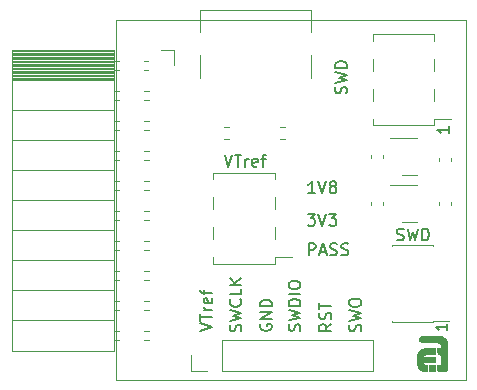
<source format=gbr>
G04 #@! TF.GenerationSoftware,KiCad,Pcbnew,(6.99.0-1917-g23fb4c7433)*
G04 #@! TF.CreationDate,2022-06-18T14:57:07+10:00*
G04 #@! TF.ProjectId,JtagArm20Adapter,4a746167-4172-46d3-9230-416461707465,rev?*
G04 #@! TF.SameCoordinates,PX8404630PY68290a0*
G04 #@! TF.FileFunction,Legend,Top*
G04 #@! TF.FilePolarity,Positive*
%FSLAX46Y46*%
G04 Gerber Fmt 4.6, Leading zero omitted, Abs format (unit mm)*
G04 Created by KiCad (PCBNEW (6.99.0-1917-g23fb4c7433)) date 2022-06-18 14:57:07*
%MOMM*%
%LPD*%
G01*
G04 APERTURE LIST*
%ADD10C,0.160000*%
%ADD11C,0.150000*%
%ADD12C,0.120000*%
%ADD13C,0.010000*%
G04 #@! TA.AperFunction,Profile*
%ADD14C,0.050000*%
G04 #@! TD*
G04 APERTURE END LIST*
D10*
X19489761Y24310477D02*
X19537380Y24453334D01*
X19537380Y24453334D02*
X19537380Y24691429D01*
X19537380Y24691429D02*
X19489761Y24786667D01*
X19489761Y24786667D02*
X19442142Y24834286D01*
X19442142Y24834286D02*
X19346904Y24881905D01*
X19346904Y24881905D02*
X19251666Y24881905D01*
X19251666Y24881905D02*
X19156428Y24834286D01*
X19156428Y24834286D02*
X19108809Y24786667D01*
X19108809Y24786667D02*
X19061190Y24691429D01*
X19061190Y24691429D02*
X19013571Y24500953D01*
X19013571Y24500953D02*
X18965952Y24405715D01*
X18965952Y24405715D02*
X18918333Y24358096D01*
X18918333Y24358096D02*
X18823095Y24310477D01*
X18823095Y24310477D02*
X18727857Y24310477D01*
X18727857Y24310477D02*
X18632619Y24358096D01*
X18632619Y24358096D02*
X18585000Y24405715D01*
X18585000Y24405715D02*
X18537380Y24500953D01*
X18537380Y24500953D02*
X18537380Y24739048D01*
X18537380Y24739048D02*
X18585000Y24881905D01*
X18537380Y25215239D02*
X19537380Y25453334D01*
X19537380Y25453334D02*
X18823095Y25643810D01*
X18823095Y25643810D02*
X19537380Y25834286D01*
X19537380Y25834286D02*
X18537380Y26072381D01*
X19537380Y26453334D02*
X18537380Y26453334D01*
X18537380Y26453334D02*
X18537380Y26691429D01*
X18537380Y26691429D02*
X18585000Y26834286D01*
X18585000Y26834286D02*
X18680238Y26929524D01*
X18680238Y26929524D02*
X18775476Y26977143D01*
X18775476Y26977143D02*
X18965952Y27024762D01*
X18965952Y27024762D02*
X19108809Y27024762D01*
X19108809Y27024762D02*
X19299285Y26977143D01*
X19299285Y26977143D02*
X19394523Y26929524D01*
X19394523Y26929524D02*
X19489761Y26834286D01*
X19489761Y26834286D02*
X19537380Y26691429D01*
X19537380Y26691429D02*
X19537380Y26453334D01*
X23760476Y11900239D02*
X23903333Y11852620D01*
X23903333Y11852620D02*
X24141428Y11852620D01*
X24141428Y11852620D02*
X24236666Y11900239D01*
X24236666Y11900239D02*
X24284285Y11947858D01*
X24284285Y11947858D02*
X24331904Y12043096D01*
X24331904Y12043096D02*
X24331904Y12138334D01*
X24331904Y12138334D02*
X24284285Y12233572D01*
X24284285Y12233572D02*
X24236666Y12281191D01*
X24236666Y12281191D02*
X24141428Y12328810D01*
X24141428Y12328810D02*
X23950952Y12376429D01*
X23950952Y12376429D02*
X23855714Y12424048D01*
X23855714Y12424048D02*
X23808095Y12471667D01*
X23808095Y12471667D02*
X23760476Y12566905D01*
X23760476Y12566905D02*
X23760476Y12662143D01*
X23760476Y12662143D02*
X23808095Y12757381D01*
X23808095Y12757381D02*
X23855714Y12805000D01*
X23855714Y12805000D02*
X23950952Y12852620D01*
X23950952Y12852620D02*
X24189047Y12852620D01*
X24189047Y12852620D02*
X24331904Y12805000D01*
X24665238Y12852620D02*
X24903333Y11852620D01*
X24903333Y11852620D02*
X25093809Y12566905D01*
X25093809Y12566905D02*
X25284285Y11852620D01*
X25284285Y11852620D02*
X25522381Y12852620D01*
X25903333Y11852620D02*
X25903333Y12852620D01*
X25903333Y12852620D02*
X26141428Y12852620D01*
X26141428Y12852620D02*
X26284285Y12805000D01*
X26284285Y12805000D02*
X26379523Y12709762D01*
X26379523Y12709762D02*
X26427142Y12614524D01*
X26427142Y12614524D02*
X26474761Y12424048D01*
X26474761Y12424048D02*
X26474761Y12281191D01*
X26474761Y12281191D02*
X26427142Y12090715D01*
X26427142Y12090715D02*
X26379523Y11995477D01*
X26379523Y11995477D02*
X26284285Y11900239D01*
X26284285Y11900239D02*
X26141428Y11852620D01*
X26141428Y11852620D02*
X25903333Y11852620D01*
X9165238Y19102620D02*
X9498571Y18102620D01*
X9498571Y18102620D02*
X9831904Y19102620D01*
X10022381Y19102620D02*
X10593809Y19102620D01*
X10308095Y18102620D02*
X10308095Y19102620D01*
X10927143Y18102620D02*
X10927143Y18769286D01*
X10927143Y18578810D02*
X10974762Y18674048D01*
X10974762Y18674048D02*
X11022381Y18721667D01*
X11022381Y18721667D02*
X11117619Y18769286D01*
X11117619Y18769286D02*
X11212857Y18769286D01*
X11927143Y18150239D02*
X11831905Y18102620D01*
X11831905Y18102620D02*
X11641429Y18102620D01*
X11641429Y18102620D02*
X11546191Y18150239D01*
X11546191Y18150239D02*
X11498572Y18245477D01*
X11498572Y18245477D02*
X11498572Y18626429D01*
X11498572Y18626429D02*
X11546191Y18721667D01*
X11546191Y18721667D02*
X11641429Y18769286D01*
X11641429Y18769286D02*
X11831905Y18769286D01*
X11831905Y18769286D02*
X11927143Y18721667D01*
X11927143Y18721667D02*
X11974762Y18626429D01*
X11974762Y18626429D02*
X11974762Y18531191D01*
X11974762Y18531191D02*
X11498572Y18435953D01*
X12260477Y18769286D02*
X12641429Y18769286D01*
X12403334Y18102620D02*
X12403334Y18959762D01*
X12403334Y18959762D02*
X12450953Y19055000D01*
X12450953Y19055000D02*
X12546191Y19102620D01*
X12546191Y19102620D02*
X12641429Y19102620D01*
D11*
X28187380Y21505715D02*
X28187380Y20934287D01*
X28187380Y21220001D02*
X27187380Y21220001D01*
X27187380Y21220001D02*
X27330238Y21124763D01*
X27330238Y21124763D02*
X27425476Y21029525D01*
X27425476Y21029525D02*
X27473095Y20934287D01*
D10*
X16831904Y15852620D02*
X16260476Y15852620D01*
X16546190Y15852620D02*
X16546190Y16852620D01*
X16546190Y16852620D02*
X16450952Y16709762D01*
X16450952Y16709762D02*
X16355714Y16614524D01*
X16355714Y16614524D02*
X16260476Y16566905D01*
X17117619Y16852620D02*
X17450952Y15852620D01*
X17450952Y15852620D02*
X17784285Y16852620D01*
X18260476Y16424048D02*
X18165238Y16471667D01*
X18165238Y16471667D02*
X18117619Y16519286D01*
X18117619Y16519286D02*
X18070000Y16614524D01*
X18070000Y16614524D02*
X18070000Y16662143D01*
X18070000Y16662143D02*
X18117619Y16757381D01*
X18117619Y16757381D02*
X18165238Y16805000D01*
X18165238Y16805000D02*
X18260476Y16852620D01*
X18260476Y16852620D02*
X18450952Y16852620D01*
X18450952Y16852620D02*
X18546190Y16805000D01*
X18546190Y16805000D02*
X18593809Y16757381D01*
X18593809Y16757381D02*
X18641428Y16662143D01*
X18641428Y16662143D02*
X18641428Y16614524D01*
X18641428Y16614524D02*
X18593809Y16519286D01*
X18593809Y16519286D02*
X18546190Y16471667D01*
X18546190Y16471667D02*
X18450952Y16424048D01*
X18450952Y16424048D02*
X18260476Y16424048D01*
X18260476Y16424048D02*
X18165238Y16376429D01*
X18165238Y16376429D02*
X18117619Y16328810D01*
X18117619Y16328810D02*
X18070000Y16233572D01*
X18070000Y16233572D02*
X18070000Y16043096D01*
X18070000Y16043096D02*
X18117619Y15947858D01*
X18117619Y15947858D02*
X18165238Y15900239D01*
X18165238Y15900239D02*
X18260476Y15852620D01*
X18260476Y15852620D02*
X18450952Y15852620D01*
X18450952Y15852620D02*
X18546190Y15900239D01*
X18546190Y15900239D02*
X18593809Y15947858D01*
X18593809Y15947858D02*
X18641428Y16043096D01*
X18641428Y16043096D02*
X18641428Y16233572D01*
X18641428Y16233572D02*
X18593809Y16328810D01*
X18593809Y16328810D02*
X18546190Y16376429D01*
X18546190Y16376429D02*
X18450952Y16424048D01*
X15539761Y4180477D02*
X15587380Y4323334D01*
X15587380Y4323334D02*
X15587380Y4561429D01*
X15587380Y4561429D02*
X15539761Y4656667D01*
X15539761Y4656667D02*
X15492142Y4704286D01*
X15492142Y4704286D02*
X15396904Y4751905D01*
X15396904Y4751905D02*
X15301666Y4751905D01*
X15301666Y4751905D02*
X15206428Y4704286D01*
X15206428Y4704286D02*
X15158809Y4656667D01*
X15158809Y4656667D02*
X15111190Y4561429D01*
X15111190Y4561429D02*
X15063571Y4370953D01*
X15063571Y4370953D02*
X15015952Y4275715D01*
X15015952Y4275715D02*
X14968333Y4228096D01*
X14968333Y4228096D02*
X14873095Y4180477D01*
X14873095Y4180477D02*
X14777857Y4180477D01*
X14777857Y4180477D02*
X14682619Y4228096D01*
X14682619Y4228096D02*
X14635000Y4275715D01*
X14635000Y4275715D02*
X14587380Y4370953D01*
X14587380Y4370953D02*
X14587380Y4609048D01*
X14587380Y4609048D02*
X14635000Y4751905D01*
X14587380Y5085239D02*
X15587380Y5323334D01*
X15587380Y5323334D02*
X14873095Y5513810D01*
X14873095Y5513810D02*
X15587380Y5704286D01*
X15587380Y5704286D02*
X14587380Y5942381D01*
X15587380Y6323334D02*
X14587380Y6323334D01*
X14587380Y6323334D02*
X14587380Y6561429D01*
X14587380Y6561429D02*
X14635000Y6704286D01*
X14635000Y6704286D02*
X14730238Y6799524D01*
X14730238Y6799524D02*
X14825476Y6847143D01*
X14825476Y6847143D02*
X15015952Y6894762D01*
X15015952Y6894762D02*
X15158809Y6894762D01*
X15158809Y6894762D02*
X15349285Y6847143D01*
X15349285Y6847143D02*
X15444523Y6799524D01*
X15444523Y6799524D02*
X15539761Y6704286D01*
X15539761Y6704286D02*
X15587380Y6561429D01*
X15587380Y6561429D02*
X15587380Y6323334D01*
X15587380Y7323334D02*
X14587380Y7323334D01*
X14587380Y7990000D02*
X14587380Y8180476D01*
X14587380Y8180476D02*
X14635000Y8275714D01*
X14635000Y8275714D02*
X14730238Y8370952D01*
X14730238Y8370952D02*
X14920714Y8418571D01*
X14920714Y8418571D02*
X15254047Y8418571D01*
X15254047Y8418571D02*
X15444523Y8370952D01*
X15444523Y8370952D02*
X15539761Y8275714D01*
X15539761Y8275714D02*
X15587380Y8180476D01*
X15587380Y8180476D02*
X15587380Y7990000D01*
X15587380Y7990000D02*
X15539761Y7894762D01*
X15539761Y7894762D02*
X15444523Y7799524D01*
X15444523Y7799524D02*
X15254047Y7751905D01*
X15254047Y7751905D02*
X14920714Y7751905D01*
X14920714Y7751905D02*
X14730238Y7799524D01*
X14730238Y7799524D02*
X14635000Y7894762D01*
X14635000Y7894762D02*
X14587380Y7990000D01*
X10549761Y4160477D02*
X10597380Y4303334D01*
X10597380Y4303334D02*
X10597380Y4541429D01*
X10597380Y4541429D02*
X10549761Y4636667D01*
X10549761Y4636667D02*
X10502142Y4684286D01*
X10502142Y4684286D02*
X10406904Y4731905D01*
X10406904Y4731905D02*
X10311666Y4731905D01*
X10311666Y4731905D02*
X10216428Y4684286D01*
X10216428Y4684286D02*
X10168809Y4636667D01*
X10168809Y4636667D02*
X10121190Y4541429D01*
X10121190Y4541429D02*
X10073571Y4350953D01*
X10073571Y4350953D02*
X10025952Y4255715D01*
X10025952Y4255715D02*
X9978333Y4208096D01*
X9978333Y4208096D02*
X9883095Y4160477D01*
X9883095Y4160477D02*
X9787857Y4160477D01*
X9787857Y4160477D02*
X9692619Y4208096D01*
X9692619Y4208096D02*
X9645000Y4255715D01*
X9645000Y4255715D02*
X9597380Y4350953D01*
X9597380Y4350953D02*
X9597380Y4589048D01*
X9597380Y4589048D02*
X9645000Y4731905D01*
X9597380Y5065239D02*
X10597380Y5303334D01*
X10597380Y5303334D02*
X9883095Y5493810D01*
X9883095Y5493810D02*
X10597380Y5684286D01*
X10597380Y5684286D02*
X9597380Y5922381D01*
X10502142Y6874762D02*
X10549761Y6827143D01*
X10549761Y6827143D02*
X10597380Y6684286D01*
X10597380Y6684286D02*
X10597380Y6589048D01*
X10597380Y6589048D02*
X10549761Y6446191D01*
X10549761Y6446191D02*
X10454523Y6350953D01*
X10454523Y6350953D02*
X10359285Y6303334D01*
X10359285Y6303334D02*
X10168809Y6255715D01*
X10168809Y6255715D02*
X10025952Y6255715D01*
X10025952Y6255715D02*
X9835476Y6303334D01*
X9835476Y6303334D02*
X9740238Y6350953D01*
X9740238Y6350953D02*
X9645000Y6446191D01*
X9645000Y6446191D02*
X9597380Y6589048D01*
X9597380Y6589048D02*
X9597380Y6684286D01*
X9597380Y6684286D02*
X9645000Y6827143D01*
X9645000Y6827143D02*
X9692619Y6874762D01*
X10597380Y7779524D02*
X10597380Y7303334D01*
X10597380Y7303334D02*
X9597380Y7303334D01*
X10597380Y8112858D02*
X9597380Y8112858D01*
X10597380Y8684286D02*
X10025952Y8255715D01*
X9597380Y8684286D02*
X10168809Y8112858D01*
X16308095Y10602620D02*
X16308095Y11602620D01*
X16308095Y11602620D02*
X16689047Y11602620D01*
X16689047Y11602620D02*
X16784285Y11555000D01*
X16784285Y11555000D02*
X16831904Y11507381D01*
X16831904Y11507381D02*
X16879523Y11412143D01*
X16879523Y11412143D02*
X16879523Y11269286D01*
X16879523Y11269286D02*
X16831904Y11174048D01*
X16831904Y11174048D02*
X16784285Y11126429D01*
X16784285Y11126429D02*
X16689047Y11078810D01*
X16689047Y11078810D02*
X16308095Y11078810D01*
X17260476Y10888334D02*
X17736666Y10888334D01*
X17165238Y10602620D02*
X17498571Y11602620D01*
X17498571Y11602620D02*
X17831904Y10602620D01*
X18117619Y10650239D02*
X18260476Y10602620D01*
X18260476Y10602620D02*
X18498571Y10602620D01*
X18498571Y10602620D02*
X18593809Y10650239D01*
X18593809Y10650239D02*
X18641428Y10697858D01*
X18641428Y10697858D02*
X18689047Y10793096D01*
X18689047Y10793096D02*
X18689047Y10888334D01*
X18689047Y10888334D02*
X18641428Y10983572D01*
X18641428Y10983572D02*
X18593809Y11031191D01*
X18593809Y11031191D02*
X18498571Y11078810D01*
X18498571Y11078810D02*
X18308095Y11126429D01*
X18308095Y11126429D02*
X18212857Y11174048D01*
X18212857Y11174048D02*
X18165238Y11221667D01*
X18165238Y11221667D02*
X18117619Y11316905D01*
X18117619Y11316905D02*
X18117619Y11412143D01*
X18117619Y11412143D02*
X18165238Y11507381D01*
X18165238Y11507381D02*
X18212857Y11555000D01*
X18212857Y11555000D02*
X18308095Y11602620D01*
X18308095Y11602620D02*
X18546190Y11602620D01*
X18546190Y11602620D02*
X18689047Y11555000D01*
X19070000Y10650239D02*
X19212857Y10602620D01*
X19212857Y10602620D02*
X19450952Y10602620D01*
X19450952Y10602620D02*
X19546190Y10650239D01*
X19546190Y10650239D02*
X19593809Y10697858D01*
X19593809Y10697858D02*
X19641428Y10793096D01*
X19641428Y10793096D02*
X19641428Y10888334D01*
X19641428Y10888334D02*
X19593809Y10983572D01*
X19593809Y10983572D02*
X19546190Y11031191D01*
X19546190Y11031191D02*
X19450952Y11078810D01*
X19450952Y11078810D02*
X19260476Y11126429D01*
X19260476Y11126429D02*
X19165238Y11174048D01*
X19165238Y11174048D02*
X19117619Y11221667D01*
X19117619Y11221667D02*
X19070000Y11316905D01*
X19070000Y11316905D02*
X19070000Y11412143D01*
X19070000Y11412143D02*
X19117619Y11507381D01*
X19117619Y11507381D02*
X19165238Y11555000D01*
X19165238Y11555000D02*
X19260476Y11602620D01*
X19260476Y11602620D02*
X19498571Y11602620D01*
X19498571Y11602620D02*
X19641428Y11555000D01*
D11*
X28037380Y4805715D02*
X28037380Y4234287D01*
X28037380Y4520001D02*
X27037380Y4520001D01*
X27037380Y4520001D02*
X27180238Y4424763D01*
X27180238Y4424763D02*
X27275476Y4329525D01*
X27275476Y4329525D02*
X27323095Y4234287D01*
D10*
X20689761Y4160477D02*
X20737380Y4303334D01*
X20737380Y4303334D02*
X20737380Y4541429D01*
X20737380Y4541429D02*
X20689761Y4636667D01*
X20689761Y4636667D02*
X20642142Y4684286D01*
X20642142Y4684286D02*
X20546904Y4731905D01*
X20546904Y4731905D02*
X20451666Y4731905D01*
X20451666Y4731905D02*
X20356428Y4684286D01*
X20356428Y4684286D02*
X20308809Y4636667D01*
X20308809Y4636667D02*
X20261190Y4541429D01*
X20261190Y4541429D02*
X20213571Y4350953D01*
X20213571Y4350953D02*
X20165952Y4255715D01*
X20165952Y4255715D02*
X20118333Y4208096D01*
X20118333Y4208096D02*
X20023095Y4160477D01*
X20023095Y4160477D02*
X19927857Y4160477D01*
X19927857Y4160477D02*
X19832619Y4208096D01*
X19832619Y4208096D02*
X19785000Y4255715D01*
X19785000Y4255715D02*
X19737380Y4350953D01*
X19737380Y4350953D02*
X19737380Y4589048D01*
X19737380Y4589048D02*
X19785000Y4731905D01*
X19737380Y5065239D02*
X20737380Y5303334D01*
X20737380Y5303334D02*
X20023095Y5493810D01*
X20023095Y5493810D02*
X20737380Y5684286D01*
X20737380Y5684286D02*
X19737380Y5922381D01*
X19737380Y6493810D02*
X19737380Y6684286D01*
X19737380Y6684286D02*
X19785000Y6779524D01*
X19785000Y6779524D02*
X19880238Y6874762D01*
X19880238Y6874762D02*
X20070714Y6922381D01*
X20070714Y6922381D02*
X20404047Y6922381D01*
X20404047Y6922381D02*
X20594523Y6874762D01*
X20594523Y6874762D02*
X20689761Y6779524D01*
X20689761Y6779524D02*
X20737380Y6684286D01*
X20737380Y6684286D02*
X20737380Y6493810D01*
X20737380Y6493810D02*
X20689761Y6398572D01*
X20689761Y6398572D02*
X20594523Y6303334D01*
X20594523Y6303334D02*
X20404047Y6255715D01*
X20404047Y6255715D02*
X20070714Y6255715D01*
X20070714Y6255715D02*
X19880238Y6303334D01*
X19880238Y6303334D02*
X19785000Y6398572D01*
X19785000Y6398572D02*
X19737380Y6493810D01*
X16212857Y14102620D02*
X16831904Y14102620D01*
X16831904Y14102620D02*
X16498571Y13721667D01*
X16498571Y13721667D02*
X16641428Y13721667D01*
X16641428Y13721667D02*
X16736666Y13674048D01*
X16736666Y13674048D02*
X16784285Y13626429D01*
X16784285Y13626429D02*
X16831904Y13531191D01*
X16831904Y13531191D02*
X16831904Y13293096D01*
X16831904Y13293096D02*
X16784285Y13197858D01*
X16784285Y13197858D02*
X16736666Y13150239D01*
X16736666Y13150239D02*
X16641428Y13102620D01*
X16641428Y13102620D02*
X16355714Y13102620D01*
X16355714Y13102620D02*
X16260476Y13150239D01*
X16260476Y13150239D02*
X16212857Y13197858D01*
X17117619Y14102620D02*
X17450952Y13102620D01*
X17450952Y13102620D02*
X17784285Y14102620D01*
X18022381Y14102620D02*
X18641428Y14102620D01*
X18641428Y14102620D02*
X18308095Y13721667D01*
X18308095Y13721667D02*
X18450952Y13721667D01*
X18450952Y13721667D02*
X18546190Y13674048D01*
X18546190Y13674048D02*
X18593809Y13626429D01*
X18593809Y13626429D02*
X18641428Y13531191D01*
X18641428Y13531191D02*
X18641428Y13293096D01*
X18641428Y13293096D02*
X18593809Y13197858D01*
X18593809Y13197858D02*
X18546190Y13150239D01*
X18546190Y13150239D02*
X18450952Y13102620D01*
X18450952Y13102620D02*
X18165238Y13102620D01*
X18165238Y13102620D02*
X18070000Y13150239D01*
X18070000Y13150239D02*
X18022381Y13197858D01*
X12215000Y4751905D02*
X12167380Y4656667D01*
X12167380Y4656667D02*
X12167380Y4513810D01*
X12167380Y4513810D02*
X12215000Y4370953D01*
X12215000Y4370953D02*
X12310238Y4275715D01*
X12310238Y4275715D02*
X12405476Y4228096D01*
X12405476Y4228096D02*
X12595952Y4180477D01*
X12595952Y4180477D02*
X12738809Y4180477D01*
X12738809Y4180477D02*
X12929285Y4228096D01*
X12929285Y4228096D02*
X13024523Y4275715D01*
X13024523Y4275715D02*
X13119761Y4370953D01*
X13119761Y4370953D02*
X13167380Y4513810D01*
X13167380Y4513810D02*
X13167380Y4609048D01*
X13167380Y4609048D02*
X13119761Y4751905D01*
X13119761Y4751905D02*
X13072142Y4799524D01*
X13072142Y4799524D02*
X12738809Y4799524D01*
X12738809Y4799524D02*
X12738809Y4609048D01*
X13167380Y5228096D02*
X12167380Y5228096D01*
X12167380Y5228096D02*
X13167380Y5799524D01*
X13167380Y5799524D02*
X12167380Y5799524D01*
X13167380Y6275715D02*
X12167380Y6275715D01*
X12167380Y6275715D02*
X12167380Y6513810D01*
X12167380Y6513810D02*
X12215000Y6656667D01*
X12215000Y6656667D02*
X12310238Y6751905D01*
X12310238Y6751905D02*
X12405476Y6799524D01*
X12405476Y6799524D02*
X12595952Y6847143D01*
X12595952Y6847143D02*
X12738809Y6847143D01*
X12738809Y6847143D02*
X12929285Y6799524D01*
X12929285Y6799524D02*
X13024523Y6751905D01*
X13024523Y6751905D02*
X13119761Y6656667D01*
X13119761Y6656667D02*
X13167380Y6513810D01*
X13167380Y6513810D02*
X13167380Y6275715D01*
X18207380Y4779524D02*
X17731190Y4446191D01*
X18207380Y4208096D02*
X17207380Y4208096D01*
X17207380Y4208096D02*
X17207380Y4589048D01*
X17207380Y4589048D02*
X17255000Y4684286D01*
X17255000Y4684286D02*
X17302619Y4731905D01*
X17302619Y4731905D02*
X17397857Y4779524D01*
X17397857Y4779524D02*
X17540714Y4779524D01*
X17540714Y4779524D02*
X17635952Y4731905D01*
X17635952Y4731905D02*
X17683571Y4684286D01*
X17683571Y4684286D02*
X17731190Y4589048D01*
X17731190Y4589048D02*
X17731190Y4208096D01*
X18159761Y5160477D02*
X18207380Y5303334D01*
X18207380Y5303334D02*
X18207380Y5541429D01*
X18207380Y5541429D02*
X18159761Y5636667D01*
X18159761Y5636667D02*
X18112142Y5684286D01*
X18112142Y5684286D02*
X18016904Y5731905D01*
X18016904Y5731905D02*
X17921666Y5731905D01*
X17921666Y5731905D02*
X17826428Y5684286D01*
X17826428Y5684286D02*
X17778809Y5636667D01*
X17778809Y5636667D02*
X17731190Y5541429D01*
X17731190Y5541429D02*
X17683571Y5350953D01*
X17683571Y5350953D02*
X17635952Y5255715D01*
X17635952Y5255715D02*
X17588333Y5208096D01*
X17588333Y5208096D02*
X17493095Y5160477D01*
X17493095Y5160477D02*
X17397857Y5160477D01*
X17397857Y5160477D02*
X17302619Y5208096D01*
X17302619Y5208096D02*
X17255000Y5255715D01*
X17255000Y5255715D02*
X17207380Y5350953D01*
X17207380Y5350953D02*
X17207380Y5589048D01*
X17207380Y5589048D02*
X17255000Y5731905D01*
X17207380Y6017620D02*
X17207380Y6589048D01*
X18207380Y6303334D02*
X17207380Y6303334D01*
X7117380Y4195239D02*
X8117380Y4528572D01*
X8117380Y4528572D02*
X7117380Y4861905D01*
X7117380Y5052382D02*
X7117380Y5623810D01*
X8117380Y5338096D02*
X7117380Y5338096D01*
X8117380Y5957144D02*
X7450714Y5957144D01*
X7641190Y5957144D02*
X7545952Y6004763D01*
X7545952Y6004763D02*
X7498333Y6052382D01*
X7498333Y6052382D02*
X7450714Y6147620D01*
X7450714Y6147620D02*
X7450714Y6242858D01*
X8069761Y6957144D02*
X8117380Y6861906D01*
X8117380Y6861906D02*
X8117380Y6671430D01*
X8117380Y6671430D02*
X8069761Y6576192D01*
X8069761Y6576192D02*
X7974523Y6528573D01*
X7974523Y6528573D02*
X7593571Y6528573D01*
X7593571Y6528573D02*
X7498333Y6576192D01*
X7498333Y6576192D02*
X7450714Y6671430D01*
X7450714Y6671430D02*
X7450714Y6861906D01*
X7450714Y6861906D02*
X7498333Y6957144D01*
X7498333Y6957144D02*
X7593571Y7004763D01*
X7593571Y7004763D02*
X7688809Y7004763D01*
X7688809Y7004763D02*
X7784047Y6528573D01*
X7450714Y7290478D02*
X7450714Y7671430D01*
X8117380Y7433335D02*
X7260238Y7433335D01*
X7260238Y7433335D02*
X7165000Y7480954D01*
X7165000Y7480954D02*
X7117380Y7576192D01*
X7117380Y7576192D02*
X7117380Y7671430D01*
D11*
D12*
X28160000Y5050000D02*
X26835000Y5050000D01*
X26835000Y4985000D02*
X26835000Y5050000D01*
X26835000Y4985000D02*
X23305000Y4985000D01*
X26835000Y11390000D02*
X26835000Y11455000D01*
X26835000Y11455000D02*
X23305000Y11455000D01*
X23305000Y4985000D02*
X23305000Y5050000D01*
X23305000Y11390000D02*
X23305000Y11455000D01*
X-8820000Y28000000D02*
X-8820000Y2480000D01*
X-8820000Y28000000D02*
X-190000Y28000000D01*
X-8820000Y27880000D02*
X-190000Y27880000D01*
X-8820000Y27761905D02*
X-190000Y27761905D01*
X-8820000Y27643810D02*
X-190000Y27643810D01*
X-8820000Y27525715D02*
X-190000Y27525715D01*
X-8820000Y27407620D02*
X-190000Y27407620D01*
X-8820000Y27289525D02*
X-190000Y27289525D01*
X-8820000Y27171430D02*
X-190000Y27171430D01*
X-8820000Y27053335D02*
X-190000Y27053335D01*
X-8820000Y26935240D02*
X-190000Y26935240D01*
X-8820000Y26817145D02*
X-190000Y26817145D01*
X-8820000Y26699050D02*
X-190000Y26699050D01*
X-8820000Y26580955D02*
X-190000Y26580955D01*
X-8820000Y26462860D02*
X-190000Y26462860D01*
X-8820000Y26344765D02*
X-190000Y26344765D01*
X-8820000Y26226670D02*
X-190000Y26226670D01*
X-8820000Y26108575D02*
X-190000Y26108575D01*
X-8820000Y25990480D02*
X-190000Y25990480D01*
X-8820000Y25872385D02*
X-190000Y25872385D01*
X-8820000Y25754290D02*
X-190000Y25754290D01*
X-8820000Y25636195D02*
X-190000Y25636195D01*
X-8820000Y25518100D02*
X-190000Y25518100D01*
X-8820000Y25400000D02*
X-190000Y25400000D01*
X-8820000Y22860000D02*
X-190000Y22860000D01*
X-8820000Y20320000D02*
X-190000Y20320000D01*
X-8820000Y17780000D02*
X-190000Y17780000D01*
X-8820000Y15240000D02*
X-190000Y15240000D01*
X-8820000Y12700000D02*
X-190000Y12700000D01*
X-8820000Y10160000D02*
X-190000Y10160000D01*
X-8820000Y7620000D02*
X-190000Y7620000D01*
X-8820000Y5080000D02*
X-190000Y5080000D01*
X-8820000Y2480000D02*
X-190000Y2480000D01*
X-190000Y28000000D02*
X-190000Y2480000D01*
X-190000Y27030000D02*
X220000Y27030000D01*
X-190000Y26310000D02*
X220000Y26310000D01*
X-190000Y24490000D02*
X220000Y24490000D01*
X-190000Y23770000D02*
X220000Y23770000D01*
X-190000Y21950000D02*
X220000Y21950000D01*
X-190000Y21230000D02*
X220000Y21230000D01*
X-190000Y19410000D02*
X220000Y19410000D01*
X-190000Y18690000D02*
X220000Y18690000D01*
X-190000Y16870000D02*
X220000Y16870000D01*
X-190000Y16150000D02*
X220000Y16150000D01*
X-190000Y14330000D02*
X220000Y14330000D01*
X-190000Y13610000D02*
X220000Y13610000D01*
X-190000Y11790000D02*
X220000Y11790000D01*
X-190000Y11070000D02*
X220000Y11070000D01*
X-190000Y9250000D02*
X220000Y9250000D01*
X-190000Y8530000D02*
X220000Y8530000D01*
X-190000Y6710000D02*
X220000Y6710000D01*
X-190000Y5990000D02*
X220000Y5990000D01*
X-190000Y4170000D02*
X220000Y4170000D01*
X-190000Y3450000D02*
X220000Y3450000D01*
X2320000Y27030000D02*
X2700000Y27030000D01*
X2320000Y26310000D02*
X2700000Y26310000D01*
X2320000Y24490000D02*
X2760000Y24490000D01*
X2320000Y23770000D02*
X2760000Y23770000D01*
X2320000Y21950000D02*
X2760000Y21950000D01*
X2320000Y21230000D02*
X2760000Y21230000D01*
X2320000Y19410000D02*
X2760000Y19410000D01*
X2320000Y18690000D02*
X2760000Y18690000D01*
X2320000Y16870000D02*
X2760000Y16870000D01*
X2320000Y16150000D02*
X2760000Y16150000D01*
X2320000Y14330000D02*
X2760000Y14330000D01*
X2320000Y13610000D02*
X2760000Y13610000D01*
X2320000Y11790000D02*
X2760000Y11790000D01*
X2320000Y11070000D02*
X2760000Y11070000D01*
X2320000Y9250000D02*
X2760000Y9250000D01*
X2320000Y8530000D02*
X2760000Y8530000D01*
X2320000Y6710000D02*
X2760000Y6710000D01*
X2320000Y5990000D02*
X2760000Y5990000D01*
X2320000Y4170000D02*
X2760000Y4170000D01*
X2320000Y3450000D02*
X2760000Y3450000D01*
X3810000Y28000000D02*
X4920000Y28000000D01*
X4920000Y28000000D02*
X4920000Y26670000D01*
X6360000Y800000D02*
X6360000Y2130000D01*
X7690000Y800000D02*
X6360000Y800000D01*
X8960000Y800000D02*
X21720000Y800000D01*
X8960000Y800000D02*
X8960000Y3460000D01*
X21720000Y800000D02*
X21720000Y3460000D01*
X8960000Y3460000D02*
X21720000Y3460000D01*
X21560000Y14829420D02*
X21560000Y15110580D01*
X22580000Y14829420D02*
X22580000Y15110580D01*
X9082742Y21492500D02*
X9557258Y21492500D01*
X9082742Y20447500D02*
X9557258Y20447500D01*
X14307258Y20447500D02*
X13832742Y20447500D01*
X14307258Y21492500D02*
X13832742Y21492500D01*
X14860000Y10420000D02*
X13420000Y10420000D01*
X13420000Y9850000D02*
X13420000Y10420000D01*
X13420000Y9850000D02*
X8220000Y9850000D01*
X13420000Y11940000D02*
X13420000Y12960000D01*
X13420000Y14480000D02*
X13420000Y15500000D01*
X13420000Y17020000D02*
X13420000Y17590000D01*
X13420000Y17590000D02*
X8220000Y17590000D01*
X8220000Y9850000D02*
X8220000Y10420000D01*
X8220000Y11940000D02*
X8220000Y12960000D01*
X8220000Y14480000D02*
X8220000Y15500000D01*
X8220000Y17020000D02*
X8220000Y17590000D01*
X24820000Y20530000D02*
X23145000Y20530000D01*
X24820000Y20530000D02*
X25470000Y20530000D01*
X24820000Y17410000D02*
X24170000Y17410000D01*
X24820000Y17410000D02*
X25470000Y17410000D01*
X28360000Y22170000D02*
X26920000Y22170000D01*
X26920000Y21600000D02*
X26920000Y22170000D01*
X26920000Y21600000D02*
X21720000Y21600000D01*
X26920000Y23690000D02*
X26920000Y24710000D01*
X26920000Y26230000D02*
X26920000Y27250000D01*
X26920000Y28770000D02*
X26920000Y29340000D01*
X26920000Y29340000D02*
X21720000Y29340000D01*
X21720000Y21600000D02*
X21720000Y22170000D01*
X21720000Y23690000D02*
X21720000Y24710000D01*
X21720000Y26230000D02*
X21720000Y27250000D01*
X21720000Y28770000D02*
X21720000Y29340000D01*
X28330000Y18860580D02*
X28330000Y18579420D01*
X27310000Y18860580D02*
X27310000Y18579420D01*
X27310000Y14829420D02*
X27310000Y15110580D01*
X28330000Y14829420D02*
X28330000Y15110580D01*
G36*
X25520000Y2220000D02*
G01*
X25470000Y2220000D01*
X25470000Y2270000D01*
X25520000Y2270000D01*
X25520000Y2220000D01*
G37*
D13*
X25520000Y2220000D02*
X25470000Y2220000D01*
X25470000Y2270000D01*
X25520000Y2270000D01*
X25520000Y2220000D01*
G36*
X25520000Y2170000D02*
G01*
X25470000Y2170000D01*
X25470000Y2220000D01*
X25520000Y2220000D01*
X25520000Y2170000D01*
G37*
X25520000Y2170000D02*
X25470000Y2170000D01*
X25470000Y2220000D01*
X25520000Y2220000D01*
X25520000Y2170000D01*
G36*
X25520000Y2120000D02*
G01*
X25470000Y2120000D01*
X25470000Y2170000D01*
X25520000Y2170000D01*
X25520000Y2120000D01*
G37*
X25520000Y2120000D02*
X25470000Y2120000D01*
X25470000Y2170000D01*
X25520000Y2170000D01*
X25520000Y2120000D01*
G36*
X25520000Y2070000D02*
G01*
X25470000Y2070000D01*
X25470000Y2120000D01*
X25520000Y2120000D01*
X25520000Y2070000D01*
G37*
X25520000Y2070000D02*
X25470000Y2070000D01*
X25470000Y2120000D01*
X25520000Y2120000D01*
X25520000Y2070000D01*
G36*
X25520000Y2020000D02*
G01*
X25470000Y2020000D01*
X25470000Y2070000D01*
X25520000Y2070000D01*
X25520000Y2020000D01*
G37*
X25520000Y2020000D02*
X25470000Y2020000D01*
X25470000Y2070000D01*
X25520000Y2070000D01*
X25520000Y2020000D01*
G36*
X25520000Y1970000D02*
G01*
X25470000Y1970000D01*
X25470000Y2020000D01*
X25520000Y2020000D01*
X25520000Y1970000D01*
G37*
X25520000Y1970000D02*
X25470000Y1970000D01*
X25470000Y2020000D01*
X25520000Y2020000D01*
X25520000Y1970000D01*
G36*
X25520000Y1920000D02*
G01*
X25470000Y1920000D01*
X25470000Y1970000D01*
X25520000Y1970000D01*
X25520000Y1920000D01*
G37*
X25520000Y1920000D02*
X25470000Y1920000D01*
X25470000Y1970000D01*
X25520000Y1970000D01*
X25520000Y1920000D01*
G36*
X25520000Y1870000D02*
G01*
X25470000Y1870000D01*
X25470000Y1920000D01*
X25520000Y1920000D01*
X25520000Y1870000D01*
G37*
X25520000Y1870000D02*
X25470000Y1870000D01*
X25470000Y1920000D01*
X25520000Y1920000D01*
X25520000Y1870000D01*
G36*
X25520000Y1820000D02*
G01*
X25470000Y1820000D01*
X25470000Y1870000D01*
X25520000Y1870000D01*
X25520000Y1820000D01*
G37*
X25520000Y1820000D02*
X25470000Y1820000D01*
X25470000Y1870000D01*
X25520000Y1870000D01*
X25520000Y1820000D01*
G36*
X25520000Y1770000D02*
G01*
X25470000Y1770000D01*
X25470000Y1820000D01*
X25520000Y1820000D01*
X25520000Y1770000D01*
G37*
X25520000Y1770000D02*
X25470000Y1770000D01*
X25470000Y1820000D01*
X25520000Y1820000D01*
X25520000Y1770000D01*
G36*
X25520000Y1720000D02*
G01*
X25470000Y1720000D01*
X25470000Y1770000D01*
X25520000Y1770000D01*
X25520000Y1720000D01*
G37*
X25520000Y1720000D02*
X25470000Y1720000D01*
X25470000Y1770000D01*
X25520000Y1770000D01*
X25520000Y1720000D01*
G36*
X25520000Y1670000D02*
G01*
X25470000Y1670000D01*
X25470000Y1720000D01*
X25520000Y1720000D01*
X25520000Y1670000D01*
G37*
X25520000Y1670000D02*
X25470000Y1670000D01*
X25470000Y1720000D01*
X25520000Y1720000D01*
X25520000Y1670000D01*
G36*
X25520000Y1620000D02*
G01*
X25470000Y1620000D01*
X25470000Y1670000D01*
X25520000Y1670000D01*
X25520000Y1620000D01*
G37*
X25520000Y1620000D02*
X25470000Y1620000D01*
X25470000Y1670000D01*
X25520000Y1670000D01*
X25520000Y1620000D01*
G36*
X25520000Y1570000D02*
G01*
X25470000Y1570000D01*
X25470000Y1620000D01*
X25520000Y1620000D01*
X25520000Y1570000D01*
G37*
X25520000Y1570000D02*
X25470000Y1570000D01*
X25470000Y1620000D01*
X25520000Y1620000D01*
X25520000Y1570000D01*
G36*
X25520000Y1520000D02*
G01*
X25470000Y1520000D01*
X25470000Y1570000D01*
X25520000Y1570000D01*
X25520000Y1520000D01*
G37*
X25520000Y1520000D02*
X25470000Y1520000D01*
X25470000Y1570000D01*
X25520000Y1570000D01*
X25520000Y1520000D01*
G36*
X25520000Y1470000D02*
G01*
X25470000Y1470000D01*
X25470000Y1520000D01*
X25520000Y1520000D01*
X25520000Y1470000D01*
G37*
X25520000Y1470000D02*
X25470000Y1470000D01*
X25470000Y1520000D01*
X25520000Y1520000D01*
X25520000Y1470000D01*
G36*
X25520000Y1420000D02*
G01*
X25470000Y1420000D01*
X25470000Y1470000D01*
X25520000Y1470000D01*
X25520000Y1420000D01*
G37*
X25520000Y1420000D02*
X25470000Y1420000D01*
X25470000Y1470000D01*
X25520000Y1470000D01*
X25520000Y1420000D01*
G36*
X25520000Y1370000D02*
G01*
X25470000Y1370000D01*
X25470000Y1420000D01*
X25520000Y1420000D01*
X25520000Y1370000D01*
G37*
X25520000Y1370000D02*
X25470000Y1370000D01*
X25470000Y1420000D01*
X25520000Y1420000D01*
X25520000Y1370000D01*
G36*
X25520000Y1320000D02*
G01*
X25470000Y1320000D01*
X25470000Y1370000D01*
X25520000Y1370000D01*
X25520000Y1320000D01*
G37*
X25520000Y1320000D02*
X25470000Y1320000D01*
X25470000Y1370000D01*
X25520000Y1370000D01*
X25520000Y1320000D01*
G36*
X25520000Y1270000D02*
G01*
X25470000Y1270000D01*
X25470000Y1320000D01*
X25520000Y1320000D01*
X25520000Y1270000D01*
G37*
X25520000Y1270000D02*
X25470000Y1270000D01*
X25470000Y1320000D01*
X25520000Y1320000D01*
X25520000Y1270000D01*
G36*
X25570000Y2270000D02*
G01*
X25520000Y2270000D01*
X25520000Y2320000D01*
X25570000Y2320000D01*
X25570000Y2270000D01*
G37*
X25570000Y2270000D02*
X25520000Y2270000D01*
X25520000Y2320000D01*
X25570000Y2320000D01*
X25570000Y2270000D01*
G36*
X25570000Y2220000D02*
G01*
X25520000Y2220000D01*
X25520000Y2270000D01*
X25570000Y2270000D01*
X25570000Y2220000D01*
G37*
X25570000Y2220000D02*
X25520000Y2220000D01*
X25520000Y2270000D01*
X25570000Y2270000D01*
X25570000Y2220000D01*
G36*
X25570000Y2170000D02*
G01*
X25520000Y2170000D01*
X25520000Y2220000D01*
X25570000Y2220000D01*
X25570000Y2170000D01*
G37*
X25570000Y2170000D02*
X25520000Y2170000D01*
X25520000Y2220000D01*
X25570000Y2220000D01*
X25570000Y2170000D01*
G36*
X25570000Y2120000D02*
G01*
X25520000Y2120000D01*
X25520000Y2170000D01*
X25570000Y2170000D01*
X25570000Y2120000D01*
G37*
X25570000Y2120000D02*
X25520000Y2120000D01*
X25520000Y2170000D01*
X25570000Y2170000D01*
X25570000Y2120000D01*
G36*
X25570000Y2070000D02*
G01*
X25520000Y2070000D01*
X25520000Y2120000D01*
X25570000Y2120000D01*
X25570000Y2070000D01*
G37*
X25570000Y2070000D02*
X25520000Y2070000D01*
X25520000Y2120000D01*
X25570000Y2120000D01*
X25570000Y2070000D01*
G36*
X25570000Y2020000D02*
G01*
X25520000Y2020000D01*
X25520000Y2070000D01*
X25570000Y2070000D01*
X25570000Y2020000D01*
G37*
X25570000Y2020000D02*
X25520000Y2020000D01*
X25520000Y2070000D01*
X25570000Y2070000D01*
X25570000Y2020000D01*
G36*
X25570000Y1970000D02*
G01*
X25520000Y1970000D01*
X25520000Y2020000D01*
X25570000Y2020000D01*
X25570000Y1970000D01*
G37*
X25570000Y1970000D02*
X25520000Y1970000D01*
X25520000Y2020000D01*
X25570000Y2020000D01*
X25570000Y1970000D01*
G36*
X25570000Y1920000D02*
G01*
X25520000Y1920000D01*
X25520000Y1970000D01*
X25570000Y1970000D01*
X25570000Y1920000D01*
G37*
X25570000Y1920000D02*
X25520000Y1920000D01*
X25520000Y1970000D01*
X25570000Y1970000D01*
X25570000Y1920000D01*
G36*
X25570000Y1870000D02*
G01*
X25520000Y1870000D01*
X25520000Y1920000D01*
X25570000Y1920000D01*
X25570000Y1870000D01*
G37*
X25570000Y1870000D02*
X25520000Y1870000D01*
X25520000Y1920000D01*
X25570000Y1920000D01*
X25570000Y1870000D01*
G36*
X25570000Y1820000D02*
G01*
X25520000Y1820000D01*
X25520000Y1870000D01*
X25570000Y1870000D01*
X25570000Y1820000D01*
G37*
X25570000Y1820000D02*
X25520000Y1820000D01*
X25520000Y1870000D01*
X25570000Y1870000D01*
X25570000Y1820000D01*
G36*
X25570000Y1770000D02*
G01*
X25520000Y1770000D01*
X25520000Y1820000D01*
X25570000Y1820000D01*
X25570000Y1770000D01*
G37*
X25570000Y1770000D02*
X25520000Y1770000D01*
X25520000Y1820000D01*
X25570000Y1820000D01*
X25570000Y1770000D01*
G36*
X25570000Y1720000D02*
G01*
X25520000Y1720000D01*
X25520000Y1770000D01*
X25570000Y1770000D01*
X25570000Y1720000D01*
G37*
X25570000Y1720000D02*
X25520000Y1720000D01*
X25520000Y1770000D01*
X25570000Y1770000D01*
X25570000Y1720000D01*
G36*
X25570000Y1670000D02*
G01*
X25520000Y1670000D01*
X25520000Y1720000D01*
X25570000Y1720000D01*
X25570000Y1670000D01*
G37*
X25570000Y1670000D02*
X25520000Y1670000D01*
X25520000Y1720000D01*
X25570000Y1720000D01*
X25570000Y1670000D01*
G36*
X25570000Y1620000D02*
G01*
X25520000Y1620000D01*
X25520000Y1670000D01*
X25570000Y1670000D01*
X25570000Y1620000D01*
G37*
X25570000Y1620000D02*
X25520000Y1620000D01*
X25520000Y1670000D01*
X25570000Y1670000D01*
X25570000Y1620000D01*
G36*
X25570000Y1570000D02*
G01*
X25520000Y1570000D01*
X25520000Y1620000D01*
X25570000Y1620000D01*
X25570000Y1570000D01*
G37*
X25570000Y1570000D02*
X25520000Y1570000D01*
X25520000Y1620000D01*
X25570000Y1620000D01*
X25570000Y1570000D01*
G36*
X25570000Y1520000D02*
G01*
X25520000Y1520000D01*
X25520000Y1570000D01*
X25570000Y1570000D01*
X25570000Y1520000D01*
G37*
X25570000Y1520000D02*
X25520000Y1520000D01*
X25520000Y1570000D01*
X25570000Y1570000D01*
X25570000Y1520000D01*
G36*
X25570000Y1470000D02*
G01*
X25520000Y1470000D01*
X25520000Y1520000D01*
X25570000Y1520000D01*
X25570000Y1470000D01*
G37*
X25570000Y1470000D02*
X25520000Y1470000D01*
X25520000Y1520000D01*
X25570000Y1520000D01*
X25570000Y1470000D01*
G36*
X25570000Y1420000D02*
G01*
X25520000Y1420000D01*
X25520000Y1470000D01*
X25570000Y1470000D01*
X25570000Y1420000D01*
G37*
X25570000Y1420000D02*
X25520000Y1420000D01*
X25520000Y1470000D01*
X25570000Y1470000D01*
X25570000Y1420000D01*
G36*
X25570000Y1370000D02*
G01*
X25520000Y1370000D01*
X25520000Y1420000D01*
X25570000Y1420000D01*
X25570000Y1370000D01*
G37*
X25570000Y1370000D02*
X25520000Y1370000D01*
X25520000Y1420000D01*
X25570000Y1420000D01*
X25570000Y1370000D01*
G36*
X25570000Y1320000D02*
G01*
X25520000Y1320000D01*
X25520000Y1370000D01*
X25570000Y1370000D01*
X25570000Y1320000D01*
G37*
X25570000Y1320000D02*
X25520000Y1320000D01*
X25520000Y1370000D01*
X25570000Y1370000D01*
X25570000Y1320000D01*
G36*
X25570000Y1270000D02*
G01*
X25520000Y1270000D01*
X25520000Y1320000D01*
X25570000Y1320000D01*
X25570000Y1270000D01*
G37*
X25570000Y1270000D02*
X25520000Y1270000D01*
X25520000Y1320000D01*
X25570000Y1320000D01*
X25570000Y1270000D01*
G36*
X25570000Y1220000D02*
G01*
X25520000Y1220000D01*
X25520000Y1270000D01*
X25570000Y1270000D01*
X25570000Y1220000D01*
G37*
X25570000Y1220000D02*
X25520000Y1220000D01*
X25520000Y1270000D01*
X25570000Y1270000D01*
X25570000Y1220000D01*
G36*
X25570000Y1170000D02*
G01*
X25520000Y1170000D01*
X25520000Y1220000D01*
X25570000Y1220000D01*
X25570000Y1170000D01*
G37*
X25570000Y1170000D02*
X25520000Y1170000D01*
X25520000Y1220000D01*
X25570000Y1220000D01*
X25570000Y1170000D01*
G36*
X25620000Y2370000D02*
G01*
X25570000Y2370000D01*
X25570000Y2420000D01*
X25620000Y2420000D01*
X25620000Y2370000D01*
G37*
X25620000Y2370000D02*
X25570000Y2370000D01*
X25570000Y2420000D01*
X25620000Y2420000D01*
X25620000Y2370000D01*
G36*
X25620000Y2320000D02*
G01*
X25570000Y2320000D01*
X25570000Y2370000D01*
X25620000Y2370000D01*
X25620000Y2320000D01*
G37*
X25620000Y2320000D02*
X25570000Y2320000D01*
X25570000Y2370000D01*
X25620000Y2370000D01*
X25620000Y2320000D01*
G36*
X25620000Y2270000D02*
G01*
X25570000Y2270000D01*
X25570000Y2320000D01*
X25620000Y2320000D01*
X25620000Y2270000D01*
G37*
X25620000Y2270000D02*
X25570000Y2270000D01*
X25570000Y2320000D01*
X25620000Y2320000D01*
X25620000Y2270000D01*
G36*
X25620000Y2220000D02*
G01*
X25570000Y2220000D01*
X25570000Y2270000D01*
X25620000Y2270000D01*
X25620000Y2220000D01*
G37*
X25620000Y2220000D02*
X25570000Y2220000D01*
X25570000Y2270000D01*
X25620000Y2270000D01*
X25620000Y2220000D01*
G36*
X25620000Y2170000D02*
G01*
X25570000Y2170000D01*
X25570000Y2220000D01*
X25620000Y2220000D01*
X25620000Y2170000D01*
G37*
X25620000Y2170000D02*
X25570000Y2170000D01*
X25570000Y2220000D01*
X25620000Y2220000D01*
X25620000Y2170000D01*
G36*
X25620000Y2120000D02*
G01*
X25570000Y2120000D01*
X25570000Y2170000D01*
X25620000Y2170000D01*
X25620000Y2120000D01*
G37*
X25620000Y2120000D02*
X25570000Y2120000D01*
X25570000Y2170000D01*
X25620000Y2170000D01*
X25620000Y2120000D01*
G36*
X25620000Y2070000D02*
G01*
X25570000Y2070000D01*
X25570000Y2120000D01*
X25620000Y2120000D01*
X25620000Y2070000D01*
G37*
X25620000Y2070000D02*
X25570000Y2070000D01*
X25570000Y2120000D01*
X25620000Y2120000D01*
X25620000Y2070000D01*
G36*
X25620000Y2020000D02*
G01*
X25570000Y2020000D01*
X25570000Y2070000D01*
X25620000Y2070000D01*
X25620000Y2020000D01*
G37*
X25620000Y2020000D02*
X25570000Y2020000D01*
X25570000Y2070000D01*
X25620000Y2070000D01*
X25620000Y2020000D01*
G36*
X25620000Y1970000D02*
G01*
X25570000Y1970000D01*
X25570000Y2020000D01*
X25620000Y2020000D01*
X25620000Y1970000D01*
G37*
X25620000Y1970000D02*
X25570000Y1970000D01*
X25570000Y2020000D01*
X25620000Y2020000D01*
X25620000Y1970000D01*
G36*
X25620000Y1920000D02*
G01*
X25570000Y1920000D01*
X25570000Y1970000D01*
X25620000Y1970000D01*
X25620000Y1920000D01*
G37*
X25620000Y1920000D02*
X25570000Y1920000D01*
X25570000Y1970000D01*
X25620000Y1970000D01*
X25620000Y1920000D01*
G36*
X25620000Y1870000D02*
G01*
X25570000Y1870000D01*
X25570000Y1920000D01*
X25620000Y1920000D01*
X25620000Y1870000D01*
G37*
X25620000Y1870000D02*
X25570000Y1870000D01*
X25570000Y1920000D01*
X25620000Y1920000D01*
X25620000Y1870000D01*
G36*
X25620000Y1820000D02*
G01*
X25570000Y1820000D01*
X25570000Y1870000D01*
X25620000Y1870000D01*
X25620000Y1820000D01*
G37*
X25620000Y1820000D02*
X25570000Y1820000D01*
X25570000Y1870000D01*
X25620000Y1870000D01*
X25620000Y1820000D01*
G36*
X25620000Y1770000D02*
G01*
X25570000Y1770000D01*
X25570000Y1820000D01*
X25620000Y1820000D01*
X25620000Y1770000D01*
G37*
X25620000Y1770000D02*
X25570000Y1770000D01*
X25570000Y1820000D01*
X25620000Y1820000D01*
X25620000Y1770000D01*
G36*
X25620000Y1720000D02*
G01*
X25570000Y1720000D01*
X25570000Y1770000D01*
X25620000Y1770000D01*
X25620000Y1720000D01*
G37*
X25620000Y1720000D02*
X25570000Y1720000D01*
X25570000Y1770000D01*
X25620000Y1770000D01*
X25620000Y1720000D01*
G36*
X25620000Y1670000D02*
G01*
X25570000Y1670000D01*
X25570000Y1720000D01*
X25620000Y1720000D01*
X25620000Y1670000D01*
G37*
X25620000Y1670000D02*
X25570000Y1670000D01*
X25570000Y1720000D01*
X25620000Y1720000D01*
X25620000Y1670000D01*
G36*
X25620000Y1620000D02*
G01*
X25570000Y1620000D01*
X25570000Y1670000D01*
X25620000Y1670000D01*
X25620000Y1620000D01*
G37*
X25620000Y1620000D02*
X25570000Y1620000D01*
X25570000Y1670000D01*
X25620000Y1670000D01*
X25620000Y1620000D01*
G36*
X25620000Y1570000D02*
G01*
X25570000Y1570000D01*
X25570000Y1620000D01*
X25620000Y1620000D01*
X25620000Y1570000D01*
G37*
X25620000Y1570000D02*
X25570000Y1570000D01*
X25570000Y1620000D01*
X25620000Y1620000D01*
X25620000Y1570000D01*
G36*
X25620000Y1520000D02*
G01*
X25570000Y1520000D01*
X25570000Y1570000D01*
X25620000Y1570000D01*
X25620000Y1520000D01*
G37*
X25620000Y1520000D02*
X25570000Y1520000D01*
X25570000Y1570000D01*
X25620000Y1570000D01*
X25620000Y1520000D01*
G36*
X25620000Y1470000D02*
G01*
X25570000Y1470000D01*
X25570000Y1520000D01*
X25620000Y1520000D01*
X25620000Y1470000D01*
G37*
X25620000Y1470000D02*
X25570000Y1470000D01*
X25570000Y1520000D01*
X25620000Y1520000D01*
X25620000Y1470000D01*
G36*
X25620000Y1420000D02*
G01*
X25570000Y1420000D01*
X25570000Y1470000D01*
X25620000Y1470000D01*
X25620000Y1420000D01*
G37*
X25620000Y1420000D02*
X25570000Y1420000D01*
X25570000Y1470000D01*
X25620000Y1470000D01*
X25620000Y1420000D01*
G36*
X25620000Y1370000D02*
G01*
X25570000Y1370000D01*
X25570000Y1420000D01*
X25620000Y1420000D01*
X25620000Y1370000D01*
G37*
X25620000Y1370000D02*
X25570000Y1370000D01*
X25570000Y1420000D01*
X25620000Y1420000D01*
X25620000Y1370000D01*
G36*
X25620000Y1320000D02*
G01*
X25570000Y1320000D01*
X25570000Y1370000D01*
X25620000Y1370000D01*
X25620000Y1320000D01*
G37*
X25620000Y1320000D02*
X25570000Y1320000D01*
X25570000Y1370000D01*
X25620000Y1370000D01*
X25620000Y1320000D01*
G36*
X25620000Y1270000D02*
G01*
X25570000Y1270000D01*
X25570000Y1320000D01*
X25620000Y1320000D01*
X25620000Y1270000D01*
G37*
X25620000Y1270000D02*
X25570000Y1270000D01*
X25570000Y1320000D01*
X25620000Y1320000D01*
X25620000Y1270000D01*
G36*
X25620000Y1220000D02*
G01*
X25570000Y1220000D01*
X25570000Y1270000D01*
X25620000Y1270000D01*
X25620000Y1220000D01*
G37*
X25620000Y1220000D02*
X25570000Y1220000D01*
X25570000Y1270000D01*
X25620000Y1270000D01*
X25620000Y1220000D01*
G36*
X25620000Y1170000D02*
G01*
X25570000Y1170000D01*
X25570000Y1220000D01*
X25620000Y1220000D01*
X25620000Y1170000D01*
G37*
X25620000Y1170000D02*
X25570000Y1170000D01*
X25570000Y1220000D01*
X25620000Y1220000D01*
X25620000Y1170000D01*
G36*
X25620000Y1120000D02*
G01*
X25570000Y1120000D01*
X25570000Y1170000D01*
X25620000Y1170000D01*
X25620000Y1120000D01*
G37*
X25620000Y1120000D02*
X25570000Y1120000D01*
X25570000Y1170000D01*
X25620000Y1170000D01*
X25620000Y1120000D01*
G36*
X25620000Y1070000D02*
G01*
X25570000Y1070000D01*
X25570000Y1120000D01*
X25620000Y1120000D01*
X25620000Y1070000D01*
G37*
X25620000Y1070000D02*
X25570000Y1070000D01*
X25570000Y1120000D01*
X25620000Y1120000D01*
X25620000Y1070000D01*
G36*
X25670000Y2420000D02*
G01*
X25620000Y2420000D01*
X25620000Y2470000D01*
X25670000Y2470000D01*
X25670000Y2420000D01*
G37*
X25670000Y2420000D02*
X25620000Y2420000D01*
X25620000Y2470000D01*
X25670000Y2470000D01*
X25670000Y2420000D01*
G36*
X25670000Y2370000D02*
G01*
X25620000Y2370000D01*
X25620000Y2420000D01*
X25670000Y2420000D01*
X25670000Y2370000D01*
G37*
X25670000Y2370000D02*
X25620000Y2370000D01*
X25620000Y2420000D01*
X25670000Y2420000D01*
X25670000Y2370000D01*
G36*
X25670000Y2320000D02*
G01*
X25620000Y2320000D01*
X25620000Y2370000D01*
X25670000Y2370000D01*
X25670000Y2320000D01*
G37*
X25670000Y2320000D02*
X25620000Y2320000D01*
X25620000Y2370000D01*
X25670000Y2370000D01*
X25670000Y2320000D01*
G36*
X25670000Y2270000D02*
G01*
X25620000Y2270000D01*
X25620000Y2320000D01*
X25670000Y2320000D01*
X25670000Y2270000D01*
G37*
X25670000Y2270000D02*
X25620000Y2270000D01*
X25620000Y2320000D01*
X25670000Y2320000D01*
X25670000Y2270000D01*
G36*
X25670000Y2220000D02*
G01*
X25620000Y2220000D01*
X25620000Y2270000D01*
X25670000Y2270000D01*
X25670000Y2220000D01*
G37*
X25670000Y2220000D02*
X25620000Y2220000D01*
X25620000Y2270000D01*
X25670000Y2270000D01*
X25670000Y2220000D01*
G36*
X25670000Y2170000D02*
G01*
X25620000Y2170000D01*
X25620000Y2220000D01*
X25670000Y2220000D01*
X25670000Y2170000D01*
G37*
X25670000Y2170000D02*
X25620000Y2170000D01*
X25620000Y2220000D01*
X25670000Y2220000D01*
X25670000Y2170000D01*
G36*
X25670000Y2120000D02*
G01*
X25620000Y2120000D01*
X25620000Y2170000D01*
X25670000Y2170000D01*
X25670000Y2120000D01*
G37*
X25670000Y2120000D02*
X25620000Y2120000D01*
X25620000Y2170000D01*
X25670000Y2170000D01*
X25670000Y2120000D01*
G36*
X25670000Y2070000D02*
G01*
X25620000Y2070000D01*
X25620000Y2120000D01*
X25670000Y2120000D01*
X25670000Y2070000D01*
G37*
X25670000Y2070000D02*
X25620000Y2070000D01*
X25620000Y2120000D01*
X25670000Y2120000D01*
X25670000Y2070000D01*
G36*
X25670000Y2020000D02*
G01*
X25620000Y2020000D01*
X25620000Y2070000D01*
X25670000Y2070000D01*
X25670000Y2020000D01*
G37*
X25670000Y2020000D02*
X25620000Y2020000D01*
X25620000Y2070000D01*
X25670000Y2070000D01*
X25670000Y2020000D01*
G36*
X25670000Y1970000D02*
G01*
X25620000Y1970000D01*
X25620000Y2020000D01*
X25670000Y2020000D01*
X25670000Y1970000D01*
G37*
X25670000Y1970000D02*
X25620000Y1970000D01*
X25620000Y2020000D01*
X25670000Y2020000D01*
X25670000Y1970000D01*
G36*
X25670000Y1920000D02*
G01*
X25620000Y1920000D01*
X25620000Y1970000D01*
X25670000Y1970000D01*
X25670000Y1920000D01*
G37*
X25670000Y1920000D02*
X25620000Y1920000D01*
X25620000Y1970000D01*
X25670000Y1970000D01*
X25670000Y1920000D01*
G36*
X25670000Y1870000D02*
G01*
X25620000Y1870000D01*
X25620000Y1920000D01*
X25670000Y1920000D01*
X25670000Y1870000D01*
G37*
X25670000Y1870000D02*
X25620000Y1870000D01*
X25620000Y1920000D01*
X25670000Y1920000D01*
X25670000Y1870000D01*
G36*
X25670000Y1820000D02*
G01*
X25620000Y1820000D01*
X25620000Y1870000D01*
X25670000Y1870000D01*
X25670000Y1820000D01*
G37*
X25670000Y1820000D02*
X25620000Y1820000D01*
X25620000Y1870000D01*
X25670000Y1870000D01*
X25670000Y1820000D01*
G36*
X25670000Y1770000D02*
G01*
X25620000Y1770000D01*
X25620000Y1820000D01*
X25670000Y1820000D01*
X25670000Y1770000D01*
G37*
X25670000Y1770000D02*
X25620000Y1770000D01*
X25620000Y1820000D01*
X25670000Y1820000D01*
X25670000Y1770000D01*
G36*
X25670000Y1720000D02*
G01*
X25620000Y1720000D01*
X25620000Y1770000D01*
X25670000Y1770000D01*
X25670000Y1720000D01*
G37*
X25670000Y1720000D02*
X25620000Y1720000D01*
X25620000Y1770000D01*
X25670000Y1770000D01*
X25670000Y1720000D01*
G36*
X25670000Y1670000D02*
G01*
X25620000Y1670000D01*
X25620000Y1720000D01*
X25670000Y1720000D01*
X25670000Y1670000D01*
G37*
X25670000Y1670000D02*
X25620000Y1670000D01*
X25620000Y1720000D01*
X25670000Y1720000D01*
X25670000Y1670000D01*
G36*
X25670000Y1620000D02*
G01*
X25620000Y1620000D01*
X25620000Y1670000D01*
X25670000Y1670000D01*
X25670000Y1620000D01*
G37*
X25670000Y1620000D02*
X25620000Y1620000D01*
X25620000Y1670000D01*
X25670000Y1670000D01*
X25670000Y1620000D01*
G36*
X25670000Y1570000D02*
G01*
X25620000Y1570000D01*
X25620000Y1620000D01*
X25670000Y1620000D01*
X25670000Y1570000D01*
G37*
X25670000Y1570000D02*
X25620000Y1570000D01*
X25620000Y1620000D01*
X25670000Y1620000D01*
X25670000Y1570000D01*
G36*
X25670000Y1520000D02*
G01*
X25620000Y1520000D01*
X25620000Y1570000D01*
X25670000Y1570000D01*
X25670000Y1520000D01*
G37*
X25670000Y1520000D02*
X25620000Y1520000D01*
X25620000Y1570000D01*
X25670000Y1570000D01*
X25670000Y1520000D01*
G36*
X25670000Y1470000D02*
G01*
X25620000Y1470000D01*
X25620000Y1520000D01*
X25670000Y1520000D01*
X25670000Y1470000D01*
G37*
X25670000Y1470000D02*
X25620000Y1470000D01*
X25620000Y1520000D01*
X25670000Y1520000D01*
X25670000Y1470000D01*
G36*
X25670000Y1420000D02*
G01*
X25620000Y1420000D01*
X25620000Y1470000D01*
X25670000Y1470000D01*
X25670000Y1420000D01*
G37*
X25670000Y1420000D02*
X25620000Y1420000D01*
X25620000Y1470000D01*
X25670000Y1470000D01*
X25670000Y1420000D01*
G36*
X25670000Y1370000D02*
G01*
X25620000Y1370000D01*
X25620000Y1420000D01*
X25670000Y1420000D01*
X25670000Y1370000D01*
G37*
X25670000Y1370000D02*
X25620000Y1370000D01*
X25620000Y1420000D01*
X25670000Y1420000D01*
X25670000Y1370000D01*
G36*
X25670000Y1320000D02*
G01*
X25620000Y1320000D01*
X25620000Y1370000D01*
X25670000Y1370000D01*
X25670000Y1320000D01*
G37*
X25670000Y1320000D02*
X25620000Y1320000D01*
X25620000Y1370000D01*
X25670000Y1370000D01*
X25670000Y1320000D01*
G36*
X25670000Y1270000D02*
G01*
X25620000Y1270000D01*
X25620000Y1320000D01*
X25670000Y1320000D01*
X25670000Y1270000D01*
G37*
X25670000Y1270000D02*
X25620000Y1270000D01*
X25620000Y1320000D01*
X25670000Y1320000D01*
X25670000Y1270000D01*
G36*
X25670000Y1220000D02*
G01*
X25620000Y1220000D01*
X25620000Y1270000D01*
X25670000Y1270000D01*
X25670000Y1220000D01*
G37*
X25670000Y1220000D02*
X25620000Y1220000D01*
X25620000Y1270000D01*
X25670000Y1270000D01*
X25670000Y1220000D01*
G36*
X25670000Y1170000D02*
G01*
X25620000Y1170000D01*
X25620000Y1220000D01*
X25670000Y1220000D01*
X25670000Y1170000D01*
G37*
X25670000Y1170000D02*
X25620000Y1170000D01*
X25620000Y1220000D01*
X25670000Y1220000D01*
X25670000Y1170000D01*
G36*
X25670000Y1120000D02*
G01*
X25620000Y1120000D01*
X25620000Y1170000D01*
X25670000Y1170000D01*
X25670000Y1120000D01*
G37*
X25670000Y1120000D02*
X25620000Y1120000D01*
X25620000Y1170000D01*
X25670000Y1170000D01*
X25670000Y1120000D01*
G36*
X25670000Y1070000D02*
G01*
X25620000Y1070000D01*
X25620000Y1120000D01*
X25670000Y1120000D01*
X25670000Y1070000D01*
G37*
X25670000Y1070000D02*
X25620000Y1070000D01*
X25620000Y1120000D01*
X25670000Y1120000D01*
X25670000Y1070000D01*
G36*
X25670000Y1020000D02*
G01*
X25620000Y1020000D01*
X25620000Y1070000D01*
X25670000Y1070000D01*
X25670000Y1020000D01*
G37*
X25670000Y1020000D02*
X25620000Y1020000D01*
X25620000Y1070000D01*
X25670000Y1070000D01*
X25670000Y1020000D01*
G36*
X25720000Y3520000D02*
G01*
X25670000Y3520000D01*
X25670000Y3570000D01*
X25720000Y3570000D01*
X25720000Y3520000D01*
G37*
X25720000Y3520000D02*
X25670000Y3520000D01*
X25670000Y3570000D01*
X25720000Y3570000D01*
X25720000Y3520000D01*
G36*
X25720000Y3470000D02*
G01*
X25670000Y3470000D01*
X25670000Y3520000D01*
X25720000Y3520000D01*
X25720000Y3470000D01*
G37*
X25720000Y3470000D02*
X25670000Y3470000D01*
X25670000Y3520000D01*
X25720000Y3520000D01*
X25720000Y3470000D01*
G36*
X25720000Y3420000D02*
G01*
X25670000Y3420000D01*
X25670000Y3470000D01*
X25720000Y3470000D01*
X25720000Y3420000D01*
G37*
X25720000Y3420000D02*
X25670000Y3420000D01*
X25670000Y3470000D01*
X25720000Y3470000D01*
X25720000Y3420000D01*
G36*
X25720000Y3370000D02*
G01*
X25670000Y3370000D01*
X25670000Y3420000D01*
X25720000Y3420000D01*
X25720000Y3370000D01*
G37*
X25720000Y3370000D02*
X25670000Y3370000D01*
X25670000Y3420000D01*
X25720000Y3420000D01*
X25720000Y3370000D01*
G36*
X25720000Y2470000D02*
G01*
X25670000Y2470000D01*
X25670000Y2520000D01*
X25720000Y2520000D01*
X25720000Y2470000D01*
G37*
X25720000Y2470000D02*
X25670000Y2470000D01*
X25670000Y2520000D01*
X25720000Y2520000D01*
X25720000Y2470000D01*
G36*
X25720000Y2420000D02*
G01*
X25670000Y2420000D01*
X25670000Y2470000D01*
X25720000Y2470000D01*
X25720000Y2420000D01*
G37*
X25720000Y2420000D02*
X25670000Y2420000D01*
X25670000Y2470000D01*
X25720000Y2470000D01*
X25720000Y2420000D01*
G36*
X25720000Y2370000D02*
G01*
X25670000Y2370000D01*
X25670000Y2420000D01*
X25720000Y2420000D01*
X25720000Y2370000D01*
G37*
X25720000Y2370000D02*
X25670000Y2370000D01*
X25670000Y2420000D01*
X25720000Y2420000D01*
X25720000Y2370000D01*
G36*
X25720000Y2320000D02*
G01*
X25670000Y2320000D01*
X25670000Y2370000D01*
X25720000Y2370000D01*
X25720000Y2320000D01*
G37*
X25720000Y2320000D02*
X25670000Y2320000D01*
X25670000Y2370000D01*
X25720000Y2370000D01*
X25720000Y2320000D01*
G36*
X25720000Y2270000D02*
G01*
X25670000Y2270000D01*
X25670000Y2320000D01*
X25720000Y2320000D01*
X25720000Y2270000D01*
G37*
X25720000Y2270000D02*
X25670000Y2270000D01*
X25670000Y2320000D01*
X25720000Y2320000D01*
X25720000Y2270000D01*
G36*
X25720000Y2220000D02*
G01*
X25670000Y2220000D01*
X25670000Y2270000D01*
X25720000Y2270000D01*
X25720000Y2220000D01*
G37*
X25720000Y2220000D02*
X25670000Y2220000D01*
X25670000Y2270000D01*
X25720000Y2270000D01*
X25720000Y2220000D01*
G36*
X25720000Y2170000D02*
G01*
X25670000Y2170000D01*
X25670000Y2220000D01*
X25720000Y2220000D01*
X25720000Y2170000D01*
G37*
X25720000Y2170000D02*
X25670000Y2170000D01*
X25670000Y2220000D01*
X25720000Y2220000D01*
X25720000Y2170000D01*
G36*
X25720000Y2120000D02*
G01*
X25670000Y2120000D01*
X25670000Y2170000D01*
X25720000Y2170000D01*
X25720000Y2120000D01*
G37*
X25720000Y2120000D02*
X25670000Y2120000D01*
X25670000Y2170000D01*
X25720000Y2170000D01*
X25720000Y2120000D01*
G36*
X25720000Y2070000D02*
G01*
X25670000Y2070000D01*
X25670000Y2120000D01*
X25720000Y2120000D01*
X25720000Y2070000D01*
G37*
X25720000Y2070000D02*
X25670000Y2070000D01*
X25670000Y2120000D01*
X25720000Y2120000D01*
X25720000Y2070000D01*
G36*
X25720000Y2020000D02*
G01*
X25670000Y2020000D01*
X25670000Y2070000D01*
X25720000Y2070000D01*
X25720000Y2020000D01*
G37*
X25720000Y2020000D02*
X25670000Y2020000D01*
X25670000Y2070000D01*
X25720000Y2070000D01*
X25720000Y2020000D01*
G36*
X25720000Y1970000D02*
G01*
X25670000Y1970000D01*
X25670000Y2020000D01*
X25720000Y2020000D01*
X25720000Y1970000D01*
G37*
X25720000Y1970000D02*
X25670000Y1970000D01*
X25670000Y2020000D01*
X25720000Y2020000D01*
X25720000Y1970000D01*
G36*
X25720000Y1920000D02*
G01*
X25670000Y1920000D01*
X25670000Y1970000D01*
X25720000Y1970000D01*
X25720000Y1920000D01*
G37*
X25720000Y1920000D02*
X25670000Y1920000D01*
X25670000Y1970000D01*
X25720000Y1970000D01*
X25720000Y1920000D01*
G36*
X25720000Y1870000D02*
G01*
X25670000Y1870000D01*
X25670000Y1920000D01*
X25720000Y1920000D01*
X25720000Y1870000D01*
G37*
X25720000Y1870000D02*
X25670000Y1870000D01*
X25670000Y1920000D01*
X25720000Y1920000D01*
X25720000Y1870000D01*
G36*
X25720000Y1820000D02*
G01*
X25670000Y1820000D01*
X25670000Y1870000D01*
X25720000Y1870000D01*
X25720000Y1820000D01*
G37*
X25720000Y1820000D02*
X25670000Y1820000D01*
X25670000Y1870000D01*
X25720000Y1870000D01*
X25720000Y1820000D01*
G36*
X25720000Y1770000D02*
G01*
X25670000Y1770000D01*
X25670000Y1820000D01*
X25720000Y1820000D01*
X25720000Y1770000D01*
G37*
X25720000Y1770000D02*
X25670000Y1770000D01*
X25670000Y1820000D01*
X25720000Y1820000D01*
X25720000Y1770000D01*
G36*
X25720000Y1720000D02*
G01*
X25670000Y1720000D01*
X25670000Y1770000D01*
X25720000Y1770000D01*
X25720000Y1720000D01*
G37*
X25720000Y1720000D02*
X25670000Y1720000D01*
X25670000Y1770000D01*
X25720000Y1770000D01*
X25720000Y1720000D01*
G36*
X25720000Y1670000D02*
G01*
X25670000Y1670000D01*
X25670000Y1720000D01*
X25720000Y1720000D01*
X25720000Y1670000D01*
G37*
X25720000Y1670000D02*
X25670000Y1670000D01*
X25670000Y1720000D01*
X25720000Y1720000D01*
X25720000Y1670000D01*
G36*
X25720000Y1620000D02*
G01*
X25670000Y1620000D01*
X25670000Y1670000D01*
X25720000Y1670000D01*
X25720000Y1620000D01*
G37*
X25720000Y1620000D02*
X25670000Y1620000D01*
X25670000Y1670000D01*
X25720000Y1670000D01*
X25720000Y1620000D01*
G36*
X25720000Y1570000D02*
G01*
X25670000Y1570000D01*
X25670000Y1620000D01*
X25720000Y1620000D01*
X25720000Y1570000D01*
G37*
X25720000Y1570000D02*
X25670000Y1570000D01*
X25670000Y1620000D01*
X25720000Y1620000D01*
X25720000Y1570000D01*
G36*
X25720000Y1520000D02*
G01*
X25670000Y1520000D01*
X25670000Y1570000D01*
X25720000Y1570000D01*
X25720000Y1520000D01*
G37*
X25720000Y1520000D02*
X25670000Y1520000D01*
X25670000Y1570000D01*
X25720000Y1570000D01*
X25720000Y1520000D01*
G36*
X25720000Y1470000D02*
G01*
X25670000Y1470000D01*
X25670000Y1520000D01*
X25720000Y1520000D01*
X25720000Y1470000D01*
G37*
X25720000Y1470000D02*
X25670000Y1470000D01*
X25670000Y1520000D01*
X25720000Y1520000D01*
X25720000Y1470000D01*
G36*
X25720000Y1420000D02*
G01*
X25670000Y1420000D01*
X25670000Y1470000D01*
X25720000Y1470000D01*
X25720000Y1420000D01*
G37*
X25720000Y1420000D02*
X25670000Y1420000D01*
X25670000Y1470000D01*
X25720000Y1470000D01*
X25720000Y1420000D01*
G36*
X25720000Y1370000D02*
G01*
X25670000Y1370000D01*
X25670000Y1420000D01*
X25720000Y1420000D01*
X25720000Y1370000D01*
G37*
X25720000Y1370000D02*
X25670000Y1370000D01*
X25670000Y1420000D01*
X25720000Y1420000D01*
X25720000Y1370000D01*
G36*
X25720000Y1320000D02*
G01*
X25670000Y1320000D01*
X25670000Y1370000D01*
X25720000Y1370000D01*
X25720000Y1320000D01*
G37*
X25720000Y1320000D02*
X25670000Y1320000D01*
X25670000Y1370000D01*
X25720000Y1370000D01*
X25720000Y1320000D01*
G36*
X25720000Y1270000D02*
G01*
X25670000Y1270000D01*
X25670000Y1320000D01*
X25720000Y1320000D01*
X25720000Y1270000D01*
G37*
X25720000Y1270000D02*
X25670000Y1270000D01*
X25670000Y1320000D01*
X25720000Y1320000D01*
X25720000Y1270000D01*
G36*
X25720000Y1220000D02*
G01*
X25670000Y1220000D01*
X25670000Y1270000D01*
X25720000Y1270000D01*
X25720000Y1220000D01*
G37*
X25720000Y1220000D02*
X25670000Y1220000D01*
X25670000Y1270000D01*
X25720000Y1270000D01*
X25720000Y1220000D01*
G36*
X25720000Y1170000D02*
G01*
X25670000Y1170000D01*
X25670000Y1220000D01*
X25720000Y1220000D01*
X25720000Y1170000D01*
G37*
X25720000Y1170000D02*
X25670000Y1170000D01*
X25670000Y1220000D01*
X25720000Y1220000D01*
X25720000Y1170000D01*
G36*
X25720000Y1120000D02*
G01*
X25670000Y1120000D01*
X25670000Y1170000D01*
X25720000Y1170000D01*
X25720000Y1120000D01*
G37*
X25720000Y1120000D02*
X25670000Y1120000D01*
X25670000Y1170000D01*
X25720000Y1170000D01*
X25720000Y1120000D01*
G36*
X25720000Y1070000D02*
G01*
X25670000Y1070000D01*
X25670000Y1120000D01*
X25720000Y1120000D01*
X25720000Y1070000D01*
G37*
X25720000Y1070000D02*
X25670000Y1070000D01*
X25670000Y1120000D01*
X25720000Y1120000D01*
X25720000Y1070000D01*
G36*
X25720000Y1020000D02*
G01*
X25670000Y1020000D01*
X25670000Y1070000D01*
X25720000Y1070000D01*
X25720000Y1020000D01*
G37*
X25720000Y1020000D02*
X25670000Y1020000D01*
X25670000Y1070000D01*
X25720000Y1070000D01*
X25720000Y1020000D01*
G36*
X25720000Y970000D02*
G01*
X25670000Y970000D01*
X25670000Y1020000D01*
X25720000Y1020000D01*
X25720000Y970000D01*
G37*
X25720000Y970000D02*
X25670000Y970000D01*
X25670000Y1020000D01*
X25720000Y1020000D01*
X25720000Y970000D01*
G36*
X25770000Y3620000D02*
G01*
X25720000Y3620000D01*
X25720000Y3670000D01*
X25770000Y3670000D01*
X25770000Y3620000D01*
G37*
X25770000Y3620000D02*
X25720000Y3620000D01*
X25720000Y3670000D01*
X25770000Y3670000D01*
X25770000Y3620000D01*
G36*
X25770000Y3570000D02*
G01*
X25720000Y3570000D01*
X25720000Y3620000D01*
X25770000Y3620000D01*
X25770000Y3570000D01*
G37*
X25770000Y3570000D02*
X25720000Y3570000D01*
X25720000Y3620000D01*
X25770000Y3620000D01*
X25770000Y3570000D01*
G36*
X25770000Y3520000D02*
G01*
X25720000Y3520000D01*
X25720000Y3570000D01*
X25770000Y3570000D01*
X25770000Y3520000D01*
G37*
X25770000Y3520000D02*
X25720000Y3520000D01*
X25720000Y3570000D01*
X25770000Y3570000D01*
X25770000Y3520000D01*
G36*
X25770000Y3470000D02*
G01*
X25720000Y3470000D01*
X25720000Y3520000D01*
X25770000Y3520000D01*
X25770000Y3470000D01*
G37*
X25770000Y3470000D02*
X25720000Y3470000D01*
X25720000Y3520000D01*
X25770000Y3520000D01*
X25770000Y3470000D01*
G36*
X25770000Y3420000D02*
G01*
X25720000Y3420000D01*
X25720000Y3470000D01*
X25770000Y3470000D01*
X25770000Y3420000D01*
G37*
X25770000Y3420000D02*
X25720000Y3420000D01*
X25720000Y3470000D01*
X25770000Y3470000D01*
X25770000Y3420000D01*
G36*
X25770000Y3370000D02*
G01*
X25720000Y3370000D01*
X25720000Y3420000D01*
X25770000Y3420000D01*
X25770000Y3370000D01*
G37*
X25770000Y3370000D02*
X25720000Y3370000D01*
X25720000Y3420000D01*
X25770000Y3420000D01*
X25770000Y3370000D01*
G36*
X25770000Y3320000D02*
G01*
X25720000Y3320000D01*
X25720000Y3370000D01*
X25770000Y3370000D01*
X25770000Y3320000D01*
G37*
X25770000Y3320000D02*
X25720000Y3320000D01*
X25720000Y3370000D01*
X25770000Y3370000D01*
X25770000Y3320000D01*
G36*
X25770000Y2520000D02*
G01*
X25720000Y2520000D01*
X25720000Y2570000D01*
X25770000Y2570000D01*
X25770000Y2520000D01*
G37*
X25770000Y2520000D02*
X25720000Y2520000D01*
X25720000Y2570000D01*
X25770000Y2570000D01*
X25770000Y2520000D01*
G36*
X25770000Y2470000D02*
G01*
X25720000Y2470000D01*
X25720000Y2520000D01*
X25770000Y2520000D01*
X25770000Y2470000D01*
G37*
X25770000Y2470000D02*
X25720000Y2470000D01*
X25720000Y2520000D01*
X25770000Y2520000D01*
X25770000Y2470000D01*
G36*
X25770000Y2420000D02*
G01*
X25720000Y2420000D01*
X25720000Y2470000D01*
X25770000Y2470000D01*
X25770000Y2420000D01*
G37*
X25770000Y2420000D02*
X25720000Y2420000D01*
X25720000Y2470000D01*
X25770000Y2470000D01*
X25770000Y2420000D01*
G36*
X25770000Y2370000D02*
G01*
X25720000Y2370000D01*
X25720000Y2420000D01*
X25770000Y2420000D01*
X25770000Y2370000D01*
G37*
X25770000Y2370000D02*
X25720000Y2370000D01*
X25720000Y2420000D01*
X25770000Y2420000D01*
X25770000Y2370000D01*
G36*
X25770000Y2320000D02*
G01*
X25720000Y2320000D01*
X25720000Y2370000D01*
X25770000Y2370000D01*
X25770000Y2320000D01*
G37*
X25770000Y2320000D02*
X25720000Y2320000D01*
X25720000Y2370000D01*
X25770000Y2370000D01*
X25770000Y2320000D01*
G36*
X25770000Y2270000D02*
G01*
X25720000Y2270000D01*
X25720000Y2320000D01*
X25770000Y2320000D01*
X25770000Y2270000D01*
G37*
X25770000Y2270000D02*
X25720000Y2270000D01*
X25720000Y2320000D01*
X25770000Y2320000D01*
X25770000Y2270000D01*
G36*
X25770000Y2220000D02*
G01*
X25720000Y2220000D01*
X25720000Y2270000D01*
X25770000Y2270000D01*
X25770000Y2220000D01*
G37*
X25770000Y2220000D02*
X25720000Y2220000D01*
X25720000Y2270000D01*
X25770000Y2270000D01*
X25770000Y2220000D01*
G36*
X25770000Y2170000D02*
G01*
X25720000Y2170000D01*
X25720000Y2220000D01*
X25770000Y2220000D01*
X25770000Y2170000D01*
G37*
X25770000Y2170000D02*
X25720000Y2170000D01*
X25720000Y2220000D01*
X25770000Y2220000D01*
X25770000Y2170000D01*
G36*
X25770000Y2120000D02*
G01*
X25720000Y2120000D01*
X25720000Y2170000D01*
X25770000Y2170000D01*
X25770000Y2120000D01*
G37*
X25770000Y2120000D02*
X25720000Y2120000D01*
X25720000Y2170000D01*
X25770000Y2170000D01*
X25770000Y2120000D01*
G36*
X25770000Y2070000D02*
G01*
X25720000Y2070000D01*
X25720000Y2120000D01*
X25770000Y2120000D01*
X25770000Y2070000D01*
G37*
X25770000Y2070000D02*
X25720000Y2070000D01*
X25720000Y2120000D01*
X25770000Y2120000D01*
X25770000Y2070000D01*
G36*
X25770000Y2020000D02*
G01*
X25720000Y2020000D01*
X25720000Y2070000D01*
X25770000Y2070000D01*
X25770000Y2020000D01*
G37*
X25770000Y2020000D02*
X25720000Y2020000D01*
X25720000Y2070000D01*
X25770000Y2070000D01*
X25770000Y2020000D01*
G36*
X25770000Y1970000D02*
G01*
X25720000Y1970000D01*
X25720000Y2020000D01*
X25770000Y2020000D01*
X25770000Y1970000D01*
G37*
X25770000Y1970000D02*
X25720000Y1970000D01*
X25720000Y2020000D01*
X25770000Y2020000D01*
X25770000Y1970000D01*
G36*
X25770000Y1920000D02*
G01*
X25720000Y1920000D01*
X25720000Y1970000D01*
X25770000Y1970000D01*
X25770000Y1920000D01*
G37*
X25770000Y1920000D02*
X25720000Y1920000D01*
X25720000Y1970000D01*
X25770000Y1970000D01*
X25770000Y1920000D01*
G36*
X25770000Y1870000D02*
G01*
X25720000Y1870000D01*
X25720000Y1920000D01*
X25770000Y1920000D01*
X25770000Y1870000D01*
G37*
X25770000Y1870000D02*
X25720000Y1870000D01*
X25720000Y1920000D01*
X25770000Y1920000D01*
X25770000Y1870000D01*
G36*
X25770000Y1820000D02*
G01*
X25720000Y1820000D01*
X25720000Y1870000D01*
X25770000Y1870000D01*
X25770000Y1820000D01*
G37*
X25770000Y1820000D02*
X25720000Y1820000D01*
X25720000Y1870000D01*
X25770000Y1870000D01*
X25770000Y1820000D01*
G36*
X25770000Y1770000D02*
G01*
X25720000Y1770000D01*
X25720000Y1820000D01*
X25770000Y1820000D01*
X25770000Y1770000D01*
G37*
X25770000Y1770000D02*
X25720000Y1770000D01*
X25720000Y1820000D01*
X25770000Y1820000D01*
X25770000Y1770000D01*
G36*
X25770000Y1720000D02*
G01*
X25720000Y1720000D01*
X25720000Y1770000D01*
X25770000Y1770000D01*
X25770000Y1720000D01*
G37*
X25770000Y1720000D02*
X25720000Y1720000D01*
X25720000Y1770000D01*
X25770000Y1770000D01*
X25770000Y1720000D01*
G36*
X25770000Y1670000D02*
G01*
X25720000Y1670000D01*
X25720000Y1720000D01*
X25770000Y1720000D01*
X25770000Y1670000D01*
G37*
X25770000Y1670000D02*
X25720000Y1670000D01*
X25720000Y1720000D01*
X25770000Y1720000D01*
X25770000Y1670000D01*
G36*
X25770000Y1620000D02*
G01*
X25720000Y1620000D01*
X25720000Y1670000D01*
X25770000Y1670000D01*
X25770000Y1620000D01*
G37*
X25770000Y1620000D02*
X25720000Y1620000D01*
X25720000Y1670000D01*
X25770000Y1670000D01*
X25770000Y1620000D01*
G36*
X25770000Y1570000D02*
G01*
X25720000Y1570000D01*
X25720000Y1620000D01*
X25770000Y1620000D01*
X25770000Y1570000D01*
G37*
X25770000Y1570000D02*
X25720000Y1570000D01*
X25720000Y1620000D01*
X25770000Y1620000D01*
X25770000Y1570000D01*
G36*
X25770000Y1520000D02*
G01*
X25720000Y1520000D01*
X25720000Y1570000D01*
X25770000Y1570000D01*
X25770000Y1520000D01*
G37*
X25770000Y1520000D02*
X25720000Y1520000D01*
X25720000Y1570000D01*
X25770000Y1570000D01*
X25770000Y1520000D01*
G36*
X25770000Y1470000D02*
G01*
X25720000Y1470000D01*
X25720000Y1520000D01*
X25770000Y1520000D01*
X25770000Y1470000D01*
G37*
X25770000Y1470000D02*
X25720000Y1470000D01*
X25720000Y1520000D01*
X25770000Y1520000D01*
X25770000Y1470000D01*
G36*
X25770000Y1420000D02*
G01*
X25720000Y1420000D01*
X25720000Y1470000D01*
X25770000Y1470000D01*
X25770000Y1420000D01*
G37*
X25770000Y1420000D02*
X25720000Y1420000D01*
X25720000Y1470000D01*
X25770000Y1470000D01*
X25770000Y1420000D01*
G36*
X25770000Y1370000D02*
G01*
X25720000Y1370000D01*
X25720000Y1420000D01*
X25770000Y1420000D01*
X25770000Y1370000D01*
G37*
X25770000Y1370000D02*
X25720000Y1370000D01*
X25720000Y1420000D01*
X25770000Y1420000D01*
X25770000Y1370000D01*
G36*
X25770000Y1320000D02*
G01*
X25720000Y1320000D01*
X25720000Y1370000D01*
X25770000Y1370000D01*
X25770000Y1320000D01*
G37*
X25770000Y1320000D02*
X25720000Y1320000D01*
X25720000Y1370000D01*
X25770000Y1370000D01*
X25770000Y1320000D01*
G36*
X25770000Y1270000D02*
G01*
X25720000Y1270000D01*
X25720000Y1320000D01*
X25770000Y1320000D01*
X25770000Y1270000D01*
G37*
X25770000Y1270000D02*
X25720000Y1270000D01*
X25720000Y1320000D01*
X25770000Y1320000D01*
X25770000Y1270000D01*
G36*
X25770000Y1220000D02*
G01*
X25720000Y1220000D01*
X25720000Y1270000D01*
X25770000Y1270000D01*
X25770000Y1220000D01*
G37*
X25770000Y1220000D02*
X25720000Y1220000D01*
X25720000Y1270000D01*
X25770000Y1270000D01*
X25770000Y1220000D01*
G36*
X25770000Y1170000D02*
G01*
X25720000Y1170000D01*
X25720000Y1220000D01*
X25770000Y1220000D01*
X25770000Y1170000D01*
G37*
X25770000Y1170000D02*
X25720000Y1170000D01*
X25720000Y1220000D01*
X25770000Y1220000D01*
X25770000Y1170000D01*
G36*
X25770000Y1120000D02*
G01*
X25720000Y1120000D01*
X25720000Y1170000D01*
X25770000Y1170000D01*
X25770000Y1120000D01*
G37*
X25770000Y1120000D02*
X25720000Y1120000D01*
X25720000Y1170000D01*
X25770000Y1170000D01*
X25770000Y1120000D01*
G36*
X25770000Y1070000D02*
G01*
X25720000Y1070000D01*
X25720000Y1120000D01*
X25770000Y1120000D01*
X25770000Y1070000D01*
G37*
X25770000Y1070000D02*
X25720000Y1070000D01*
X25720000Y1120000D01*
X25770000Y1120000D01*
X25770000Y1070000D01*
G36*
X25770000Y1020000D02*
G01*
X25720000Y1020000D01*
X25720000Y1070000D01*
X25770000Y1070000D01*
X25770000Y1020000D01*
G37*
X25770000Y1020000D02*
X25720000Y1020000D01*
X25720000Y1070000D01*
X25770000Y1070000D01*
X25770000Y1020000D01*
G36*
X25770000Y970000D02*
G01*
X25720000Y970000D01*
X25720000Y1020000D01*
X25770000Y1020000D01*
X25770000Y970000D01*
G37*
X25770000Y970000D02*
X25720000Y970000D01*
X25720000Y1020000D01*
X25770000Y1020000D01*
X25770000Y970000D01*
G36*
X25770000Y920000D02*
G01*
X25720000Y920000D01*
X25720000Y970000D01*
X25770000Y970000D01*
X25770000Y920000D01*
G37*
X25770000Y920000D02*
X25720000Y920000D01*
X25720000Y970000D01*
X25770000Y970000D01*
X25770000Y920000D01*
G36*
X25820000Y3670000D02*
G01*
X25770000Y3670000D01*
X25770000Y3720000D01*
X25820000Y3720000D01*
X25820000Y3670000D01*
G37*
X25820000Y3670000D02*
X25770000Y3670000D01*
X25770000Y3720000D01*
X25820000Y3720000D01*
X25820000Y3670000D01*
G36*
X25820000Y3620000D02*
G01*
X25770000Y3620000D01*
X25770000Y3670000D01*
X25820000Y3670000D01*
X25820000Y3620000D01*
G37*
X25820000Y3620000D02*
X25770000Y3620000D01*
X25770000Y3670000D01*
X25820000Y3670000D01*
X25820000Y3620000D01*
G36*
X25820000Y3570000D02*
G01*
X25770000Y3570000D01*
X25770000Y3620000D01*
X25820000Y3620000D01*
X25820000Y3570000D01*
G37*
X25820000Y3570000D02*
X25770000Y3570000D01*
X25770000Y3620000D01*
X25820000Y3620000D01*
X25820000Y3570000D01*
G36*
X25820000Y3520000D02*
G01*
X25770000Y3520000D01*
X25770000Y3570000D01*
X25820000Y3570000D01*
X25820000Y3520000D01*
G37*
X25820000Y3520000D02*
X25770000Y3520000D01*
X25770000Y3570000D01*
X25820000Y3570000D01*
X25820000Y3520000D01*
G36*
X25820000Y3470000D02*
G01*
X25770000Y3470000D01*
X25770000Y3520000D01*
X25820000Y3520000D01*
X25820000Y3470000D01*
G37*
X25820000Y3470000D02*
X25770000Y3470000D01*
X25770000Y3520000D01*
X25820000Y3520000D01*
X25820000Y3470000D01*
G36*
X25820000Y3420000D02*
G01*
X25770000Y3420000D01*
X25770000Y3470000D01*
X25820000Y3470000D01*
X25820000Y3420000D01*
G37*
X25820000Y3420000D02*
X25770000Y3420000D01*
X25770000Y3470000D01*
X25820000Y3470000D01*
X25820000Y3420000D01*
G36*
X25820000Y3370000D02*
G01*
X25770000Y3370000D01*
X25770000Y3420000D01*
X25820000Y3420000D01*
X25820000Y3370000D01*
G37*
X25820000Y3370000D02*
X25770000Y3370000D01*
X25770000Y3420000D01*
X25820000Y3420000D01*
X25820000Y3370000D01*
G36*
X25820000Y3320000D02*
G01*
X25770000Y3320000D01*
X25770000Y3370000D01*
X25820000Y3370000D01*
X25820000Y3320000D01*
G37*
X25820000Y3320000D02*
X25770000Y3320000D01*
X25770000Y3370000D01*
X25820000Y3370000D01*
X25820000Y3320000D01*
G36*
X25820000Y3270000D02*
G01*
X25770000Y3270000D01*
X25770000Y3320000D01*
X25820000Y3320000D01*
X25820000Y3270000D01*
G37*
X25820000Y3270000D02*
X25770000Y3270000D01*
X25770000Y3320000D01*
X25820000Y3320000D01*
X25820000Y3270000D01*
G36*
X25820000Y2570000D02*
G01*
X25770000Y2570000D01*
X25770000Y2620000D01*
X25820000Y2620000D01*
X25820000Y2570000D01*
G37*
X25820000Y2570000D02*
X25770000Y2570000D01*
X25770000Y2620000D01*
X25820000Y2620000D01*
X25820000Y2570000D01*
G36*
X25820000Y2520000D02*
G01*
X25770000Y2520000D01*
X25770000Y2570000D01*
X25820000Y2570000D01*
X25820000Y2520000D01*
G37*
X25820000Y2520000D02*
X25770000Y2520000D01*
X25770000Y2570000D01*
X25820000Y2570000D01*
X25820000Y2520000D01*
G36*
X25820000Y2470000D02*
G01*
X25770000Y2470000D01*
X25770000Y2520000D01*
X25820000Y2520000D01*
X25820000Y2470000D01*
G37*
X25820000Y2470000D02*
X25770000Y2470000D01*
X25770000Y2520000D01*
X25820000Y2520000D01*
X25820000Y2470000D01*
G36*
X25820000Y2420000D02*
G01*
X25770000Y2420000D01*
X25770000Y2470000D01*
X25820000Y2470000D01*
X25820000Y2420000D01*
G37*
X25820000Y2420000D02*
X25770000Y2420000D01*
X25770000Y2470000D01*
X25820000Y2470000D01*
X25820000Y2420000D01*
G36*
X25820000Y2370000D02*
G01*
X25770000Y2370000D01*
X25770000Y2420000D01*
X25820000Y2420000D01*
X25820000Y2370000D01*
G37*
X25820000Y2370000D02*
X25770000Y2370000D01*
X25770000Y2420000D01*
X25820000Y2420000D01*
X25820000Y2370000D01*
G36*
X25820000Y2320000D02*
G01*
X25770000Y2320000D01*
X25770000Y2370000D01*
X25820000Y2370000D01*
X25820000Y2320000D01*
G37*
X25820000Y2320000D02*
X25770000Y2320000D01*
X25770000Y2370000D01*
X25820000Y2370000D01*
X25820000Y2320000D01*
G36*
X25820000Y2270000D02*
G01*
X25770000Y2270000D01*
X25770000Y2320000D01*
X25820000Y2320000D01*
X25820000Y2270000D01*
G37*
X25820000Y2270000D02*
X25770000Y2270000D01*
X25770000Y2320000D01*
X25820000Y2320000D01*
X25820000Y2270000D01*
G36*
X25820000Y2220000D02*
G01*
X25770000Y2220000D01*
X25770000Y2270000D01*
X25820000Y2270000D01*
X25820000Y2220000D01*
G37*
X25820000Y2220000D02*
X25770000Y2220000D01*
X25770000Y2270000D01*
X25820000Y2270000D01*
X25820000Y2220000D01*
G36*
X25820000Y2170000D02*
G01*
X25770000Y2170000D01*
X25770000Y2220000D01*
X25820000Y2220000D01*
X25820000Y2170000D01*
G37*
X25820000Y2170000D02*
X25770000Y2170000D01*
X25770000Y2220000D01*
X25820000Y2220000D01*
X25820000Y2170000D01*
G36*
X25820000Y2120000D02*
G01*
X25770000Y2120000D01*
X25770000Y2170000D01*
X25820000Y2170000D01*
X25820000Y2120000D01*
G37*
X25820000Y2120000D02*
X25770000Y2120000D01*
X25770000Y2170000D01*
X25820000Y2170000D01*
X25820000Y2120000D01*
G36*
X25820000Y2070000D02*
G01*
X25770000Y2070000D01*
X25770000Y2120000D01*
X25820000Y2120000D01*
X25820000Y2070000D01*
G37*
X25820000Y2070000D02*
X25770000Y2070000D01*
X25770000Y2120000D01*
X25820000Y2120000D01*
X25820000Y2070000D01*
G36*
X25820000Y2020000D02*
G01*
X25770000Y2020000D01*
X25770000Y2070000D01*
X25820000Y2070000D01*
X25820000Y2020000D01*
G37*
X25820000Y2020000D02*
X25770000Y2020000D01*
X25770000Y2070000D01*
X25820000Y2070000D01*
X25820000Y2020000D01*
G36*
X25820000Y1970000D02*
G01*
X25770000Y1970000D01*
X25770000Y2020000D01*
X25820000Y2020000D01*
X25820000Y1970000D01*
G37*
X25820000Y1970000D02*
X25770000Y1970000D01*
X25770000Y2020000D01*
X25820000Y2020000D01*
X25820000Y1970000D01*
G36*
X25820000Y1920000D02*
G01*
X25770000Y1920000D01*
X25770000Y1970000D01*
X25820000Y1970000D01*
X25820000Y1920000D01*
G37*
X25820000Y1920000D02*
X25770000Y1920000D01*
X25770000Y1970000D01*
X25820000Y1970000D01*
X25820000Y1920000D01*
G36*
X25820000Y1870000D02*
G01*
X25770000Y1870000D01*
X25770000Y1920000D01*
X25820000Y1920000D01*
X25820000Y1870000D01*
G37*
X25820000Y1870000D02*
X25770000Y1870000D01*
X25770000Y1920000D01*
X25820000Y1920000D01*
X25820000Y1870000D01*
G36*
X25820000Y1820000D02*
G01*
X25770000Y1820000D01*
X25770000Y1870000D01*
X25820000Y1870000D01*
X25820000Y1820000D01*
G37*
X25820000Y1820000D02*
X25770000Y1820000D01*
X25770000Y1870000D01*
X25820000Y1870000D01*
X25820000Y1820000D01*
G36*
X25820000Y1770000D02*
G01*
X25770000Y1770000D01*
X25770000Y1820000D01*
X25820000Y1820000D01*
X25820000Y1770000D01*
G37*
X25820000Y1770000D02*
X25770000Y1770000D01*
X25770000Y1820000D01*
X25820000Y1820000D01*
X25820000Y1770000D01*
G36*
X25820000Y1720000D02*
G01*
X25770000Y1720000D01*
X25770000Y1770000D01*
X25820000Y1770000D01*
X25820000Y1720000D01*
G37*
X25820000Y1720000D02*
X25770000Y1720000D01*
X25770000Y1770000D01*
X25820000Y1770000D01*
X25820000Y1720000D01*
G36*
X25820000Y1670000D02*
G01*
X25770000Y1670000D01*
X25770000Y1720000D01*
X25820000Y1720000D01*
X25820000Y1670000D01*
G37*
X25820000Y1670000D02*
X25770000Y1670000D01*
X25770000Y1720000D01*
X25820000Y1720000D01*
X25820000Y1670000D01*
G36*
X25820000Y1620000D02*
G01*
X25770000Y1620000D01*
X25770000Y1670000D01*
X25820000Y1670000D01*
X25820000Y1620000D01*
G37*
X25820000Y1620000D02*
X25770000Y1620000D01*
X25770000Y1670000D01*
X25820000Y1670000D01*
X25820000Y1620000D01*
G36*
X25820000Y1570000D02*
G01*
X25770000Y1570000D01*
X25770000Y1620000D01*
X25820000Y1620000D01*
X25820000Y1570000D01*
G37*
X25820000Y1570000D02*
X25770000Y1570000D01*
X25770000Y1620000D01*
X25820000Y1620000D01*
X25820000Y1570000D01*
G36*
X25820000Y1520000D02*
G01*
X25770000Y1520000D01*
X25770000Y1570000D01*
X25820000Y1570000D01*
X25820000Y1520000D01*
G37*
X25820000Y1520000D02*
X25770000Y1520000D01*
X25770000Y1570000D01*
X25820000Y1570000D01*
X25820000Y1520000D01*
G36*
X25820000Y1470000D02*
G01*
X25770000Y1470000D01*
X25770000Y1520000D01*
X25820000Y1520000D01*
X25820000Y1470000D01*
G37*
X25820000Y1470000D02*
X25770000Y1470000D01*
X25770000Y1520000D01*
X25820000Y1520000D01*
X25820000Y1470000D01*
G36*
X25820000Y1420000D02*
G01*
X25770000Y1420000D01*
X25770000Y1470000D01*
X25820000Y1470000D01*
X25820000Y1420000D01*
G37*
X25820000Y1420000D02*
X25770000Y1420000D01*
X25770000Y1470000D01*
X25820000Y1470000D01*
X25820000Y1420000D01*
G36*
X25820000Y1370000D02*
G01*
X25770000Y1370000D01*
X25770000Y1420000D01*
X25820000Y1420000D01*
X25820000Y1370000D01*
G37*
X25820000Y1370000D02*
X25770000Y1370000D01*
X25770000Y1420000D01*
X25820000Y1420000D01*
X25820000Y1370000D01*
G36*
X25820000Y1320000D02*
G01*
X25770000Y1320000D01*
X25770000Y1370000D01*
X25820000Y1370000D01*
X25820000Y1320000D01*
G37*
X25820000Y1320000D02*
X25770000Y1320000D01*
X25770000Y1370000D01*
X25820000Y1370000D01*
X25820000Y1320000D01*
G36*
X25820000Y1270000D02*
G01*
X25770000Y1270000D01*
X25770000Y1320000D01*
X25820000Y1320000D01*
X25820000Y1270000D01*
G37*
X25820000Y1270000D02*
X25770000Y1270000D01*
X25770000Y1320000D01*
X25820000Y1320000D01*
X25820000Y1270000D01*
G36*
X25820000Y1220000D02*
G01*
X25770000Y1220000D01*
X25770000Y1270000D01*
X25820000Y1270000D01*
X25820000Y1220000D01*
G37*
X25820000Y1220000D02*
X25770000Y1220000D01*
X25770000Y1270000D01*
X25820000Y1270000D01*
X25820000Y1220000D01*
G36*
X25820000Y1170000D02*
G01*
X25770000Y1170000D01*
X25770000Y1220000D01*
X25820000Y1220000D01*
X25820000Y1170000D01*
G37*
X25820000Y1170000D02*
X25770000Y1170000D01*
X25770000Y1220000D01*
X25820000Y1220000D01*
X25820000Y1170000D01*
G36*
X25820000Y1120000D02*
G01*
X25770000Y1120000D01*
X25770000Y1170000D01*
X25820000Y1170000D01*
X25820000Y1120000D01*
G37*
X25820000Y1120000D02*
X25770000Y1120000D01*
X25770000Y1170000D01*
X25820000Y1170000D01*
X25820000Y1120000D01*
G36*
X25820000Y1070000D02*
G01*
X25770000Y1070000D01*
X25770000Y1120000D01*
X25820000Y1120000D01*
X25820000Y1070000D01*
G37*
X25820000Y1070000D02*
X25770000Y1070000D01*
X25770000Y1120000D01*
X25820000Y1120000D01*
X25820000Y1070000D01*
G36*
X25820000Y1020000D02*
G01*
X25770000Y1020000D01*
X25770000Y1070000D01*
X25820000Y1070000D01*
X25820000Y1020000D01*
G37*
X25820000Y1020000D02*
X25770000Y1020000D01*
X25770000Y1070000D01*
X25820000Y1070000D01*
X25820000Y1020000D01*
G36*
X25820000Y970000D02*
G01*
X25770000Y970000D01*
X25770000Y1020000D01*
X25820000Y1020000D01*
X25820000Y970000D01*
G37*
X25820000Y970000D02*
X25770000Y970000D01*
X25770000Y1020000D01*
X25820000Y1020000D01*
X25820000Y970000D01*
G36*
X25820000Y920000D02*
G01*
X25770000Y920000D01*
X25770000Y970000D01*
X25820000Y970000D01*
X25820000Y920000D01*
G37*
X25820000Y920000D02*
X25770000Y920000D01*
X25770000Y970000D01*
X25820000Y970000D01*
X25820000Y920000D01*
G36*
X25870000Y3670000D02*
G01*
X25820000Y3670000D01*
X25820000Y3720000D01*
X25870000Y3720000D01*
X25870000Y3670000D01*
G37*
X25870000Y3670000D02*
X25820000Y3670000D01*
X25820000Y3720000D01*
X25870000Y3720000D01*
X25870000Y3670000D01*
G36*
X25870000Y3620000D02*
G01*
X25820000Y3620000D01*
X25820000Y3670000D01*
X25870000Y3670000D01*
X25870000Y3620000D01*
G37*
X25870000Y3620000D02*
X25820000Y3620000D01*
X25820000Y3670000D01*
X25870000Y3670000D01*
X25870000Y3620000D01*
G36*
X25870000Y3570000D02*
G01*
X25820000Y3570000D01*
X25820000Y3620000D01*
X25870000Y3620000D01*
X25870000Y3570000D01*
G37*
X25870000Y3570000D02*
X25820000Y3570000D01*
X25820000Y3620000D01*
X25870000Y3620000D01*
X25870000Y3570000D01*
G36*
X25870000Y3520000D02*
G01*
X25820000Y3520000D01*
X25820000Y3570000D01*
X25870000Y3570000D01*
X25870000Y3520000D01*
G37*
X25870000Y3520000D02*
X25820000Y3520000D01*
X25820000Y3570000D01*
X25870000Y3570000D01*
X25870000Y3520000D01*
G36*
X25870000Y3470000D02*
G01*
X25820000Y3470000D01*
X25820000Y3520000D01*
X25870000Y3520000D01*
X25870000Y3470000D01*
G37*
X25870000Y3470000D02*
X25820000Y3470000D01*
X25820000Y3520000D01*
X25870000Y3520000D01*
X25870000Y3470000D01*
G36*
X25870000Y3420000D02*
G01*
X25820000Y3420000D01*
X25820000Y3470000D01*
X25870000Y3470000D01*
X25870000Y3420000D01*
G37*
X25870000Y3420000D02*
X25820000Y3420000D01*
X25820000Y3470000D01*
X25870000Y3470000D01*
X25870000Y3420000D01*
G36*
X25870000Y3370000D02*
G01*
X25820000Y3370000D01*
X25820000Y3420000D01*
X25870000Y3420000D01*
X25870000Y3370000D01*
G37*
X25870000Y3370000D02*
X25820000Y3370000D01*
X25820000Y3420000D01*
X25870000Y3420000D01*
X25870000Y3370000D01*
G36*
X25870000Y3320000D02*
G01*
X25820000Y3320000D01*
X25820000Y3370000D01*
X25870000Y3370000D01*
X25870000Y3320000D01*
G37*
X25870000Y3320000D02*
X25820000Y3320000D01*
X25820000Y3370000D01*
X25870000Y3370000D01*
X25870000Y3320000D01*
G36*
X25870000Y3270000D02*
G01*
X25820000Y3270000D01*
X25820000Y3320000D01*
X25870000Y3320000D01*
X25870000Y3270000D01*
G37*
X25870000Y3270000D02*
X25820000Y3270000D01*
X25820000Y3320000D01*
X25870000Y3320000D01*
X25870000Y3270000D01*
G36*
X25870000Y3220000D02*
G01*
X25820000Y3220000D01*
X25820000Y3270000D01*
X25870000Y3270000D01*
X25870000Y3220000D01*
G37*
X25870000Y3220000D02*
X25820000Y3220000D01*
X25820000Y3270000D01*
X25870000Y3270000D01*
X25870000Y3220000D01*
G36*
X25870000Y2570000D02*
G01*
X25820000Y2570000D01*
X25820000Y2620000D01*
X25870000Y2620000D01*
X25870000Y2570000D01*
G37*
X25870000Y2570000D02*
X25820000Y2570000D01*
X25820000Y2620000D01*
X25870000Y2620000D01*
X25870000Y2570000D01*
G36*
X25870000Y2520000D02*
G01*
X25820000Y2520000D01*
X25820000Y2570000D01*
X25870000Y2570000D01*
X25870000Y2520000D01*
G37*
X25870000Y2520000D02*
X25820000Y2520000D01*
X25820000Y2570000D01*
X25870000Y2570000D01*
X25870000Y2520000D01*
G36*
X25870000Y2470000D02*
G01*
X25820000Y2470000D01*
X25820000Y2520000D01*
X25870000Y2520000D01*
X25870000Y2470000D01*
G37*
X25870000Y2470000D02*
X25820000Y2470000D01*
X25820000Y2520000D01*
X25870000Y2520000D01*
X25870000Y2470000D01*
G36*
X25870000Y2420000D02*
G01*
X25820000Y2420000D01*
X25820000Y2470000D01*
X25870000Y2470000D01*
X25870000Y2420000D01*
G37*
X25870000Y2420000D02*
X25820000Y2420000D01*
X25820000Y2470000D01*
X25870000Y2470000D01*
X25870000Y2420000D01*
G36*
X25870000Y2370000D02*
G01*
X25820000Y2370000D01*
X25820000Y2420000D01*
X25870000Y2420000D01*
X25870000Y2370000D01*
G37*
X25870000Y2370000D02*
X25820000Y2370000D01*
X25820000Y2420000D01*
X25870000Y2420000D01*
X25870000Y2370000D01*
G36*
X25870000Y2320000D02*
G01*
X25820000Y2320000D01*
X25820000Y2370000D01*
X25870000Y2370000D01*
X25870000Y2320000D01*
G37*
X25870000Y2320000D02*
X25820000Y2320000D01*
X25820000Y2370000D01*
X25870000Y2370000D01*
X25870000Y2320000D01*
G36*
X25870000Y2270000D02*
G01*
X25820000Y2270000D01*
X25820000Y2320000D01*
X25870000Y2320000D01*
X25870000Y2270000D01*
G37*
X25870000Y2270000D02*
X25820000Y2270000D01*
X25820000Y2320000D01*
X25870000Y2320000D01*
X25870000Y2270000D01*
G36*
X25870000Y2220000D02*
G01*
X25820000Y2220000D01*
X25820000Y2270000D01*
X25870000Y2270000D01*
X25870000Y2220000D01*
G37*
X25870000Y2220000D02*
X25820000Y2220000D01*
X25820000Y2270000D01*
X25870000Y2270000D01*
X25870000Y2220000D01*
G36*
X25870000Y2170000D02*
G01*
X25820000Y2170000D01*
X25820000Y2220000D01*
X25870000Y2220000D01*
X25870000Y2170000D01*
G37*
X25870000Y2170000D02*
X25820000Y2170000D01*
X25820000Y2220000D01*
X25870000Y2220000D01*
X25870000Y2170000D01*
G36*
X25870000Y2120000D02*
G01*
X25820000Y2120000D01*
X25820000Y2170000D01*
X25870000Y2170000D01*
X25870000Y2120000D01*
G37*
X25870000Y2120000D02*
X25820000Y2120000D01*
X25820000Y2170000D01*
X25870000Y2170000D01*
X25870000Y2120000D01*
G36*
X25870000Y2070000D02*
G01*
X25820000Y2070000D01*
X25820000Y2120000D01*
X25870000Y2120000D01*
X25870000Y2070000D01*
G37*
X25870000Y2070000D02*
X25820000Y2070000D01*
X25820000Y2120000D01*
X25870000Y2120000D01*
X25870000Y2070000D01*
G36*
X25870000Y2020000D02*
G01*
X25820000Y2020000D01*
X25820000Y2070000D01*
X25870000Y2070000D01*
X25870000Y2020000D01*
G37*
X25870000Y2020000D02*
X25820000Y2020000D01*
X25820000Y2070000D01*
X25870000Y2070000D01*
X25870000Y2020000D01*
G36*
X25870000Y1970000D02*
G01*
X25820000Y1970000D01*
X25820000Y2020000D01*
X25870000Y2020000D01*
X25870000Y1970000D01*
G37*
X25870000Y1970000D02*
X25820000Y1970000D01*
X25820000Y2020000D01*
X25870000Y2020000D01*
X25870000Y1970000D01*
G36*
X25870000Y1920000D02*
G01*
X25820000Y1920000D01*
X25820000Y1970000D01*
X25870000Y1970000D01*
X25870000Y1920000D01*
G37*
X25870000Y1920000D02*
X25820000Y1920000D01*
X25820000Y1970000D01*
X25870000Y1970000D01*
X25870000Y1920000D01*
G36*
X25870000Y1870000D02*
G01*
X25820000Y1870000D01*
X25820000Y1920000D01*
X25870000Y1920000D01*
X25870000Y1870000D01*
G37*
X25870000Y1870000D02*
X25820000Y1870000D01*
X25820000Y1920000D01*
X25870000Y1920000D01*
X25870000Y1870000D01*
G36*
X25870000Y1820000D02*
G01*
X25820000Y1820000D01*
X25820000Y1870000D01*
X25870000Y1870000D01*
X25870000Y1820000D01*
G37*
X25870000Y1820000D02*
X25820000Y1820000D01*
X25820000Y1870000D01*
X25870000Y1870000D01*
X25870000Y1820000D01*
G36*
X25870000Y1770000D02*
G01*
X25820000Y1770000D01*
X25820000Y1820000D01*
X25870000Y1820000D01*
X25870000Y1770000D01*
G37*
X25870000Y1770000D02*
X25820000Y1770000D01*
X25820000Y1820000D01*
X25870000Y1820000D01*
X25870000Y1770000D01*
G36*
X25870000Y1720000D02*
G01*
X25820000Y1720000D01*
X25820000Y1770000D01*
X25870000Y1770000D01*
X25870000Y1720000D01*
G37*
X25870000Y1720000D02*
X25820000Y1720000D01*
X25820000Y1770000D01*
X25870000Y1770000D01*
X25870000Y1720000D01*
G36*
X25870000Y1670000D02*
G01*
X25820000Y1670000D01*
X25820000Y1720000D01*
X25870000Y1720000D01*
X25870000Y1670000D01*
G37*
X25870000Y1670000D02*
X25820000Y1670000D01*
X25820000Y1720000D01*
X25870000Y1720000D01*
X25870000Y1670000D01*
G36*
X25870000Y1620000D02*
G01*
X25820000Y1620000D01*
X25820000Y1670000D01*
X25870000Y1670000D01*
X25870000Y1620000D01*
G37*
X25870000Y1620000D02*
X25820000Y1620000D01*
X25820000Y1670000D01*
X25870000Y1670000D01*
X25870000Y1620000D01*
G36*
X25870000Y1570000D02*
G01*
X25820000Y1570000D01*
X25820000Y1620000D01*
X25870000Y1620000D01*
X25870000Y1570000D01*
G37*
X25870000Y1570000D02*
X25820000Y1570000D01*
X25820000Y1620000D01*
X25870000Y1620000D01*
X25870000Y1570000D01*
G36*
X25870000Y1520000D02*
G01*
X25820000Y1520000D01*
X25820000Y1570000D01*
X25870000Y1570000D01*
X25870000Y1520000D01*
G37*
X25870000Y1520000D02*
X25820000Y1520000D01*
X25820000Y1570000D01*
X25870000Y1570000D01*
X25870000Y1520000D01*
G36*
X25870000Y1470000D02*
G01*
X25820000Y1470000D01*
X25820000Y1520000D01*
X25870000Y1520000D01*
X25870000Y1470000D01*
G37*
X25870000Y1470000D02*
X25820000Y1470000D01*
X25820000Y1520000D01*
X25870000Y1520000D01*
X25870000Y1470000D01*
G36*
X25870000Y1420000D02*
G01*
X25820000Y1420000D01*
X25820000Y1470000D01*
X25870000Y1470000D01*
X25870000Y1420000D01*
G37*
X25870000Y1420000D02*
X25820000Y1420000D01*
X25820000Y1470000D01*
X25870000Y1470000D01*
X25870000Y1420000D01*
G36*
X25870000Y1370000D02*
G01*
X25820000Y1370000D01*
X25820000Y1420000D01*
X25870000Y1420000D01*
X25870000Y1370000D01*
G37*
X25870000Y1370000D02*
X25820000Y1370000D01*
X25820000Y1420000D01*
X25870000Y1420000D01*
X25870000Y1370000D01*
G36*
X25870000Y1320000D02*
G01*
X25820000Y1320000D01*
X25820000Y1370000D01*
X25870000Y1370000D01*
X25870000Y1320000D01*
G37*
X25870000Y1320000D02*
X25820000Y1320000D01*
X25820000Y1370000D01*
X25870000Y1370000D01*
X25870000Y1320000D01*
G36*
X25870000Y1270000D02*
G01*
X25820000Y1270000D01*
X25820000Y1320000D01*
X25870000Y1320000D01*
X25870000Y1270000D01*
G37*
X25870000Y1270000D02*
X25820000Y1270000D01*
X25820000Y1320000D01*
X25870000Y1320000D01*
X25870000Y1270000D01*
G36*
X25870000Y1220000D02*
G01*
X25820000Y1220000D01*
X25820000Y1270000D01*
X25870000Y1270000D01*
X25870000Y1220000D01*
G37*
X25870000Y1220000D02*
X25820000Y1220000D01*
X25820000Y1270000D01*
X25870000Y1270000D01*
X25870000Y1220000D01*
G36*
X25870000Y1170000D02*
G01*
X25820000Y1170000D01*
X25820000Y1220000D01*
X25870000Y1220000D01*
X25870000Y1170000D01*
G37*
X25870000Y1170000D02*
X25820000Y1170000D01*
X25820000Y1220000D01*
X25870000Y1220000D01*
X25870000Y1170000D01*
G36*
X25870000Y1120000D02*
G01*
X25820000Y1120000D01*
X25820000Y1170000D01*
X25870000Y1170000D01*
X25870000Y1120000D01*
G37*
X25870000Y1120000D02*
X25820000Y1120000D01*
X25820000Y1170000D01*
X25870000Y1170000D01*
X25870000Y1120000D01*
G36*
X25870000Y1070000D02*
G01*
X25820000Y1070000D01*
X25820000Y1120000D01*
X25870000Y1120000D01*
X25870000Y1070000D01*
G37*
X25870000Y1070000D02*
X25820000Y1070000D01*
X25820000Y1120000D01*
X25870000Y1120000D01*
X25870000Y1070000D01*
G36*
X25870000Y1020000D02*
G01*
X25820000Y1020000D01*
X25820000Y1070000D01*
X25870000Y1070000D01*
X25870000Y1020000D01*
G37*
X25870000Y1020000D02*
X25820000Y1020000D01*
X25820000Y1070000D01*
X25870000Y1070000D01*
X25870000Y1020000D01*
G36*
X25870000Y970000D02*
G01*
X25820000Y970000D01*
X25820000Y1020000D01*
X25870000Y1020000D01*
X25870000Y970000D01*
G37*
X25870000Y970000D02*
X25820000Y970000D01*
X25820000Y1020000D01*
X25870000Y1020000D01*
X25870000Y970000D01*
G36*
X25870000Y920000D02*
G01*
X25820000Y920000D01*
X25820000Y970000D01*
X25870000Y970000D01*
X25870000Y920000D01*
G37*
X25870000Y920000D02*
X25820000Y920000D01*
X25820000Y970000D01*
X25870000Y970000D01*
X25870000Y920000D01*
G36*
X25870000Y870000D02*
G01*
X25820000Y870000D01*
X25820000Y920000D01*
X25870000Y920000D01*
X25870000Y870000D01*
G37*
X25870000Y870000D02*
X25820000Y870000D01*
X25820000Y920000D01*
X25870000Y920000D01*
X25870000Y870000D01*
G36*
X25920000Y3670000D02*
G01*
X25870000Y3670000D01*
X25870000Y3720000D01*
X25920000Y3720000D01*
X25920000Y3670000D01*
G37*
X25920000Y3670000D02*
X25870000Y3670000D01*
X25870000Y3720000D01*
X25920000Y3720000D01*
X25920000Y3670000D01*
G36*
X25920000Y3620000D02*
G01*
X25870000Y3620000D01*
X25870000Y3670000D01*
X25920000Y3670000D01*
X25920000Y3620000D01*
G37*
X25920000Y3620000D02*
X25870000Y3620000D01*
X25870000Y3670000D01*
X25920000Y3670000D01*
X25920000Y3620000D01*
G36*
X25920000Y3570000D02*
G01*
X25870000Y3570000D01*
X25870000Y3620000D01*
X25920000Y3620000D01*
X25920000Y3570000D01*
G37*
X25920000Y3570000D02*
X25870000Y3570000D01*
X25870000Y3620000D01*
X25920000Y3620000D01*
X25920000Y3570000D01*
G36*
X25920000Y3520000D02*
G01*
X25870000Y3520000D01*
X25870000Y3570000D01*
X25920000Y3570000D01*
X25920000Y3520000D01*
G37*
X25920000Y3520000D02*
X25870000Y3520000D01*
X25870000Y3570000D01*
X25920000Y3570000D01*
X25920000Y3520000D01*
G36*
X25920000Y3470000D02*
G01*
X25870000Y3470000D01*
X25870000Y3520000D01*
X25920000Y3520000D01*
X25920000Y3470000D01*
G37*
X25920000Y3470000D02*
X25870000Y3470000D01*
X25870000Y3520000D01*
X25920000Y3520000D01*
X25920000Y3470000D01*
G36*
X25920000Y3420000D02*
G01*
X25870000Y3420000D01*
X25870000Y3470000D01*
X25920000Y3470000D01*
X25920000Y3420000D01*
G37*
X25920000Y3420000D02*
X25870000Y3420000D01*
X25870000Y3470000D01*
X25920000Y3470000D01*
X25920000Y3420000D01*
G36*
X25920000Y3370000D02*
G01*
X25870000Y3370000D01*
X25870000Y3420000D01*
X25920000Y3420000D01*
X25920000Y3370000D01*
G37*
X25920000Y3370000D02*
X25870000Y3370000D01*
X25870000Y3420000D01*
X25920000Y3420000D01*
X25920000Y3370000D01*
G36*
X25920000Y3320000D02*
G01*
X25870000Y3320000D01*
X25870000Y3370000D01*
X25920000Y3370000D01*
X25920000Y3320000D01*
G37*
X25920000Y3320000D02*
X25870000Y3320000D01*
X25870000Y3370000D01*
X25920000Y3370000D01*
X25920000Y3320000D01*
G36*
X25920000Y3270000D02*
G01*
X25870000Y3270000D01*
X25870000Y3320000D01*
X25920000Y3320000D01*
X25920000Y3270000D01*
G37*
X25920000Y3270000D02*
X25870000Y3270000D01*
X25870000Y3320000D01*
X25920000Y3320000D01*
X25920000Y3270000D01*
G36*
X25920000Y3220000D02*
G01*
X25870000Y3220000D01*
X25870000Y3270000D01*
X25920000Y3270000D01*
X25920000Y3220000D01*
G37*
X25920000Y3220000D02*
X25870000Y3220000D01*
X25870000Y3270000D01*
X25920000Y3270000D01*
X25920000Y3220000D01*
G36*
X25920000Y2620000D02*
G01*
X25870000Y2620000D01*
X25870000Y2670000D01*
X25920000Y2670000D01*
X25920000Y2620000D01*
G37*
X25920000Y2620000D02*
X25870000Y2620000D01*
X25870000Y2670000D01*
X25920000Y2670000D01*
X25920000Y2620000D01*
G36*
X25920000Y2570000D02*
G01*
X25870000Y2570000D01*
X25870000Y2620000D01*
X25920000Y2620000D01*
X25920000Y2570000D01*
G37*
X25920000Y2570000D02*
X25870000Y2570000D01*
X25870000Y2620000D01*
X25920000Y2620000D01*
X25920000Y2570000D01*
G36*
X25920000Y2520000D02*
G01*
X25870000Y2520000D01*
X25870000Y2570000D01*
X25920000Y2570000D01*
X25920000Y2520000D01*
G37*
X25920000Y2520000D02*
X25870000Y2520000D01*
X25870000Y2570000D01*
X25920000Y2570000D01*
X25920000Y2520000D01*
G36*
X25920000Y2470000D02*
G01*
X25870000Y2470000D01*
X25870000Y2520000D01*
X25920000Y2520000D01*
X25920000Y2470000D01*
G37*
X25920000Y2470000D02*
X25870000Y2470000D01*
X25870000Y2520000D01*
X25920000Y2520000D01*
X25920000Y2470000D01*
G36*
X25920000Y2420000D02*
G01*
X25870000Y2420000D01*
X25870000Y2470000D01*
X25920000Y2470000D01*
X25920000Y2420000D01*
G37*
X25920000Y2420000D02*
X25870000Y2420000D01*
X25870000Y2470000D01*
X25920000Y2470000D01*
X25920000Y2420000D01*
G36*
X25920000Y2370000D02*
G01*
X25870000Y2370000D01*
X25870000Y2420000D01*
X25920000Y2420000D01*
X25920000Y2370000D01*
G37*
X25920000Y2370000D02*
X25870000Y2370000D01*
X25870000Y2420000D01*
X25920000Y2420000D01*
X25920000Y2370000D01*
G36*
X25920000Y2320000D02*
G01*
X25870000Y2320000D01*
X25870000Y2370000D01*
X25920000Y2370000D01*
X25920000Y2320000D01*
G37*
X25920000Y2320000D02*
X25870000Y2320000D01*
X25870000Y2370000D01*
X25920000Y2370000D01*
X25920000Y2320000D01*
G36*
X25920000Y2270000D02*
G01*
X25870000Y2270000D01*
X25870000Y2320000D01*
X25920000Y2320000D01*
X25920000Y2270000D01*
G37*
X25920000Y2270000D02*
X25870000Y2270000D01*
X25870000Y2320000D01*
X25920000Y2320000D01*
X25920000Y2270000D01*
G36*
X25920000Y2220000D02*
G01*
X25870000Y2220000D01*
X25870000Y2270000D01*
X25920000Y2270000D01*
X25920000Y2220000D01*
G37*
X25920000Y2220000D02*
X25870000Y2220000D01*
X25870000Y2270000D01*
X25920000Y2270000D01*
X25920000Y2220000D01*
G36*
X25920000Y2170000D02*
G01*
X25870000Y2170000D01*
X25870000Y2220000D01*
X25920000Y2220000D01*
X25920000Y2170000D01*
G37*
X25920000Y2170000D02*
X25870000Y2170000D01*
X25870000Y2220000D01*
X25920000Y2220000D01*
X25920000Y2170000D01*
G36*
X25920000Y2120000D02*
G01*
X25870000Y2120000D01*
X25870000Y2170000D01*
X25920000Y2170000D01*
X25920000Y2120000D01*
G37*
X25920000Y2120000D02*
X25870000Y2120000D01*
X25870000Y2170000D01*
X25920000Y2170000D01*
X25920000Y2120000D01*
G36*
X25920000Y2070000D02*
G01*
X25870000Y2070000D01*
X25870000Y2120000D01*
X25920000Y2120000D01*
X25920000Y2070000D01*
G37*
X25920000Y2070000D02*
X25870000Y2070000D01*
X25870000Y2120000D01*
X25920000Y2120000D01*
X25920000Y2070000D01*
G36*
X25920000Y2020000D02*
G01*
X25870000Y2020000D01*
X25870000Y2070000D01*
X25920000Y2070000D01*
X25920000Y2020000D01*
G37*
X25920000Y2020000D02*
X25870000Y2020000D01*
X25870000Y2070000D01*
X25920000Y2070000D01*
X25920000Y2020000D01*
G36*
X25920000Y1970000D02*
G01*
X25870000Y1970000D01*
X25870000Y2020000D01*
X25920000Y2020000D01*
X25920000Y1970000D01*
G37*
X25920000Y1970000D02*
X25870000Y1970000D01*
X25870000Y2020000D01*
X25920000Y2020000D01*
X25920000Y1970000D01*
G36*
X25920000Y1920000D02*
G01*
X25870000Y1920000D01*
X25870000Y1970000D01*
X25920000Y1970000D01*
X25920000Y1920000D01*
G37*
X25920000Y1920000D02*
X25870000Y1920000D01*
X25870000Y1970000D01*
X25920000Y1970000D01*
X25920000Y1920000D01*
G36*
X25920000Y1870000D02*
G01*
X25870000Y1870000D01*
X25870000Y1920000D01*
X25920000Y1920000D01*
X25920000Y1870000D01*
G37*
X25920000Y1870000D02*
X25870000Y1870000D01*
X25870000Y1920000D01*
X25920000Y1920000D01*
X25920000Y1870000D01*
G36*
X25920000Y1820000D02*
G01*
X25870000Y1820000D01*
X25870000Y1870000D01*
X25920000Y1870000D01*
X25920000Y1820000D01*
G37*
X25920000Y1820000D02*
X25870000Y1820000D01*
X25870000Y1870000D01*
X25920000Y1870000D01*
X25920000Y1820000D01*
G36*
X25920000Y1770000D02*
G01*
X25870000Y1770000D01*
X25870000Y1820000D01*
X25920000Y1820000D01*
X25920000Y1770000D01*
G37*
X25920000Y1770000D02*
X25870000Y1770000D01*
X25870000Y1820000D01*
X25920000Y1820000D01*
X25920000Y1770000D01*
G36*
X25920000Y1720000D02*
G01*
X25870000Y1720000D01*
X25870000Y1770000D01*
X25920000Y1770000D01*
X25920000Y1720000D01*
G37*
X25920000Y1720000D02*
X25870000Y1720000D01*
X25870000Y1770000D01*
X25920000Y1770000D01*
X25920000Y1720000D01*
G36*
X25920000Y1670000D02*
G01*
X25870000Y1670000D01*
X25870000Y1720000D01*
X25920000Y1720000D01*
X25920000Y1670000D01*
G37*
X25920000Y1670000D02*
X25870000Y1670000D01*
X25870000Y1720000D01*
X25920000Y1720000D01*
X25920000Y1670000D01*
G36*
X25920000Y1620000D02*
G01*
X25870000Y1620000D01*
X25870000Y1670000D01*
X25920000Y1670000D01*
X25920000Y1620000D01*
G37*
X25920000Y1620000D02*
X25870000Y1620000D01*
X25870000Y1670000D01*
X25920000Y1670000D01*
X25920000Y1620000D01*
G36*
X25920000Y1570000D02*
G01*
X25870000Y1570000D01*
X25870000Y1620000D01*
X25920000Y1620000D01*
X25920000Y1570000D01*
G37*
X25920000Y1570000D02*
X25870000Y1570000D01*
X25870000Y1620000D01*
X25920000Y1620000D01*
X25920000Y1570000D01*
G36*
X25920000Y1520000D02*
G01*
X25870000Y1520000D01*
X25870000Y1570000D01*
X25920000Y1570000D01*
X25920000Y1520000D01*
G37*
X25920000Y1520000D02*
X25870000Y1520000D01*
X25870000Y1570000D01*
X25920000Y1570000D01*
X25920000Y1520000D01*
G36*
X25920000Y1470000D02*
G01*
X25870000Y1470000D01*
X25870000Y1520000D01*
X25920000Y1520000D01*
X25920000Y1470000D01*
G37*
X25920000Y1470000D02*
X25870000Y1470000D01*
X25870000Y1520000D01*
X25920000Y1520000D01*
X25920000Y1470000D01*
G36*
X25920000Y1420000D02*
G01*
X25870000Y1420000D01*
X25870000Y1470000D01*
X25920000Y1470000D01*
X25920000Y1420000D01*
G37*
X25920000Y1420000D02*
X25870000Y1420000D01*
X25870000Y1470000D01*
X25920000Y1470000D01*
X25920000Y1420000D01*
G36*
X25920000Y1370000D02*
G01*
X25870000Y1370000D01*
X25870000Y1420000D01*
X25920000Y1420000D01*
X25920000Y1370000D01*
G37*
X25920000Y1370000D02*
X25870000Y1370000D01*
X25870000Y1420000D01*
X25920000Y1420000D01*
X25920000Y1370000D01*
G36*
X25920000Y1320000D02*
G01*
X25870000Y1320000D01*
X25870000Y1370000D01*
X25920000Y1370000D01*
X25920000Y1320000D01*
G37*
X25920000Y1320000D02*
X25870000Y1320000D01*
X25870000Y1370000D01*
X25920000Y1370000D01*
X25920000Y1320000D01*
G36*
X25920000Y1270000D02*
G01*
X25870000Y1270000D01*
X25870000Y1320000D01*
X25920000Y1320000D01*
X25920000Y1270000D01*
G37*
X25920000Y1270000D02*
X25870000Y1270000D01*
X25870000Y1320000D01*
X25920000Y1320000D01*
X25920000Y1270000D01*
G36*
X25920000Y1220000D02*
G01*
X25870000Y1220000D01*
X25870000Y1270000D01*
X25920000Y1270000D01*
X25920000Y1220000D01*
G37*
X25920000Y1220000D02*
X25870000Y1220000D01*
X25870000Y1270000D01*
X25920000Y1270000D01*
X25920000Y1220000D01*
G36*
X25920000Y1170000D02*
G01*
X25870000Y1170000D01*
X25870000Y1220000D01*
X25920000Y1220000D01*
X25920000Y1170000D01*
G37*
X25920000Y1170000D02*
X25870000Y1170000D01*
X25870000Y1220000D01*
X25920000Y1220000D01*
X25920000Y1170000D01*
G36*
X25920000Y1120000D02*
G01*
X25870000Y1120000D01*
X25870000Y1170000D01*
X25920000Y1170000D01*
X25920000Y1120000D01*
G37*
X25920000Y1120000D02*
X25870000Y1120000D01*
X25870000Y1170000D01*
X25920000Y1170000D01*
X25920000Y1120000D01*
G36*
X25920000Y1070000D02*
G01*
X25870000Y1070000D01*
X25870000Y1120000D01*
X25920000Y1120000D01*
X25920000Y1070000D01*
G37*
X25920000Y1070000D02*
X25870000Y1070000D01*
X25870000Y1120000D01*
X25920000Y1120000D01*
X25920000Y1070000D01*
G36*
X25920000Y1020000D02*
G01*
X25870000Y1020000D01*
X25870000Y1070000D01*
X25920000Y1070000D01*
X25920000Y1020000D01*
G37*
X25920000Y1020000D02*
X25870000Y1020000D01*
X25870000Y1070000D01*
X25920000Y1070000D01*
X25920000Y1020000D01*
G36*
X25920000Y970000D02*
G01*
X25870000Y970000D01*
X25870000Y1020000D01*
X25920000Y1020000D01*
X25920000Y970000D01*
G37*
X25920000Y970000D02*
X25870000Y970000D01*
X25870000Y1020000D01*
X25920000Y1020000D01*
X25920000Y970000D01*
G36*
X25920000Y920000D02*
G01*
X25870000Y920000D01*
X25870000Y970000D01*
X25920000Y970000D01*
X25920000Y920000D01*
G37*
X25920000Y920000D02*
X25870000Y920000D01*
X25870000Y970000D01*
X25920000Y970000D01*
X25920000Y920000D01*
G36*
X25920000Y870000D02*
G01*
X25870000Y870000D01*
X25870000Y920000D01*
X25920000Y920000D01*
X25920000Y870000D01*
G37*
X25920000Y870000D02*
X25870000Y870000D01*
X25870000Y920000D01*
X25920000Y920000D01*
X25920000Y870000D01*
G36*
X25920000Y820000D02*
G01*
X25870000Y820000D01*
X25870000Y870000D01*
X25920000Y870000D01*
X25920000Y820000D01*
G37*
X25920000Y820000D02*
X25870000Y820000D01*
X25870000Y870000D01*
X25920000Y870000D01*
X25920000Y820000D01*
G36*
X25970000Y3670000D02*
G01*
X25920000Y3670000D01*
X25920000Y3720000D01*
X25970000Y3720000D01*
X25970000Y3670000D01*
G37*
X25970000Y3670000D02*
X25920000Y3670000D01*
X25920000Y3720000D01*
X25970000Y3720000D01*
X25970000Y3670000D01*
G36*
X25970000Y3620000D02*
G01*
X25920000Y3620000D01*
X25920000Y3670000D01*
X25970000Y3670000D01*
X25970000Y3620000D01*
G37*
X25970000Y3620000D02*
X25920000Y3620000D01*
X25920000Y3670000D01*
X25970000Y3670000D01*
X25970000Y3620000D01*
G36*
X25970000Y3570000D02*
G01*
X25920000Y3570000D01*
X25920000Y3620000D01*
X25970000Y3620000D01*
X25970000Y3570000D01*
G37*
X25970000Y3570000D02*
X25920000Y3570000D01*
X25920000Y3620000D01*
X25970000Y3620000D01*
X25970000Y3570000D01*
G36*
X25970000Y3520000D02*
G01*
X25920000Y3520000D01*
X25920000Y3570000D01*
X25970000Y3570000D01*
X25970000Y3520000D01*
G37*
X25970000Y3520000D02*
X25920000Y3520000D01*
X25920000Y3570000D01*
X25970000Y3570000D01*
X25970000Y3520000D01*
G36*
X25970000Y3470000D02*
G01*
X25920000Y3470000D01*
X25920000Y3520000D01*
X25970000Y3520000D01*
X25970000Y3470000D01*
G37*
X25970000Y3470000D02*
X25920000Y3470000D01*
X25920000Y3520000D01*
X25970000Y3520000D01*
X25970000Y3470000D01*
G36*
X25970000Y3420000D02*
G01*
X25920000Y3420000D01*
X25920000Y3470000D01*
X25970000Y3470000D01*
X25970000Y3420000D01*
G37*
X25970000Y3420000D02*
X25920000Y3420000D01*
X25920000Y3470000D01*
X25970000Y3470000D01*
X25970000Y3420000D01*
G36*
X25970000Y3370000D02*
G01*
X25920000Y3370000D01*
X25920000Y3420000D01*
X25970000Y3420000D01*
X25970000Y3370000D01*
G37*
X25970000Y3370000D02*
X25920000Y3370000D01*
X25920000Y3420000D01*
X25970000Y3420000D01*
X25970000Y3370000D01*
G36*
X25970000Y3320000D02*
G01*
X25920000Y3320000D01*
X25920000Y3370000D01*
X25970000Y3370000D01*
X25970000Y3320000D01*
G37*
X25970000Y3320000D02*
X25920000Y3320000D01*
X25920000Y3370000D01*
X25970000Y3370000D01*
X25970000Y3320000D01*
G36*
X25970000Y3270000D02*
G01*
X25920000Y3270000D01*
X25920000Y3320000D01*
X25970000Y3320000D01*
X25970000Y3270000D01*
G37*
X25970000Y3270000D02*
X25920000Y3270000D01*
X25920000Y3320000D01*
X25970000Y3320000D01*
X25970000Y3270000D01*
G36*
X25970000Y3220000D02*
G01*
X25920000Y3220000D01*
X25920000Y3270000D01*
X25970000Y3270000D01*
X25970000Y3220000D01*
G37*
X25970000Y3220000D02*
X25920000Y3220000D01*
X25920000Y3270000D01*
X25970000Y3270000D01*
X25970000Y3220000D01*
G36*
X25970000Y2620000D02*
G01*
X25920000Y2620000D01*
X25920000Y2670000D01*
X25970000Y2670000D01*
X25970000Y2620000D01*
G37*
X25970000Y2620000D02*
X25920000Y2620000D01*
X25920000Y2670000D01*
X25970000Y2670000D01*
X25970000Y2620000D01*
G36*
X25970000Y2570000D02*
G01*
X25920000Y2570000D01*
X25920000Y2620000D01*
X25970000Y2620000D01*
X25970000Y2570000D01*
G37*
X25970000Y2570000D02*
X25920000Y2570000D01*
X25920000Y2620000D01*
X25970000Y2620000D01*
X25970000Y2570000D01*
G36*
X25970000Y2520000D02*
G01*
X25920000Y2520000D01*
X25920000Y2570000D01*
X25970000Y2570000D01*
X25970000Y2520000D01*
G37*
X25970000Y2520000D02*
X25920000Y2520000D01*
X25920000Y2570000D01*
X25970000Y2570000D01*
X25970000Y2520000D01*
G36*
X25970000Y2470000D02*
G01*
X25920000Y2470000D01*
X25920000Y2520000D01*
X25970000Y2520000D01*
X25970000Y2470000D01*
G37*
X25970000Y2470000D02*
X25920000Y2470000D01*
X25920000Y2520000D01*
X25970000Y2520000D01*
X25970000Y2470000D01*
G36*
X25970000Y2420000D02*
G01*
X25920000Y2420000D01*
X25920000Y2470000D01*
X25970000Y2470000D01*
X25970000Y2420000D01*
G37*
X25970000Y2420000D02*
X25920000Y2420000D01*
X25920000Y2470000D01*
X25970000Y2470000D01*
X25970000Y2420000D01*
G36*
X25970000Y2370000D02*
G01*
X25920000Y2370000D01*
X25920000Y2420000D01*
X25970000Y2420000D01*
X25970000Y2370000D01*
G37*
X25970000Y2370000D02*
X25920000Y2370000D01*
X25920000Y2420000D01*
X25970000Y2420000D01*
X25970000Y2370000D01*
G36*
X25970000Y2320000D02*
G01*
X25920000Y2320000D01*
X25920000Y2370000D01*
X25970000Y2370000D01*
X25970000Y2320000D01*
G37*
X25970000Y2320000D02*
X25920000Y2320000D01*
X25920000Y2370000D01*
X25970000Y2370000D01*
X25970000Y2320000D01*
G36*
X25970000Y2270000D02*
G01*
X25920000Y2270000D01*
X25920000Y2320000D01*
X25970000Y2320000D01*
X25970000Y2270000D01*
G37*
X25970000Y2270000D02*
X25920000Y2270000D01*
X25920000Y2320000D01*
X25970000Y2320000D01*
X25970000Y2270000D01*
G36*
X25970000Y2220000D02*
G01*
X25920000Y2220000D01*
X25920000Y2270000D01*
X25970000Y2270000D01*
X25970000Y2220000D01*
G37*
X25970000Y2220000D02*
X25920000Y2220000D01*
X25920000Y2270000D01*
X25970000Y2270000D01*
X25970000Y2220000D01*
G36*
X25970000Y2170000D02*
G01*
X25920000Y2170000D01*
X25920000Y2220000D01*
X25970000Y2220000D01*
X25970000Y2170000D01*
G37*
X25970000Y2170000D02*
X25920000Y2170000D01*
X25920000Y2220000D01*
X25970000Y2220000D01*
X25970000Y2170000D01*
G36*
X25970000Y2120000D02*
G01*
X25920000Y2120000D01*
X25920000Y2170000D01*
X25970000Y2170000D01*
X25970000Y2120000D01*
G37*
X25970000Y2120000D02*
X25920000Y2120000D01*
X25920000Y2170000D01*
X25970000Y2170000D01*
X25970000Y2120000D01*
G36*
X25970000Y2070000D02*
G01*
X25920000Y2070000D01*
X25920000Y2120000D01*
X25970000Y2120000D01*
X25970000Y2070000D01*
G37*
X25970000Y2070000D02*
X25920000Y2070000D01*
X25920000Y2120000D01*
X25970000Y2120000D01*
X25970000Y2070000D01*
G36*
X25970000Y2020000D02*
G01*
X25920000Y2020000D01*
X25920000Y2070000D01*
X25970000Y2070000D01*
X25970000Y2020000D01*
G37*
X25970000Y2020000D02*
X25920000Y2020000D01*
X25920000Y2070000D01*
X25970000Y2070000D01*
X25970000Y2020000D01*
G36*
X25970000Y1970000D02*
G01*
X25920000Y1970000D01*
X25920000Y2020000D01*
X25970000Y2020000D01*
X25970000Y1970000D01*
G37*
X25970000Y1970000D02*
X25920000Y1970000D01*
X25920000Y2020000D01*
X25970000Y2020000D01*
X25970000Y1970000D01*
G36*
X25970000Y1920000D02*
G01*
X25920000Y1920000D01*
X25920000Y1970000D01*
X25970000Y1970000D01*
X25970000Y1920000D01*
G37*
X25970000Y1920000D02*
X25920000Y1920000D01*
X25920000Y1970000D01*
X25970000Y1970000D01*
X25970000Y1920000D01*
G36*
X25970000Y1870000D02*
G01*
X25920000Y1870000D01*
X25920000Y1920000D01*
X25970000Y1920000D01*
X25970000Y1870000D01*
G37*
X25970000Y1870000D02*
X25920000Y1870000D01*
X25920000Y1920000D01*
X25970000Y1920000D01*
X25970000Y1870000D01*
G36*
X25970000Y1820000D02*
G01*
X25920000Y1820000D01*
X25920000Y1870000D01*
X25970000Y1870000D01*
X25970000Y1820000D01*
G37*
X25970000Y1820000D02*
X25920000Y1820000D01*
X25920000Y1870000D01*
X25970000Y1870000D01*
X25970000Y1820000D01*
G36*
X25970000Y1770000D02*
G01*
X25920000Y1770000D01*
X25920000Y1820000D01*
X25970000Y1820000D01*
X25970000Y1770000D01*
G37*
X25970000Y1770000D02*
X25920000Y1770000D01*
X25920000Y1820000D01*
X25970000Y1820000D01*
X25970000Y1770000D01*
G36*
X25970000Y1720000D02*
G01*
X25920000Y1720000D01*
X25920000Y1770000D01*
X25970000Y1770000D01*
X25970000Y1720000D01*
G37*
X25970000Y1720000D02*
X25920000Y1720000D01*
X25920000Y1770000D01*
X25970000Y1770000D01*
X25970000Y1720000D01*
G36*
X25970000Y1670000D02*
G01*
X25920000Y1670000D01*
X25920000Y1720000D01*
X25970000Y1720000D01*
X25970000Y1670000D01*
G37*
X25970000Y1670000D02*
X25920000Y1670000D01*
X25920000Y1720000D01*
X25970000Y1720000D01*
X25970000Y1670000D01*
G36*
X25970000Y1620000D02*
G01*
X25920000Y1620000D01*
X25920000Y1670000D01*
X25970000Y1670000D01*
X25970000Y1620000D01*
G37*
X25970000Y1620000D02*
X25920000Y1620000D01*
X25920000Y1670000D01*
X25970000Y1670000D01*
X25970000Y1620000D01*
G36*
X25970000Y1570000D02*
G01*
X25920000Y1570000D01*
X25920000Y1620000D01*
X25970000Y1620000D01*
X25970000Y1570000D01*
G37*
X25970000Y1570000D02*
X25920000Y1570000D01*
X25920000Y1620000D01*
X25970000Y1620000D01*
X25970000Y1570000D01*
G36*
X25970000Y1520000D02*
G01*
X25920000Y1520000D01*
X25920000Y1570000D01*
X25970000Y1570000D01*
X25970000Y1520000D01*
G37*
X25970000Y1520000D02*
X25920000Y1520000D01*
X25920000Y1570000D01*
X25970000Y1570000D01*
X25970000Y1520000D01*
G36*
X25970000Y1470000D02*
G01*
X25920000Y1470000D01*
X25920000Y1520000D01*
X25970000Y1520000D01*
X25970000Y1470000D01*
G37*
X25970000Y1470000D02*
X25920000Y1470000D01*
X25920000Y1520000D01*
X25970000Y1520000D01*
X25970000Y1470000D01*
G36*
X25970000Y1420000D02*
G01*
X25920000Y1420000D01*
X25920000Y1470000D01*
X25970000Y1470000D01*
X25970000Y1420000D01*
G37*
X25970000Y1420000D02*
X25920000Y1420000D01*
X25920000Y1470000D01*
X25970000Y1470000D01*
X25970000Y1420000D01*
G36*
X25970000Y1370000D02*
G01*
X25920000Y1370000D01*
X25920000Y1420000D01*
X25970000Y1420000D01*
X25970000Y1370000D01*
G37*
X25970000Y1370000D02*
X25920000Y1370000D01*
X25920000Y1420000D01*
X25970000Y1420000D01*
X25970000Y1370000D01*
G36*
X25970000Y1320000D02*
G01*
X25920000Y1320000D01*
X25920000Y1370000D01*
X25970000Y1370000D01*
X25970000Y1320000D01*
G37*
X25970000Y1320000D02*
X25920000Y1320000D01*
X25920000Y1370000D01*
X25970000Y1370000D01*
X25970000Y1320000D01*
G36*
X25970000Y1270000D02*
G01*
X25920000Y1270000D01*
X25920000Y1320000D01*
X25970000Y1320000D01*
X25970000Y1270000D01*
G37*
X25970000Y1270000D02*
X25920000Y1270000D01*
X25920000Y1320000D01*
X25970000Y1320000D01*
X25970000Y1270000D01*
G36*
X25970000Y1220000D02*
G01*
X25920000Y1220000D01*
X25920000Y1270000D01*
X25970000Y1270000D01*
X25970000Y1220000D01*
G37*
X25970000Y1220000D02*
X25920000Y1220000D01*
X25920000Y1270000D01*
X25970000Y1270000D01*
X25970000Y1220000D01*
G36*
X25970000Y1170000D02*
G01*
X25920000Y1170000D01*
X25920000Y1220000D01*
X25970000Y1220000D01*
X25970000Y1170000D01*
G37*
X25970000Y1170000D02*
X25920000Y1170000D01*
X25920000Y1220000D01*
X25970000Y1220000D01*
X25970000Y1170000D01*
G36*
X25970000Y1120000D02*
G01*
X25920000Y1120000D01*
X25920000Y1170000D01*
X25970000Y1170000D01*
X25970000Y1120000D01*
G37*
X25970000Y1120000D02*
X25920000Y1120000D01*
X25920000Y1170000D01*
X25970000Y1170000D01*
X25970000Y1120000D01*
G36*
X25970000Y1070000D02*
G01*
X25920000Y1070000D01*
X25920000Y1120000D01*
X25970000Y1120000D01*
X25970000Y1070000D01*
G37*
X25970000Y1070000D02*
X25920000Y1070000D01*
X25920000Y1120000D01*
X25970000Y1120000D01*
X25970000Y1070000D01*
G36*
X25970000Y1020000D02*
G01*
X25920000Y1020000D01*
X25920000Y1070000D01*
X25970000Y1070000D01*
X25970000Y1020000D01*
G37*
X25970000Y1020000D02*
X25920000Y1020000D01*
X25920000Y1070000D01*
X25970000Y1070000D01*
X25970000Y1020000D01*
G36*
X25970000Y970000D02*
G01*
X25920000Y970000D01*
X25920000Y1020000D01*
X25970000Y1020000D01*
X25970000Y970000D01*
G37*
X25970000Y970000D02*
X25920000Y970000D01*
X25920000Y1020000D01*
X25970000Y1020000D01*
X25970000Y970000D01*
G36*
X25970000Y920000D02*
G01*
X25920000Y920000D01*
X25920000Y970000D01*
X25970000Y970000D01*
X25970000Y920000D01*
G37*
X25970000Y920000D02*
X25920000Y920000D01*
X25920000Y970000D01*
X25970000Y970000D01*
X25970000Y920000D01*
G36*
X25970000Y870000D02*
G01*
X25920000Y870000D01*
X25920000Y920000D01*
X25970000Y920000D01*
X25970000Y870000D01*
G37*
X25970000Y870000D02*
X25920000Y870000D01*
X25920000Y920000D01*
X25970000Y920000D01*
X25970000Y870000D01*
G36*
X25970000Y820000D02*
G01*
X25920000Y820000D01*
X25920000Y870000D01*
X25970000Y870000D01*
X25970000Y820000D01*
G37*
X25970000Y820000D02*
X25920000Y820000D01*
X25920000Y870000D01*
X25970000Y870000D01*
X25970000Y820000D01*
G36*
X26020000Y3670000D02*
G01*
X25970000Y3670000D01*
X25970000Y3720000D01*
X26020000Y3720000D01*
X26020000Y3670000D01*
G37*
X26020000Y3670000D02*
X25970000Y3670000D01*
X25970000Y3720000D01*
X26020000Y3720000D01*
X26020000Y3670000D01*
G36*
X26020000Y3620000D02*
G01*
X25970000Y3620000D01*
X25970000Y3670000D01*
X26020000Y3670000D01*
X26020000Y3620000D01*
G37*
X26020000Y3620000D02*
X25970000Y3620000D01*
X25970000Y3670000D01*
X26020000Y3670000D01*
X26020000Y3620000D01*
G36*
X26020000Y3570000D02*
G01*
X25970000Y3570000D01*
X25970000Y3620000D01*
X26020000Y3620000D01*
X26020000Y3570000D01*
G37*
X26020000Y3570000D02*
X25970000Y3570000D01*
X25970000Y3620000D01*
X26020000Y3620000D01*
X26020000Y3570000D01*
G36*
X26020000Y3520000D02*
G01*
X25970000Y3520000D01*
X25970000Y3570000D01*
X26020000Y3570000D01*
X26020000Y3520000D01*
G37*
X26020000Y3520000D02*
X25970000Y3520000D01*
X25970000Y3570000D01*
X26020000Y3570000D01*
X26020000Y3520000D01*
G36*
X26020000Y3470000D02*
G01*
X25970000Y3470000D01*
X25970000Y3520000D01*
X26020000Y3520000D01*
X26020000Y3470000D01*
G37*
X26020000Y3470000D02*
X25970000Y3470000D01*
X25970000Y3520000D01*
X26020000Y3520000D01*
X26020000Y3470000D01*
G36*
X26020000Y3420000D02*
G01*
X25970000Y3420000D01*
X25970000Y3470000D01*
X26020000Y3470000D01*
X26020000Y3420000D01*
G37*
X26020000Y3420000D02*
X25970000Y3420000D01*
X25970000Y3470000D01*
X26020000Y3470000D01*
X26020000Y3420000D01*
G36*
X26020000Y3370000D02*
G01*
X25970000Y3370000D01*
X25970000Y3420000D01*
X26020000Y3420000D01*
X26020000Y3370000D01*
G37*
X26020000Y3370000D02*
X25970000Y3370000D01*
X25970000Y3420000D01*
X26020000Y3420000D01*
X26020000Y3370000D01*
G36*
X26020000Y3320000D02*
G01*
X25970000Y3320000D01*
X25970000Y3370000D01*
X26020000Y3370000D01*
X26020000Y3320000D01*
G37*
X26020000Y3320000D02*
X25970000Y3320000D01*
X25970000Y3370000D01*
X26020000Y3370000D01*
X26020000Y3320000D01*
G36*
X26020000Y3270000D02*
G01*
X25970000Y3270000D01*
X25970000Y3320000D01*
X26020000Y3320000D01*
X26020000Y3270000D01*
G37*
X26020000Y3270000D02*
X25970000Y3270000D01*
X25970000Y3320000D01*
X26020000Y3320000D01*
X26020000Y3270000D01*
G36*
X26020000Y3220000D02*
G01*
X25970000Y3220000D01*
X25970000Y3270000D01*
X26020000Y3270000D01*
X26020000Y3220000D01*
G37*
X26020000Y3220000D02*
X25970000Y3220000D01*
X25970000Y3270000D01*
X26020000Y3270000D01*
X26020000Y3220000D01*
G36*
X26020000Y2620000D02*
G01*
X25970000Y2620000D01*
X25970000Y2670000D01*
X26020000Y2670000D01*
X26020000Y2620000D01*
G37*
X26020000Y2620000D02*
X25970000Y2620000D01*
X25970000Y2670000D01*
X26020000Y2670000D01*
X26020000Y2620000D01*
G36*
X26020000Y2570000D02*
G01*
X25970000Y2570000D01*
X25970000Y2620000D01*
X26020000Y2620000D01*
X26020000Y2570000D01*
G37*
X26020000Y2570000D02*
X25970000Y2570000D01*
X25970000Y2620000D01*
X26020000Y2620000D01*
X26020000Y2570000D01*
G36*
X26020000Y2520000D02*
G01*
X25970000Y2520000D01*
X25970000Y2570000D01*
X26020000Y2570000D01*
X26020000Y2520000D01*
G37*
X26020000Y2520000D02*
X25970000Y2520000D01*
X25970000Y2570000D01*
X26020000Y2570000D01*
X26020000Y2520000D01*
G36*
X26020000Y2470000D02*
G01*
X25970000Y2470000D01*
X25970000Y2520000D01*
X26020000Y2520000D01*
X26020000Y2470000D01*
G37*
X26020000Y2470000D02*
X25970000Y2470000D01*
X25970000Y2520000D01*
X26020000Y2520000D01*
X26020000Y2470000D01*
G36*
X26020000Y2420000D02*
G01*
X25970000Y2420000D01*
X25970000Y2470000D01*
X26020000Y2470000D01*
X26020000Y2420000D01*
G37*
X26020000Y2420000D02*
X25970000Y2420000D01*
X25970000Y2470000D01*
X26020000Y2470000D01*
X26020000Y2420000D01*
G36*
X26020000Y2370000D02*
G01*
X25970000Y2370000D01*
X25970000Y2420000D01*
X26020000Y2420000D01*
X26020000Y2370000D01*
G37*
X26020000Y2370000D02*
X25970000Y2370000D01*
X25970000Y2420000D01*
X26020000Y2420000D01*
X26020000Y2370000D01*
G36*
X26020000Y2320000D02*
G01*
X25970000Y2320000D01*
X25970000Y2370000D01*
X26020000Y2370000D01*
X26020000Y2320000D01*
G37*
X26020000Y2320000D02*
X25970000Y2320000D01*
X25970000Y2370000D01*
X26020000Y2370000D01*
X26020000Y2320000D01*
G36*
X26020000Y2270000D02*
G01*
X25970000Y2270000D01*
X25970000Y2320000D01*
X26020000Y2320000D01*
X26020000Y2270000D01*
G37*
X26020000Y2270000D02*
X25970000Y2270000D01*
X25970000Y2320000D01*
X26020000Y2320000D01*
X26020000Y2270000D01*
G36*
X26020000Y2220000D02*
G01*
X25970000Y2220000D01*
X25970000Y2270000D01*
X26020000Y2270000D01*
X26020000Y2220000D01*
G37*
X26020000Y2220000D02*
X25970000Y2220000D01*
X25970000Y2270000D01*
X26020000Y2270000D01*
X26020000Y2220000D01*
G36*
X26020000Y2170000D02*
G01*
X25970000Y2170000D01*
X25970000Y2220000D01*
X26020000Y2220000D01*
X26020000Y2170000D01*
G37*
X26020000Y2170000D02*
X25970000Y2170000D01*
X25970000Y2220000D01*
X26020000Y2220000D01*
X26020000Y2170000D01*
G36*
X26020000Y2120000D02*
G01*
X25970000Y2120000D01*
X25970000Y2170000D01*
X26020000Y2170000D01*
X26020000Y2120000D01*
G37*
X26020000Y2120000D02*
X25970000Y2120000D01*
X25970000Y2170000D01*
X26020000Y2170000D01*
X26020000Y2120000D01*
G36*
X26020000Y1920000D02*
G01*
X25970000Y1920000D01*
X25970000Y1970000D01*
X26020000Y1970000D01*
X26020000Y1920000D01*
G37*
X26020000Y1920000D02*
X25970000Y1920000D01*
X25970000Y1970000D01*
X26020000Y1970000D01*
X26020000Y1920000D01*
G36*
X26020000Y1870000D02*
G01*
X25970000Y1870000D01*
X25970000Y1920000D01*
X26020000Y1920000D01*
X26020000Y1870000D01*
G37*
X26020000Y1870000D02*
X25970000Y1870000D01*
X25970000Y1920000D01*
X26020000Y1920000D01*
X26020000Y1870000D01*
G36*
X26020000Y1820000D02*
G01*
X25970000Y1820000D01*
X25970000Y1870000D01*
X26020000Y1870000D01*
X26020000Y1820000D01*
G37*
X26020000Y1820000D02*
X25970000Y1820000D01*
X25970000Y1870000D01*
X26020000Y1870000D01*
X26020000Y1820000D01*
G36*
X26020000Y1770000D02*
G01*
X25970000Y1770000D01*
X25970000Y1820000D01*
X26020000Y1820000D01*
X26020000Y1770000D01*
G37*
X26020000Y1770000D02*
X25970000Y1770000D01*
X25970000Y1820000D01*
X26020000Y1820000D01*
X26020000Y1770000D01*
G36*
X26020000Y1720000D02*
G01*
X25970000Y1720000D01*
X25970000Y1770000D01*
X26020000Y1770000D01*
X26020000Y1720000D01*
G37*
X26020000Y1720000D02*
X25970000Y1720000D01*
X25970000Y1770000D01*
X26020000Y1770000D01*
X26020000Y1720000D01*
G36*
X26020000Y1670000D02*
G01*
X25970000Y1670000D01*
X25970000Y1720000D01*
X26020000Y1720000D01*
X26020000Y1670000D01*
G37*
X26020000Y1670000D02*
X25970000Y1670000D01*
X25970000Y1720000D01*
X26020000Y1720000D01*
X26020000Y1670000D01*
G36*
X26020000Y1620000D02*
G01*
X25970000Y1620000D01*
X25970000Y1670000D01*
X26020000Y1670000D01*
X26020000Y1620000D01*
G37*
X26020000Y1620000D02*
X25970000Y1620000D01*
X25970000Y1670000D01*
X26020000Y1670000D01*
X26020000Y1620000D01*
G36*
X26020000Y1570000D02*
G01*
X25970000Y1570000D01*
X25970000Y1620000D01*
X26020000Y1620000D01*
X26020000Y1570000D01*
G37*
X26020000Y1570000D02*
X25970000Y1570000D01*
X25970000Y1620000D01*
X26020000Y1620000D01*
X26020000Y1570000D01*
G36*
X26020000Y1520000D02*
G01*
X25970000Y1520000D01*
X25970000Y1570000D01*
X26020000Y1570000D01*
X26020000Y1520000D01*
G37*
X26020000Y1520000D02*
X25970000Y1520000D01*
X25970000Y1570000D01*
X26020000Y1570000D01*
X26020000Y1520000D01*
G36*
X26020000Y1320000D02*
G01*
X25970000Y1320000D01*
X25970000Y1370000D01*
X26020000Y1370000D01*
X26020000Y1320000D01*
G37*
X26020000Y1320000D02*
X25970000Y1320000D01*
X25970000Y1370000D01*
X26020000Y1370000D01*
X26020000Y1320000D01*
G36*
X26020000Y1270000D02*
G01*
X25970000Y1270000D01*
X25970000Y1320000D01*
X26020000Y1320000D01*
X26020000Y1270000D01*
G37*
X26020000Y1270000D02*
X25970000Y1270000D01*
X25970000Y1320000D01*
X26020000Y1320000D01*
X26020000Y1270000D01*
G36*
X26020000Y1220000D02*
G01*
X25970000Y1220000D01*
X25970000Y1270000D01*
X26020000Y1270000D01*
X26020000Y1220000D01*
G37*
X26020000Y1220000D02*
X25970000Y1220000D01*
X25970000Y1270000D01*
X26020000Y1270000D01*
X26020000Y1220000D01*
G36*
X26020000Y1170000D02*
G01*
X25970000Y1170000D01*
X25970000Y1220000D01*
X26020000Y1220000D01*
X26020000Y1170000D01*
G37*
X26020000Y1170000D02*
X25970000Y1170000D01*
X25970000Y1220000D01*
X26020000Y1220000D01*
X26020000Y1170000D01*
G36*
X26020000Y1120000D02*
G01*
X25970000Y1120000D01*
X25970000Y1170000D01*
X26020000Y1170000D01*
X26020000Y1120000D01*
G37*
X26020000Y1120000D02*
X25970000Y1120000D01*
X25970000Y1170000D01*
X26020000Y1170000D01*
X26020000Y1120000D01*
G36*
X26020000Y1070000D02*
G01*
X25970000Y1070000D01*
X25970000Y1120000D01*
X26020000Y1120000D01*
X26020000Y1070000D01*
G37*
X26020000Y1070000D02*
X25970000Y1070000D01*
X25970000Y1120000D01*
X26020000Y1120000D01*
X26020000Y1070000D01*
G36*
X26020000Y1020000D02*
G01*
X25970000Y1020000D01*
X25970000Y1070000D01*
X26020000Y1070000D01*
X26020000Y1020000D01*
G37*
X26020000Y1020000D02*
X25970000Y1020000D01*
X25970000Y1070000D01*
X26020000Y1070000D01*
X26020000Y1020000D01*
G36*
X26020000Y970000D02*
G01*
X25970000Y970000D01*
X25970000Y1020000D01*
X26020000Y1020000D01*
X26020000Y970000D01*
G37*
X26020000Y970000D02*
X25970000Y970000D01*
X25970000Y1020000D01*
X26020000Y1020000D01*
X26020000Y970000D01*
G36*
X26020000Y920000D02*
G01*
X25970000Y920000D01*
X25970000Y970000D01*
X26020000Y970000D01*
X26020000Y920000D01*
G37*
X26020000Y920000D02*
X25970000Y920000D01*
X25970000Y970000D01*
X26020000Y970000D01*
X26020000Y920000D01*
G36*
X26020000Y870000D02*
G01*
X25970000Y870000D01*
X25970000Y920000D01*
X26020000Y920000D01*
X26020000Y870000D01*
G37*
X26020000Y870000D02*
X25970000Y870000D01*
X25970000Y920000D01*
X26020000Y920000D01*
X26020000Y870000D01*
G36*
X26020000Y820000D02*
G01*
X25970000Y820000D01*
X25970000Y870000D01*
X26020000Y870000D01*
X26020000Y820000D01*
G37*
X26020000Y820000D02*
X25970000Y820000D01*
X25970000Y870000D01*
X26020000Y870000D01*
X26020000Y820000D01*
G36*
X26070000Y3670000D02*
G01*
X26020000Y3670000D01*
X26020000Y3720000D01*
X26070000Y3720000D01*
X26070000Y3670000D01*
G37*
X26070000Y3670000D02*
X26020000Y3670000D01*
X26020000Y3720000D01*
X26070000Y3720000D01*
X26070000Y3670000D01*
G36*
X26070000Y3620000D02*
G01*
X26020000Y3620000D01*
X26020000Y3670000D01*
X26070000Y3670000D01*
X26070000Y3620000D01*
G37*
X26070000Y3620000D02*
X26020000Y3620000D01*
X26020000Y3670000D01*
X26070000Y3670000D01*
X26070000Y3620000D01*
G36*
X26070000Y3570000D02*
G01*
X26020000Y3570000D01*
X26020000Y3620000D01*
X26070000Y3620000D01*
X26070000Y3570000D01*
G37*
X26070000Y3570000D02*
X26020000Y3570000D01*
X26020000Y3620000D01*
X26070000Y3620000D01*
X26070000Y3570000D01*
G36*
X26070000Y3520000D02*
G01*
X26020000Y3520000D01*
X26020000Y3570000D01*
X26070000Y3570000D01*
X26070000Y3520000D01*
G37*
X26070000Y3520000D02*
X26020000Y3520000D01*
X26020000Y3570000D01*
X26070000Y3570000D01*
X26070000Y3520000D01*
G36*
X26070000Y3470000D02*
G01*
X26020000Y3470000D01*
X26020000Y3520000D01*
X26070000Y3520000D01*
X26070000Y3470000D01*
G37*
X26070000Y3470000D02*
X26020000Y3470000D01*
X26020000Y3520000D01*
X26070000Y3520000D01*
X26070000Y3470000D01*
G36*
X26070000Y3420000D02*
G01*
X26020000Y3420000D01*
X26020000Y3470000D01*
X26070000Y3470000D01*
X26070000Y3420000D01*
G37*
X26070000Y3420000D02*
X26020000Y3420000D01*
X26020000Y3470000D01*
X26070000Y3470000D01*
X26070000Y3420000D01*
G36*
X26070000Y3370000D02*
G01*
X26020000Y3370000D01*
X26020000Y3420000D01*
X26070000Y3420000D01*
X26070000Y3370000D01*
G37*
X26070000Y3370000D02*
X26020000Y3370000D01*
X26020000Y3420000D01*
X26070000Y3420000D01*
X26070000Y3370000D01*
G36*
X26070000Y3320000D02*
G01*
X26020000Y3320000D01*
X26020000Y3370000D01*
X26070000Y3370000D01*
X26070000Y3320000D01*
G37*
X26070000Y3320000D02*
X26020000Y3320000D01*
X26020000Y3370000D01*
X26070000Y3370000D01*
X26070000Y3320000D01*
G36*
X26070000Y3270000D02*
G01*
X26020000Y3270000D01*
X26020000Y3320000D01*
X26070000Y3320000D01*
X26070000Y3270000D01*
G37*
X26070000Y3270000D02*
X26020000Y3270000D01*
X26020000Y3320000D01*
X26070000Y3320000D01*
X26070000Y3270000D01*
G36*
X26070000Y3220000D02*
G01*
X26020000Y3220000D01*
X26020000Y3270000D01*
X26070000Y3270000D01*
X26070000Y3220000D01*
G37*
X26070000Y3220000D02*
X26020000Y3220000D01*
X26020000Y3270000D01*
X26070000Y3270000D01*
X26070000Y3220000D01*
G36*
X26070000Y2670000D02*
G01*
X26020000Y2670000D01*
X26020000Y2720000D01*
X26070000Y2720000D01*
X26070000Y2670000D01*
G37*
X26070000Y2670000D02*
X26020000Y2670000D01*
X26020000Y2720000D01*
X26070000Y2720000D01*
X26070000Y2670000D01*
G36*
X26070000Y2620000D02*
G01*
X26020000Y2620000D01*
X26020000Y2670000D01*
X26070000Y2670000D01*
X26070000Y2620000D01*
G37*
X26070000Y2620000D02*
X26020000Y2620000D01*
X26020000Y2670000D01*
X26070000Y2670000D01*
X26070000Y2620000D01*
G36*
X26070000Y2570000D02*
G01*
X26020000Y2570000D01*
X26020000Y2620000D01*
X26070000Y2620000D01*
X26070000Y2570000D01*
G37*
X26070000Y2570000D02*
X26020000Y2570000D01*
X26020000Y2620000D01*
X26070000Y2620000D01*
X26070000Y2570000D01*
G36*
X26070000Y2520000D02*
G01*
X26020000Y2520000D01*
X26020000Y2570000D01*
X26070000Y2570000D01*
X26070000Y2520000D01*
G37*
X26070000Y2520000D02*
X26020000Y2520000D01*
X26020000Y2570000D01*
X26070000Y2570000D01*
X26070000Y2520000D01*
G36*
X26070000Y2470000D02*
G01*
X26020000Y2470000D01*
X26020000Y2520000D01*
X26070000Y2520000D01*
X26070000Y2470000D01*
G37*
X26070000Y2470000D02*
X26020000Y2470000D01*
X26020000Y2520000D01*
X26070000Y2520000D01*
X26070000Y2470000D01*
G36*
X26070000Y2420000D02*
G01*
X26020000Y2420000D01*
X26020000Y2470000D01*
X26070000Y2470000D01*
X26070000Y2420000D01*
G37*
X26070000Y2420000D02*
X26020000Y2420000D01*
X26020000Y2470000D01*
X26070000Y2470000D01*
X26070000Y2420000D01*
G36*
X26070000Y2370000D02*
G01*
X26020000Y2370000D01*
X26020000Y2420000D01*
X26070000Y2420000D01*
X26070000Y2370000D01*
G37*
X26070000Y2370000D02*
X26020000Y2370000D01*
X26020000Y2420000D01*
X26070000Y2420000D01*
X26070000Y2370000D01*
G36*
X26070000Y2320000D02*
G01*
X26020000Y2320000D01*
X26020000Y2370000D01*
X26070000Y2370000D01*
X26070000Y2320000D01*
G37*
X26070000Y2320000D02*
X26020000Y2320000D01*
X26020000Y2370000D01*
X26070000Y2370000D01*
X26070000Y2320000D01*
G36*
X26070000Y2270000D02*
G01*
X26020000Y2270000D01*
X26020000Y2320000D01*
X26070000Y2320000D01*
X26070000Y2270000D01*
G37*
X26070000Y2270000D02*
X26020000Y2270000D01*
X26020000Y2320000D01*
X26070000Y2320000D01*
X26070000Y2270000D01*
G36*
X26070000Y2220000D02*
G01*
X26020000Y2220000D01*
X26020000Y2270000D01*
X26070000Y2270000D01*
X26070000Y2220000D01*
G37*
X26070000Y2220000D02*
X26020000Y2220000D01*
X26020000Y2270000D01*
X26070000Y2270000D01*
X26070000Y2220000D01*
G36*
X26070000Y2170000D02*
G01*
X26020000Y2170000D01*
X26020000Y2220000D01*
X26070000Y2220000D01*
X26070000Y2170000D01*
G37*
X26070000Y2170000D02*
X26020000Y2170000D01*
X26020000Y2220000D01*
X26070000Y2220000D01*
X26070000Y2170000D01*
G36*
X26070000Y1920000D02*
G01*
X26020000Y1920000D01*
X26020000Y1970000D01*
X26070000Y1970000D01*
X26070000Y1920000D01*
G37*
X26070000Y1920000D02*
X26020000Y1920000D01*
X26020000Y1970000D01*
X26070000Y1970000D01*
X26070000Y1920000D01*
G36*
X26070000Y1870000D02*
G01*
X26020000Y1870000D01*
X26020000Y1920000D01*
X26070000Y1920000D01*
X26070000Y1870000D01*
G37*
X26070000Y1870000D02*
X26020000Y1870000D01*
X26020000Y1920000D01*
X26070000Y1920000D01*
X26070000Y1870000D01*
G36*
X26070000Y1820000D02*
G01*
X26020000Y1820000D01*
X26020000Y1870000D01*
X26070000Y1870000D01*
X26070000Y1820000D01*
G37*
X26070000Y1820000D02*
X26020000Y1820000D01*
X26020000Y1870000D01*
X26070000Y1870000D01*
X26070000Y1820000D01*
G36*
X26070000Y1770000D02*
G01*
X26020000Y1770000D01*
X26020000Y1820000D01*
X26070000Y1820000D01*
X26070000Y1770000D01*
G37*
X26070000Y1770000D02*
X26020000Y1770000D01*
X26020000Y1820000D01*
X26070000Y1820000D01*
X26070000Y1770000D01*
G36*
X26070000Y1720000D02*
G01*
X26020000Y1720000D01*
X26020000Y1770000D01*
X26070000Y1770000D01*
X26070000Y1720000D01*
G37*
X26070000Y1720000D02*
X26020000Y1720000D01*
X26020000Y1770000D01*
X26070000Y1770000D01*
X26070000Y1720000D01*
G36*
X26070000Y1670000D02*
G01*
X26020000Y1670000D01*
X26020000Y1720000D01*
X26070000Y1720000D01*
X26070000Y1670000D01*
G37*
X26070000Y1670000D02*
X26020000Y1670000D01*
X26020000Y1720000D01*
X26070000Y1720000D01*
X26070000Y1670000D01*
G36*
X26070000Y1620000D02*
G01*
X26020000Y1620000D01*
X26020000Y1670000D01*
X26070000Y1670000D01*
X26070000Y1620000D01*
G37*
X26070000Y1620000D02*
X26020000Y1620000D01*
X26020000Y1670000D01*
X26070000Y1670000D01*
X26070000Y1620000D01*
G36*
X26070000Y1570000D02*
G01*
X26020000Y1570000D01*
X26020000Y1620000D01*
X26070000Y1620000D01*
X26070000Y1570000D01*
G37*
X26070000Y1570000D02*
X26020000Y1570000D01*
X26020000Y1620000D01*
X26070000Y1620000D01*
X26070000Y1570000D01*
G36*
X26070000Y1520000D02*
G01*
X26020000Y1520000D01*
X26020000Y1570000D01*
X26070000Y1570000D01*
X26070000Y1520000D01*
G37*
X26070000Y1520000D02*
X26020000Y1520000D01*
X26020000Y1570000D01*
X26070000Y1570000D01*
X26070000Y1520000D01*
G36*
X26070000Y1270000D02*
G01*
X26020000Y1270000D01*
X26020000Y1320000D01*
X26070000Y1320000D01*
X26070000Y1270000D01*
G37*
X26070000Y1270000D02*
X26020000Y1270000D01*
X26020000Y1320000D01*
X26070000Y1320000D01*
X26070000Y1270000D01*
G36*
X26070000Y1220000D02*
G01*
X26020000Y1220000D01*
X26020000Y1270000D01*
X26070000Y1270000D01*
X26070000Y1220000D01*
G37*
X26070000Y1220000D02*
X26020000Y1220000D01*
X26020000Y1270000D01*
X26070000Y1270000D01*
X26070000Y1220000D01*
G36*
X26070000Y1170000D02*
G01*
X26020000Y1170000D01*
X26020000Y1220000D01*
X26070000Y1220000D01*
X26070000Y1170000D01*
G37*
X26070000Y1170000D02*
X26020000Y1170000D01*
X26020000Y1220000D01*
X26070000Y1220000D01*
X26070000Y1170000D01*
G36*
X26070000Y1120000D02*
G01*
X26020000Y1120000D01*
X26020000Y1170000D01*
X26070000Y1170000D01*
X26070000Y1120000D01*
G37*
X26070000Y1120000D02*
X26020000Y1120000D01*
X26020000Y1170000D01*
X26070000Y1170000D01*
X26070000Y1120000D01*
G36*
X26070000Y1070000D02*
G01*
X26020000Y1070000D01*
X26020000Y1120000D01*
X26070000Y1120000D01*
X26070000Y1070000D01*
G37*
X26070000Y1070000D02*
X26020000Y1070000D01*
X26020000Y1120000D01*
X26070000Y1120000D01*
X26070000Y1070000D01*
G36*
X26070000Y1020000D02*
G01*
X26020000Y1020000D01*
X26020000Y1070000D01*
X26070000Y1070000D01*
X26070000Y1020000D01*
G37*
X26070000Y1020000D02*
X26020000Y1020000D01*
X26020000Y1070000D01*
X26070000Y1070000D01*
X26070000Y1020000D01*
G36*
X26070000Y970000D02*
G01*
X26020000Y970000D01*
X26020000Y1020000D01*
X26070000Y1020000D01*
X26070000Y970000D01*
G37*
X26070000Y970000D02*
X26020000Y970000D01*
X26020000Y1020000D01*
X26070000Y1020000D01*
X26070000Y970000D01*
G36*
X26070000Y920000D02*
G01*
X26020000Y920000D01*
X26020000Y970000D01*
X26070000Y970000D01*
X26070000Y920000D01*
G37*
X26070000Y920000D02*
X26020000Y920000D01*
X26020000Y970000D01*
X26070000Y970000D01*
X26070000Y920000D01*
G36*
X26070000Y870000D02*
G01*
X26020000Y870000D01*
X26020000Y920000D01*
X26070000Y920000D01*
X26070000Y870000D01*
G37*
X26070000Y870000D02*
X26020000Y870000D01*
X26020000Y920000D01*
X26070000Y920000D01*
X26070000Y870000D01*
G36*
X26070000Y820000D02*
G01*
X26020000Y820000D01*
X26020000Y870000D01*
X26070000Y870000D01*
X26070000Y820000D01*
G37*
X26070000Y820000D02*
X26020000Y820000D01*
X26020000Y870000D01*
X26070000Y870000D01*
X26070000Y820000D01*
G36*
X26070000Y770000D02*
G01*
X26020000Y770000D01*
X26020000Y820000D01*
X26070000Y820000D01*
X26070000Y770000D01*
G37*
X26070000Y770000D02*
X26020000Y770000D01*
X26020000Y820000D01*
X26070000Y820000D01*
X26070000Y770000D01*
G36*
X26120000Y3670000D02*
G01*
X26070000Y3670000D01*
X26070000Y3720000D01*
X26120000Y3720000D01*
X26120000Y3670000D01*
G37*
X26120000Y3670000D02*
X26070000Y3670000D01*
X26070000Y3720000D01*
X26120000Y3720000D01*
X26120000Y3670000D01*
G36*
X26120000Y3620000D02*
G01*
X26070000Y3620000D01*
X26070000Y3670000D01*
X26120000Y3670000D01*
X26120000Y3620000D01*
G37*
X26120000Y3620000D02*
X26070000Y3620000D01*
X26070000Y3670000D01*
X26120000Y3670000D01*
X26120000Y3620000D01*
G36*
X26120000Y3570000D02*
G01*
X26070000Y3570000D01*
X26070000Y3620000D01*
X26120000Y3620000D01*
X26120000Y3570000D01*
G37*
X26120000Y3570000D02*
X26070000Y3570000D01*
X26070000Y3620000D01*
X26120000Y3620000D01*
X26120000Y3570000D01*
G36*
X26120000Y3520000D02*
G01*
X26070000Y3520000D01*
X26070000Y3570000D01*
X26120000Y3570000D01*
X26120000Y3520000D01*
G37*
X26120000Y3520000D02*
X26070000Y3520000D01*
X26070000Y3570000D01*
X26120000Y3570000D01*
X26120000Y3520000D01*
G36*
X26120000Y3470000D02*
G01*
X26070000Y3470000D01*
X26070000Y3520000D01*
X26120000Y3520000D01*
X26120000Y3470000D01*
G37*
X26120000Y3470000D02*
X26070000Y3470000D01*
X26070000Y3520000D01*
X26120000Y3520000D01*
X26120000Y3470000D01*
G36*
X26120000Y3420000D02*
G01*
X26070000Y3420000D01*
X26070000Y3470000D01*
X26120000Y3470000D01*
X26120000Y3420000D01*
G37*
X26120000Y3420000D02*
X26070000Y3420000D01*
X26070000Y3470000D01*
X26120000Y3470000D01*
X26120000Y3420000D01*
G36*
X26120000Y3370000D02*
G01*
X26070000Y3370000D01*
X26070000Y3420000D01*
X26120000Y3420000D01*
X26120000Y3370000D01*
G37*
X26120000Y3370000D02*
X26070000Y3370000D01*
X26070000Y3420000D01*
X26120000Y3420000D01*
X26120000Y3370000D01*
G36*
X26120000Y3320000D02*
G01*
X26070000Y3320000D01*
X26070000Y3370000D01*
X26120000Y3370000D01*
X26120000Y3320000D01*
G37*
X26120000Y3320000D02*
X26070000Y3320000D01*
X26070000Y3370000D01*
X26120000Y3370000D01*
X26120000Y3320000D01*
G36*
X26120000Y3270000D02*
G01*
X26070000Y3270000D01*
X26070000Y3320000D01*
X26120000Y3320000D01*
X26120000Y3270000D01*
G37*
X26120000Y3270000D02*
X26070000Y3270000D01*
X26070000Y3320000D01*
X26120000Y3320000D01*
X26120000Y3270000D01*
G36*
X26120000Y3220000D02*
G01*
X26070000Y3220000D01*
X26070000Y3270000D01*
X26120000Y3270000D01*
X26120000Y3220000D01*
G37*
X26120000Y3220000D02*
X26070000Y3220000D01*
X26070000Y3270000D01*
X26120000Y3270000D01*
X26120000Y3220000D01*
G36*
X26120000Y2670000D02*
G01*
X26070000Y2670000D01*
X26070000Y2720000D01*
X26120000Y2720000D01*
X26120000Y2670000D01*
G37*
X26120000Y2670000D02*
X26070000Y2670000D01*
X26070000Y2720000D01*
X26120000Y2720000D01*
X26120000Y2670000D01*
G36*
X26120000Y2620000D02*
G01*
X26070000Y2620000D01*
X26070000Y2670000D01*
X26120000Y2670000D01*
X26120000Y2620000D01*
G37*
X26120000Y2620000D02*
X26070000Y2620000D01*
X26070000Y2670000D01*
X26120000Y2670000D01*
X26120000Y2620000D01*
G36*
X26120000Y2570000D02*
G01*
X26070000Y2570000D01*
X26070000Y2620000D01*
X26120000Y2620000D01*
X26120000Y2570000D01*
G37*
X26120000Y2570000D02*
X26070000Y2570000D01*
X26070000Y2620000D01*
X26120000Y2620000D01*
X26120000Y2570000D01*
G36*
X26120000Y2520000D02*
G01*
X26070000Y2520000D01*
X26070000Y2570000D01*
X26120000Y2570000D01*
X26120000Y2520000D01*
G37*
X26120000Y2520000D02*
X26070000Y2520000D01*
X26070000Y2570000D01*
X26120000Y2570000D01*
X26120000Y2520000D01*
G36*
X26120000Y2470000D02*
G01*
X26070000Y2470000D01*
X26070000Y2520000D01*
X26120000Y2520000D01*
X26120000Y2470000D01*
G37*
X26120000Y2470000D02*
X26070000Y2470000D01*
X26070000Y2520000D01*
X26120000Y2520000D01*
X26120000Y2470000D01*
G36*
X26120000Y2420000D02*
G01*
X26070000Y2420000D01*
X26070000Y2470000D01*
X26120000Y2470000D01*
X26120000Y2420000D01*
G37*
X26120000Y2420000D02*
X26070000Y2420000D01*
X26070000Y2470000D01*
X26120000Y2470000D01*
X26120000Y2420000D01*
G36*
X26120000Y2370000D02*
G01*
X26070000Y2370000D01*
X26070000Y2420000D01*
X26120000Y2420000D01*
X26120000Y2370000D01*
G37*
X26120000Y2370000D02*
X26070000Y2370000D01*
X26070000Y2420000D01*
X26120000Y2420000D01*
X26120000Y2370000D01*
G36*
X26120000Y2320000D02*
G01*
X26070000Y2320000D01*
X26070000Y2370000D01*
X26120000Y2370000D01*
X26120000Y2320000D01*
G37*
X26120000Y2320000D02*
X26070000Y2320000D01*
X26070000Y2370000D01*
X26120000Y2370000D01*
X26120000Y2320000D01*
G36*
X26120000Y2270000D02*
G01*
X26070000Y2270000D01*
X26070000Y2320000D01*
X26120000Y2320000D01*
X26120000Y2270000D01*
G37*
X26120000Y2270000D02*
X26070000Y2270000D01*
X26070000Y2320000D01*
X26120000Y2320000D01*
X26120000Y2270000D01*
G36*
X26120000Y2220000D02*
G01*
X26070000Y2220000D01*
X26070000Y2270000D01*
X26120000Y2270000D01*
X26120000Y2220000D01*
G37*
X26120000Y2220000D02*
X26070000Y2220000D01*
X26070000Y2270000D01*
X26120000Y2270000D01*
X26120000Y2220000D01*
G36*
X26120000Y2170000D02*
G01*
X26070000Y2170000D01*
X26070000Y2220000D01*
X26120000Y2220000D01*
X26120000Y2170000D01*
G37*
X26120000Y2170000D02*
X26070000Y2170000D01*
X26070000Y2220000D01*
X26120000Y2220000D01*
X26120000Y2170000D01*
G36*
X26120000Y1920000D02*
G01*
X26070000Y1920000D01*
X26070000Y1970000D01*
X26120000Y1970000D01*
X26120000Y1920000D01*
G37*
X26120000Y1920000D02*
X26070000Y1920000D01*
X26070000Y1970000D01*
X26120000Y1970000D01*
X26120000Y1920000D01*
G36*
X26120000Y1870000D02*
G01*
X26070000Y1870000D01*
X26070000Y1920000D01*
X26120000Y1920000D01*
X26120000Y1870000D01*
G37*
X26120000Y1870000D02*
X26070000Y1870000D01*
X26070000Y1920000D01*
X26120000Y1920000D01*
X26120000Y1870000D01*
G36*
X26120000Y1820000D02*
G01*
X26070000Y1820000D01*
X26070000Y1870000D01*
X26120000Y1870000D01*
X26120000Y1820000D01*
G37*
X26120000Y1820000D02*
X26070000Y1820000D01*
X26070000Y1870000D01*
X26120000Y1870000D01*
X26120000Y1820000D01*
G36*
X26120000Y1770000D02*
G01*
X26070000Y1770000D01*
X26070000Y1820000D01*
X26120000Y1820000D01*
X26120000Y1770000D01*
G37*
X26120000Y1770000D02*
X26070000Y1770000D01*
X26070000Y1820000D01*
X26120000Y1820000D01*
X26120000Y1770000D01*
G36*
X26120000Y1720000D02*
G01*
X26070000Y1720000D01*
X26070000Y1770000D01*
X26120000Y1770000D01*
X26120000Y1720000D01*
G37*
X26120000Y1720000D02*
X26070000Y1720000D01*
X26070000Y1770000D01*
X26120000Y1770000D01*
X26120000Y1720000D01*
G36*
X26120000Y1670000D02*
G01*
X26070000Y1670000D01*
X26070000Y1720000D01*
X26120000Y1720000D01*
X26120000Y1670000D01*
G37*
X26120000Y1670000D02*
X26070000Y1670000D01*
X26070000Y1720000D01*
X26120000Y1720000D01*
X26120000Y1670000D01*
G36*
X26120000Y1620000D02*
G01*
X26070000Y1620000D01*
X26070000Y1670000D01*
X26120000Y1670000D01*
X26120000Y1620000D01*
G37*
X26120000Y1620000D02*
X26070000Y1620000D01*
X26070000Y1670000D01*
X26120000Y1670000D01*
X26120000Y1620000D01*
G36*
X26120000Y1570000D02*
G01*
X26070000Y1570000D01*
X26070000Y1620000D01*
X26120000Y1620000D01*
X26120000Y1570000D01*
G37*
X26120000Y1570000D02*
X26070000Y1570000D01*
X26070000Y1620000D01*
X26120000Y1620000D01*
X26120000Y1570000D01*
G36*
X26120000Y1520000D02*
G01*
X26070000Y1520000D01*
X26070000Y1570000D01*
X26120000Y1570000D01*
X26120000Y1520000D01*
G37*
X26120000Y1520000D02*
X26070000Y1520000D01*
X26070000Y1570000D01*
X26120000Y1570000D01*
X26120000Y1520000D01*
G36*
X26120000Y1270000D02*
G01*
X26070000Y1270000D01*
X26070000Y1320000D01*
X26120000Y1320000D01*
X26120000Y1270000D01*
G37*
X26120000Y1270000D02*
X26070000Y1270000D01*
X26070000Y1320000D01*
X26120000Y1320000D01*
X26120000Y1270000D01*
G36*
X26120000Y1220000D02*
G01*
X26070000Y1220000D01*
X26070000Y1270000D01*
X26120000Y1270000D01*
X26120000Y1220000D01*
G37*
X26120000Y1220000D02*
X26070000Y1220000D01*
X26070000Y1270000D01*
X26120000Y1270000D01*
X26120000Y1220000D01*
G36*
X26120000Y1170000D02*
G01*
X26070000Y1170000D01*
X26070000Y1220000D01*
X26120000Y1220000D01*
X26120000Y1170000D01*
G37*
X26120000Y1170000D02*
X26070000Y1170000D01*
X26070000Y1220000D01*
X26120000Y1220000D01*
X26120000Y1170000D01*
G36*
X26120000Y1120000D02*
G01*
X26070000Y1120000D01*
X26070000Y1170000D01*
X26120000Y1170000D01*
X26120000Y1120000D01*
G37*
X26120000Y1120000D02*
X26070000Y1120000D01*
X26070000Y1170000D01*
X26120000Y1170000D01*
X26120000Y1120000D01*
G36*
X26120000Y1070000D02*
G01*
X26070000Y1070000D01*
X26070000Y1120000D01*
X26120000Y1120000D01*
X26120000Y1070000D01*
G37*
X26120000Y1070000D02*
X26070000Y1070000D01*
X26070000Y1120000D01*
X26120000Y1120000D01*
X26120000Y1070000D01*
G36*
X26120000Y1020000D02*
G01*
X26070000Y1020000D01*
X26070000Y1070000D01*
X26120000Y1070000D01*
X26120000Y1020000D01*
G37*
X26120000Y1020000D02*
X26070000Y1020000D01*
X26070000Y1070000D01*
X26120000Y1070000D01*
X26120000Y1020000D01*
G36*
X26120000Y970000D02*
G01*
X26070000Y970000D01*
X26070000Y1020000D01*
X26120000Y1020000D01*
X26120000Y970000D01*
G37*
X26120000Y970000D02*
X26070000Y970000D01*
X26070000Y1020000D01*
X26120000Y1020000D01*
X26120000Y970000D01*
G36*
X26120000Y920000D02*
G01*
X26070000Y920000D01*
X26070000Y970000D01*
X26120000Y970000D01*
X26120000Y920000D01*
G37*
X26120000Y920000D02*
X26070000Y920000D01*
X26070000Y970000D01*
X26120000Y970000D01*
X26120000Y920000D01*
G36*
X26120000Y870000D02*
G01*
X26070000Y870000D01*
X26070000Y920000D01*
X26120000Y920000D01*
X26120000Y870000D01*
G37*
X26120000Y870000D02*
X26070000Y870000D01*
X26070000Y920000D01*
X26120000Y920000D01*
X26120000Y870000D01*
G36*
X26120000Y820000D02*
G01*
X26070000Y820000D01*
X26070000Y870000D01*
X26120000Y870000D01*
X26120000Y820000D01*
G37*
X26120000Y820000D02*
X26070000Y820000D01*
X26070000Y870000D01*
X26120000Y870000D01*
X26120000Y820000D01*
G36*
X26120000Y770000D02*
G01*
X26070000Y770000D01*
X26070000Y820000D01*
X26120000Y820000D01*
X26120000Y770000D01*
G37*
X26120000Y770000D02*
X26070000Y770000D01*
X26070000Y820000D01*
X26120000Y820000D01*
X26120000Y770000D01*
G36*
X26170000Y3670000D02*
G01*
X26120000Y3670000D01*
X26120000Y3720000D01*
X26170000Y3720000D01*
X26170000Y3670000D01*
G37*
X26170000Y3670000D02*
X26120000Y3670000D01*
X26120000Y3720000D01*
X26170000Y3720000D01*
X26170000Y3670000D01*
G36*
X26170000Y3620000D02*
G01*
X26120000Y3620000D01*
X26120000Y3670000D01*
X26170000Y3670000D01*
X26170000Y3620000D01*
G37*
X26170000Y3620000D02*
X26120000Y3620000D01*
X26120000Y3670000D01*
X26170000Y3670000D01*
X26170000Y3620000D01*
G36*
X26170000Y3570000D02*
G01*
X26120000Y3570000D01*
X26120000Y3620000D01*
X26170000Y3620000D01*
X26170000Y3570000D01*
G37*
X26170000Y3570000D02*
X26120000Y3570000D01*
X26120000Y3620000D01*
X26170000Y3620000D01*
X26170000Y3570000D01*
G36*
X26170000Y3520000D02*
G01*
X26120000Y3520000D01*
X26120000Y3570000D01*
X26170000Y3570000D01*
X26170000Y3520000D01*
G37*
X26170000Y3520000D02*
X26120000Y3520000D01*
X26120000Y3570000D01*
X26170000Y3570000D01*
X26170000Y3520000D01*
G36*
X26170000Y3470000D02*
G01*
X26120000Y3470000D01*
X26120000Y3520000D01*
X26170000Y3520000D01*
X26170000Y3470000D01*
G37*
X26170000Y3470000D02*
X26120000Y3470000D01*
X26120000Y3520000D01*
X26170000Y3520000D01*
X26170000Y3470000D01*
G36*
X26170000Y3420000D02*
G01*
X26120000Y3420000D01*
X26120000Y3470000D01*
X26170000Y3470000D01*
X26170000Y3420000D01*
G37*
X26170000Y3420000D02*
X26120000Y3420000D01*
X26120000Y3470000D01*
X26170000Y3470000D01*
X26170000Y3420000D01*
G36*
X26170000Y3370000D02*
G01*
X26120000Y3370000D01*
X26120000Y3420000D01*
X26170000Y3420000D01*
X26170000Y3370000D01*
G37*
X26170000Y3370000D02*
X26120000Y3370000D01*
X26120000Y3420000D01*
X26170000Y3420000D01*
X26170000Y3370000D01*
G36*
X26170000Y3320000D02*
G01*
X26120000Y3320000D01*
X26120000Y3370000D01*
X26170000Y3370000D01*
X26170000Y3320000D01*
G37*
X26170000Y3320000D02*
X26120000Y3320000D01*
X26120000Y3370000D01*
X26170000Y3370000D01*
X26170000Y3320000D01*
G36*
X26170000Y3270000D02*
G01*
X26120000Y3270000D01*
X26120000Y3320000D01*
X26170000Y3320000D01*
X26170000Y3270000D01*
G37*
X26170000Y3270000D02*
X26120000Y3270000D01*
X26120000Y3320000D01*
X26170000Y3320000D01*
X26170000Y3270000D01*
G36*
X26170000Y3220000D02*
G01*
X26120000Y3220000D01*
X26120000Y3270000D01*
X26170000Y3270000D01*
X26170000Y3220000D01*
G37*
X26170000Y3220000D02*
X26120000Y3220000D01*
X26120000Y3270000D01*
X26170000Y3270000D01*
X26170000Y3220000D01*
G36*
X26170000Y2670000D02*
G01*
X26120000Y2670000D01*
X26120000Y2720000D01*
X26170000Y2720000D01*
X26170000Y2670000D01*
G37*
X26170000Y2670000D02*
X26120000Y2670000D01*
X26120000Y2720000D01*
X26170000Y2720000D01*
X26170000Y2670000D01*
G36*
X26170000Y2620000D02*
G01*
X26120000Y2620000D01*
X26120000Y2670000D01*
X26170000Y2670000D01*
X26170000Y2620000D01*
G37*
X26170000Y2620000D02*
X26120000Y2620000D01*
X26120000Y2670000D01*
X26170000Y2670000D01*
X26170000Y2620000D01*
G36*
X26170000Y2570000D02*
G01*
X26120000Y2570000D01*
X26120000Y2620000D01*
X26170000Y2620000D01*
X26170000Y2570000D01*
G37*
X26170000Y2570000D02*
X26120000Y2570000D01*
X26120000Y2620000D01*
X26170000Y2620000D01*
X26170000Y2570000D01*
G36*
X26170000Y2520000D02*
G01*
X26120000Y2520000D01*
X26120000Y2570000D01*
X26170000Y2570000D01*
X26170000Y2520000D01*
G37*
X26170000Y2520000D02*
X26120000Y2520000D01*
X26120000Y2570000D01*
X26170000Y2570000D01*
X26170000Y2520000D01*
G36*
X26170000Y2470000D02*
G01*
X26120000Y2470000D01*
X26120000Y2520000D01*
X26170000Y2520000D01*
X26170000Y2470000D01*
G37*
X26170000Y2470000D02*
X26120000Y2470000D01*
X26120000Y2520000D01*
X26170000Y2520000D01*
X26170000Y2470000D01*
G36*
X26170000Y2420000D02*
G01*
X26120000Y2420000D01*
X26120000Y2470000D01*
X26170000Y2470000D01*
X26170000Y2420000D01*
G37*
X26170000Y2420000D02*
X26120000Y2420000D01*
X26120000Y2470000D01*
X26170000Y2470000D01*
X26170000Y2420000D01*
G36*
X26170000Y2370000D02*
G01*
X26120000Y2370000D01*
X26120000Y2420000D01*
X26170000Y2420000D01*
X26170000Y2370000D01*
G37*
X26170000Y2370000D02*
X26120000Y2370000D01*
X26120000Y2420000D01*
X26170000Y2420000D01*
X26170000Y2370000D01*
G36*
X26170000Y2320000D02*
G01*
X26120000Y2320000D01*
X26120000Y2370000D01*
X26170000Y2370000D01*
X26170000Y2320000D01*
G37*
X26170000Y2320000D02*
X26120000Y2320000D01*
X26120000Y2370000D01*
X26170000Y2370000D01*
X26170000Y2320000D01*
G36*
X26170000Y2270000D02*
G01*
X26120000Y2270000D01*
X26120000Y2320000D01*
X26170000Y2320000D01*
X26170000Y2270000D01*
G37*
X26170000Y2270000D02*
X26120000Y2270000D01*
X26120000Y2320000D01*
X26170000Y2320000D01*
X26170000Y2270000D01*
G36*
X26170000Y2220000D02*
G01*
X26120000Y2220000D01*
X26120000Y2270000D01*
X26170000Y2270000D01*
X26170000Y2220000D01*
G37*
X26170000Y2220000D02*
X26120000Y2220000D01*
X26120000Y2270000D01*
X26170000Y2270000D01*
X26170000Y2220000D01*
G36*
X26170000Y2170000D02*
G01*
X26120000Y2170000D01*
X26120000Y2220000D01*
X26170000Y2220000D01*
X26170000Y2170000D01*
G37*
X26170000Y2170000D02*
X26120000Y2170000D01*
X26120000Y2220000D01*
X26170000Y2220000D01*
X26170000Y2170000D01*
G36*
X26170000Y1920000D02*
G01*
X26120000Y1920000D01*
X26120000Y1970000D01*
X26170000Y1970000D01*
X26170000Y1920000D01*
G37*
X26170000Y1920000D02*
X26120000Y1920000D01*
X26120000Y1970000D01*
X26170000Y1970000D01*
X26170000Y1920000D01*
G36*
X26170000Y1870000D02*
G01*
X26120000Y1870000D01*
X26120000Y1920000D01*
X26170000Y1920000D01*
X26170000Y1870000D01*
G37*
X26170000Y1870000D02*
X26120000Y1870000D01*
X26120000Y1920000D01*
X26170000Y1920000D01*
X26170000Y1870000D01*
G36*
X26170000Y1820000D02*
G01*
X26120000Y1820000D01*
X26120000Y1870000D01*
X26170000Y1870000D01*
X26170000Y1820000D01*
G37*
X26170000Y1820000D02*
X26120000Y1820000D01*
X26120000Y1870000D01*
X26170000Y1870000D01*
X26170000Y1820000D01*
G36*
X26170000Y1770000D02*
G01*
X26120000Y1770000D01*
X26120000Y1820000D01*
X26170000Y1820000D01*
X26170000Y1770000D01*
G37*
X26170000Y1770000D02*
X26120000Y1770000D01*
X26120000Y1820000D01*
X26170000Y1820000D01*
X26170000Y1770000D01*
G36*
X26170000Y1720000D02*
G01*
X26120000Y1720000D01*
X26120000Y1770000D01*
X26170000Y1770000D01*
X26170000Y1720000D01*
G37*
X26170000Y1720000D02*
X26120000Y1720000D01*
X26120000Y1770000D01*
X26170000Y1770000D01*
X26170000Y1720000D01*
G36*
X26170000Y1670000D02*
G01*
X26120000Y1670000D01*
X26120000Y1720000D01*
X26170000Y1720000D01*
X26170000Y1670000D01*
G37*
X26170000Y1670000D02*
X26120000Y1670000D01*
X26120000Y1720000D01*
X26170000Y1720000D01*
X26170000Y1670000D01*
G36*
X26170000Y1620000D02*
G01*
X26120000Y1620000D01*
X26120000Y1670000D01*
X26170000Y1670000D01*
X26170000Y1620000D01*
G37*
X26170000Y1620000D02*
X26120000Y1620000D01*
X26120000Y1670000D01*
X26170000Y1670000D01*
X26170000Y1620000D01*
G36*
X26170000Y1570000D02*
G01*
X26120000Y1570000D01*
X26120000Y1620000D01*
X26170000Y1620000D01*
X26170000Y1570000D01*
G37*
X26170000Y1570000D02*
X26120000Y1570000D01*
X26120000Y1620000D01*
X26170000Y1620000D01*
X26170000Y1570000D01*
G36*
X26170000Y1520000D02*
G01*
X26120000Y1520000D01*
X26120000Y1570000D01*
X26170000Y1570000D01*
X26170000Y1520000D01*
G37*
X26170000Y1520000D02*
X26120000Y1520000D01*
X26120000Y1570000D01*
X26170000Y1570000D01*
X26170000Y1520000D01*
G36*
X26170000Y1220000D02*
G01*
X26120000Y1220000D01*
X26120000Y1270000D01*
X26170000Y1270000D01*
X26170000Y1220000D01*
G37*
X26170000Y1220000D02*
X26120000Y1220000D01*
X26120000Y1270000D01*
X26170000Y1270000D01*
X26170000Y1220000D01*
G36*
X26170000Y1170000D02*
G01*
X26120000Y1170000D01*
X26120000Y1220000D01*
X26170000Y1220000D01*
X26170000Y1170000D01*
G37*
X26170000Y1170000D02*
X26120000Y1170000D01*
X26120000Y1220000D01*
X26170000Y1220000D01*
X26170000Y1170000D01*
G36*
X26170000Y1120000D02*
G01*
X26120000Y1120000D01*
X26120000Y1170000D01*
X26170000Y1170000D01*
X26170000Y1120000D01*
G37*
X26170000Y1120000D02*
X26120000Y1120000D01*
X26120000Y1170000D01*
X26170000Y1170000D01*
X26170000Y1120000D01*
G36*
X26170000Y1070000D02*
G01*
X26120000Y1070000D01*
X26120000Y1120000D01*
X26170000Y1120000D01*
X26170000Y1070000D01*
G37*
X26170000Y1070000D02*
X26120000Y1070000D01*
X26120000Y1120000D01*
X26170000Y1120000D01*
X26170000Y1070000D01*
G36*
X26170000Y1020000D02*
G01*
X26120000Y1020000D01*
X26120000Y1070000D01*
X26170000Y1070000D01*
X26170000Y1020000D01*
G37*
X26170000Y1020000D02*
X26120000Y1020000D01*
X26120000Y1070000D01*
X26170000Y1070000D01*
X26170000Y1020000D01*
G36*
X26170000Y970000D02*
G01*
X26120000Y970000D01*
X26120000Y1020000D01*
X26170000Y1020000D01*
X26170000Y970000D01*
G37*
X26170000Y970000D02*
X26120000Y970000D01*
X26120000Y1020000D01*
X26170000Y1020000D01*
X26170000Y970000D01*
G36*
X26170000Y920000D02*
G01*
X26120000Y920000D01*
X26120000Y970000D01*
X26170000Y970000D01*
X26170000Y920000D01*
G37*
X26170000Y920000D02*
X26120000Y920000D01*
X26120000Y970000D01*
X26170000Y970000D01*
X26170000Y920000D01*
G36*
X26170000Y870000D02*
G01*
X26120000Y870000D01*
X26120000Y920000D01*
X26170000Y920000D01*
X26170000Y870000D01*
G37*
X26170000Y870000D02*
X26120000Y870000D01*
X26120000Y920000D01*
X26170000Y920000D01*
X26170000Y870000D01*
G36*
X26170000Y820000D02*
G01*
X26120000Y820000D01*
X26120000Y870000D01*
X26170000Y870000D01*
X26170000Y820000D01*
G37*
X26170000Y820000D02*
X26120000Y820000D01*
X26120000Y870000D01*
X26170000Y870000D01*
X26170000Y820000D01*
G36*
X26170000Y770000D02*
G01*
X26120000Y770000D01*
X26120000Y820000D01*
X26170000Y820000D01*
X26170000Y770000D01*
G37*
X26170000Y770000D02*
X26120000Y770000D01*
X26120000Y820000D01*
X26170000Y820000D01*
X26170000Y770000D01*
G36*
X26220000Y3670000D02*
G01*
X26170000Y3670000D01*
X26170000Y3720000D01*
X26220000Y3720000D01*
X26220000Y3670000D01*
G37*
X26220000Y3670000D02*
X26170000Y3670000D01*
X26170000Y3720000D01*
X26220000Y3720000D01*
X26220000Y3670000D01*
G36*
X26220000Y3620000D02*
G01*
X26170000Y3620000D01*
X26170000Y3670000D01*
X26220000Y3670000D01*
X26220000Y3620000D01*
G37*
X26220000Y3620000D02*
X26170000Y3620000D01*
X26170000Y3670000D01*
X26220000Y3670000D01*
X26220000Y3620000D01*
G36*
X26220000Y3570000D02*
G01*
X26170000Y3570000D01*
X26170000Y3620000D01*
X26220000Y3620000D01*
X26220000Y3570000D01*
G37*
X26220000Y3570000D02*
X26170000Y3570000D01*
X26170000Y3620000D01*
X26220000Y3620000D01*
X26220000Y3570000D01*
G36*
X26220000Y3520000D02*
G01*
X26170000Y3520000D01*
X26170000Y3570000D01*
X26220000Y3570000D01*
X26220000Y3520000D01*
G37*
X26220000Y3520000D02*
X26170000Y3520000D01*
X26170000Y3570000D01*
X26220000Y3570000D01*
X26220000Y3520000D01*
G36*
X26220000Y3470000D02*
G01*
X26170000Y3470000D01*
X26170000Y3520000D01*
X26220000Y3520000D01*
X26220000Y3470000D01*
G37*
X26220000Y3470000D02*
X26170000Y3470000D01*
X26170000Y3520000D01*
X26220000Y3520000D01*
X26220000Y3470000D01*
G36*
X26220000Y3420000D02*
G01*
X26170000Y3420000D01*
X26170000Y3470000D01*
X26220000Y3470000D01*
X26220000Y3420000D01*
G37*
X26220000Y3420000D02*
X26170000Y3420000D01*
X26170000Y3470000D01*
X26220000Y3470000D01*
X26220000Y3420000D01*
G36*
X26220000Y3370000D02*
G01*
X26170000Y3370000D01*
X26170000Y3420000D01*
X26220000Y3420000D01*
X26220000Y3370000D01*
G37*
X26220000Y3370000D02*
X26170000Y3370000D01*
X26170000Y3420000D01*
X26220000Y3420000D01*
X26220000Y3370000D01*
G36*
X26220000Y3320000D02*
G01*
X26170000Y3320000D01*
X26170000Y3370000D01*
X26220000Y3370000D01*
X26220000Y3320000D01*
G37*
X26220000Y3320000D02*
X26170000Y3320000D01*
X26170000Y3370000D01*
X26220000Y3370000D01*
X26220000Y3320000D01*
G36*
X26220000Y3270000D02*
G01*
X26170000Y3270000D01*
X26170000Y3320000D01*
X26220000Y3320000D01*
X26220000Y3270000D01*
G37*
X26220000Y3270000D02*
X26170000Y3270000D01*
X26170000Y3320000D01*
X26220000Y3320000D01*
X26220000Y3270000D01*
G36*
X26220000Y3220000D02*
G01*
X26170000Y3220000D01*
X26170000Y3270000D01*
X26220000Y3270000D01*
X26220000Y3220000D01*
G37*
X26220000Y3220000D02*
X26170000Y3220000D01*
X26170000Y3270000D01*
X26220000Y3270000D01*
X26220000Y3220000D01*
G36*
X26220000Y2670000D02*
G01*
X26170000Y2670000D01*
X26170000Y2720000D01*
X26220000Y2720000D01*
X26220000Y2670000D01*
G37*
X26220000Y2670000D02*
X26170000Y2670000D01*
X26170000Y2720000D01*
X26220000Y2720000D01*
X26220000Y2670000D01*
G36*
X26220000Y2620000D02*
G01*
X26170000Y2620000D01*
X26170000Y2670000D01*
X26220000Y2670000D01*
X26220000Y2620000D01*
G37*
X26220000Y2620000D02*
X26170000Y2620000D01*
X26170000Y2670000D01*
X26220000Y2670000D01*
X26220000Y2620000D01*
G36*
X26220000Y2570000D02*
G01*
X26170000Y2570000D01*
X26170000Y2620000D01*
X26220000Y2620000D01*
X26220000Y2570000D01*
G37*
X26220000Y2570000D02*
X26170000Y2570000D01*
X26170000Y2620000D01*
X26220000Y2620000D01*
X26220000Y2570000D01*
G36*
X26220000Y2520000D02*
G01*
X26170000Y2520000D01*
X26170000Y2570000D01*
X26220000Y2570000D01*
X26220000Y2520000D01*
G37*
X26220000Y2520000D02*
X26170000Y2520000D01*
X26170000Y2570000D01*
X26220000Y2570000D01*
X26220000Y2520000D01*
G36*
X26220000Y2470000D02*
G01*
X26170000Y2470000D01*
X26170000Y2520000D01*
X26220000Y2520000D01*
X26220000Y2470000D01*
G37*
X26220000Y2470000D02*
X26170000Y2470000D01*
X26170000Y2520000D01*
X26220000Y2520000D01*
X26220000Y2470000D01*
G36*
X26220000Y2420000D02*
G01*
X26170000Y2420000D01*
X26170000Y2470000D01*
X26220000Y2470000D01*
X26220000Y2420000D01*
G37*
X26220000Y2420000D02*
X26170000Y2420000D01*
X26170000Y2470000D01*
X26220000Y2470000D01*
X26220000Y2420000D01*
G36*
X26220000Y2370000D02*
G01*
X26170000Y2370000D01*
X26170000Y2420000D01*
X26220000Y2420000D01*
X26220000Y2370000D01*
G37*
X26220000Y2370000D02*
X26170000Y2370000D01*
X26170000Y2420000D01*
X26220000Y2420000D01*
X26220000Y2370000D01*
G36*
X26220000Y2320000D02*
G01*
X26170000Y2320000D01*
X26170000Y2370000D01*
X26220000Y2370000D01*
X26220000Y2320000D01*
G37*
X26220000Y2320000D02*
X26170000Y2320000D01*
X26170000Y2370000D01*
X26220000Y2370000D01*
X26220000Y2320000D01*
G36*
X26220000Y2270000D02*
G01*
X26170000Y2270000D01*
X26170000Y2320000D01*
X26220000Y2320000D01*
X26220000Y2270000D01*
G37*
X26220000Y2270000D02*
X26170000Y2270000D01*
X26170000Y2320000D01*
X26220000Y2320000D01*
X26220000Y2270000D01*
G36*
X26220000Y2220000D02*
G01*
X26170000Y2220000D01*
X26170000Y2270000D01*
X26220000Y2270000D01*
X26220000Y2220000D01*
G37*
X26220000Y2220000D02*
X26170000Y2220000D01*
X26170000Y2270000D01*
X26220000Y2270000D01*
X26220000Y2220000D01*
G36*
X26220000Y1920000D02*
G01*
X26170000Y1920000D01*
X26170000Y1970000D01*
X26220000Y1970000D01*
X26220000Y1920000D01*
G37*
X26220000Y1920000D02*
X26170000Y1920000D01*
X26170000Y1970000D01*
X26220000Y1970000D01*
X26220000Y1920000D01*
G36*
X26220000Y1870000D02*
G01*
X26170000Y1870000D01*
X26170000Y1920000D01*
X26220000Y1920000D01*
X26220000Y1870000D01*
G37*
X26220000Y1870000D02*
X26170000Y1870000D01*
X26170000Y1920000D01*
X26220000Y1920000D01*
X26220000Y1870000D01*
G36*
X26220000Y1820000D02*
G01*
X26170000Y1820000D01*
X26170000Y1870000D01*
X26220000Y1870000D01*
X26220000Y1820000D01*
G37*
X26220000Y1820000D02*
X26170000Y1820000D01*
X26170000Y1870000D01*
X26220000Y1870000D01*
X26220000Y1820000D01*
G36*
X26220000Y1770000D02*
G01*
X26170000Y1770000D01*
X26170000Y1820000D01*
X26220000Y1820000D01*
X26220000Y1770000D01*
G37*
X26220000Y1770000D02*
X26170000Y1770000D01*
X26170000Y1820000D01*
X26220000Y1820000D01*
X26220000Y1770000D01*
G36*
X26220000Y1720000D02*
G01*
X26170000Y1720000D01*
X26170000Y1770000D01*
X26220000Y1770000D01*
X26220000Y1720000D01*
G37*
X26220000Y1720000D02*
X26170000Y1720000D01*
X26170000Y1770000D01*
X26220000Y1770000D01*
X26220000Y1720000D01*
G36*
X26220000Y1670000D02*
G01*
X26170000Y1670000D01*
X26170000Y1720000D01*
X26220000Y1720000D01*
X26220000Y1670000D01*
G37*
X26220000Y1670000D02*
X26170000Y1670000D01*
X26170000Y1720000D01*
X26220000Y1720000D01*
X26220000Y1670000D01*
G36*
X26220000Y1620000D02*
G01*
X26170000Y1620000D01*
X26170000Y1670000D01*
X26220000Y1670000D01*
X26220000Y1620000D01*
G37*
X26220000Y1620000D02*
X26170000Y1620000D01*
X26170000Y1670000D01*
X26220000Y1670000D01*
X26220000Y1620000D01*
G36*
X26220000Y1570000D02*
G01*
X26170000Y1570000D01*
X26170000Y1620000D01*
X26220000Y1620000D01*
X26220000Y1570000D01*
G37*
X26220000Y1570000D02*
X26170000Y1570000D01*
X26170000Y1620000D01*
X26220000Y1620000D01*
X26220000Y1570000D01*
G36*
X26220000Y1520000D02*
G01*
X26170000Y1520000D01*
X26170000Y1570000D01*
X26220000Y1570000D01*
X26220000Y1520000D01*
G37*
X26220000Y1520000D02*
X26170000Y1520000D01*
X26170000Y1570000D01*
X26220000Y1570000D01*
X26220000Y1520000D01*
G36*
X26220000Y1220000D02*
G01*
X26170000Y1220000D01*
X26170000Y1270000D01*
X26220000Y1270000D01*
X26220000Y1220000D01*
G37*
X26220000Y1220000D02*
X26170000Y1220000D01*
X26170000Y1270000D01*
X26220000Y1270000D01*
X26220000Y1220000D01*
G36*
X26220000Y1170000D02*
G01*
X26170000Y1170000D01*
X26170000Y1220000D01*
X26220000Y1220000D01*
X26220000Y1170000D01*
G37*
X26220000Y1170000D02*
X26170000Y1170000D01*
X26170000Y1220000D01*
X26220000Y1220000D01*
X26220000Y1170000D01*
G36*
X26220000Y1120000D02*
G01*
X26170000Y1120000D01*
X26170000Y1170000D01*
X26220000Y1170000D01*
X26220000Y1120000D01*
G37*
X26220000Y1120000D02*
X26170000Y1120000D01*
X26170000Y1170000D01*
X26220000Y1170000D01*
X26220000Y1120000D01*
G36*
X26220000Y1070000D02*
G01*
X26170000Y1070000D01*
X26170000Y1120000D01*
X26220000Y1120000D01*
X26220000Y1070000D01*
G37*
X26220000Y1070000D02*
X26170000Y1070000D01*
X26170000Y1120000D01*
X26220000Y1120000D01*
X26220000Y1070000D01*
G36*
X26220000Y1020000D02*
G01*
X26170000Y1020000D01*
X26170000Y1070000D01*
X26220000Y1070000D01*
X26220000Y1020000D01*
G37*
X26220000Y1020000D02*
X26170000Y1020000D01*
X26170000Y1070000D01*
X26220000Y1070000D01*
X26220000Y1020000D01*
G36*
X26220000Y970000D02*
G01*
X26170000Y970000D01*
X26170000Y1020000D01*
X26220000Y1020000D01*
X26220000Y970000D01*
G37*
X26220000Y970000D02*
X26170000Y970000D01*
X26170000Y1020000D01*
X26220000Y1020000D01*
X26220000Y970000D01*
G36*
X26220000Y920000D02*
G01*
X26170000Y920000D01*
X26170000Y970000D01*
X26220000Y970000D01*
X26220000Y920000D01*
G37*
X26220000Y920000D02*
X26170000Y920000D01*
X26170000Y970000D01*
X26220000Y970000D01*
X26220000Y920000D01*
G36*
X26220000Y870000D02*
G01*
X26170000Y870000D01*
X26170000Y920000D01*
X26220000Y920000D01*
X26220000Y870000D01*
G37*
X26220000Y870000D02*
X26170000Y870000D01*
X26170000Y920000D01*
X26220000Y920000D01*
X26220000Y870000D01*
G36*
X26220000Y820000D02*
G01*
X26170000Y820000D01*
X26170000Y870000D01*
X26220000Y870000D01*
X26220000Y820000D01*
G37*
X26220000Y820000D02*
X26170000Y820000D01*
X26170000Y870000D01*
X26220000Y870000D01*
X26220000Y820000D01*
G36*
X26220000Y770000D02*
G01*
X26170000Y770000D01*
X26170000Y820000D01*
X26220000Y820000D01*
X26220000Y770000D01*
G37*
X26220000Y770000D02*
X26170000Y770000D01*
X26170000Y820000D01*
X26220000Y820000D01*
X26220000Y770000D01*
G36*
X26270000Y3670000D02*
G01*
X26220000Y3670000D01*
X26220000Y3720000D01*
X26270000Y3720000D01*
X26270000Y3670000D01*
G37*
X26270000Y3670000D02*
X26220000Y3670000D01*
X26220000Y3720000D01*
X26270000Y3720000D01*
X26270000Y3670000D01*
G36*
X26270000Y3620000D02*
G01*
X26220000Y3620000D01*
X26220000Y3670000D01*
X26270000Y3670000D01*
X26270000Y3620000D01*
G37*
X26270000Y3620000D02*
X26220000Y3620000D01*
X26220000Y3670000D01*
X26270000Y3670000D01*
X26270000Y3620000D01*
G36*
X26270000Y3570000D02*
G01*
X26220000Y3570000D01*
X26220000Y3620000D01*
X26270000Y3620000D01*
X26270000Y3570000D01*
G37*
X26270000Y3570000D02*
X26220000Y3570000D01*
X26220000Y3620000D01*
X26270000Y3620000D01*
X26270000Y3570000D01*
G36*
X26270000Y3520000D02*
G01*
X26220000Y3520000D01*
X26220000Y3570000D01*
X26270000Y3570000D01*
X26270000Y3520000D01*
G37*
X26270000Y3520000D02*
X26220000Y3520000D01*
X26220000Y3570000D01*
X26270000Y3570000D01*
X26270000Y3520000D01*
G36*
X26270000Y3470000D02*
G01*
X26220000Y3470000D01*
X26220000Y3520000D01*
X26270000Y3520000D01*
X26270000Y3470000D01*
G37*
X26270000Y3470000D02*
X26220000Y3470000D01*
X26220000Y3520000D01*
X26270000Y3520000D01*
X26270000Y3470000D01*
G36*
X26270000Y3420000D02*
G01*
X26220000Y3420000D01*
X26220000Y3470000D01*
X26270000Y3470000D01*
X26270000Y3420000D01*
G37*
X26270000Y3420000D02*
X26220000Y3420000D01*
X26220000Y3470000D01*
X26270000Y3470000D01*
X26270000Y3420000D01*
G36*
X26270000Y3370000D02*
G01*
X26220000Y3370000D01*
X26220000Y3420000D01*
X26270000Y3420000D01*
X26270000Y3370000D01*
G37*
X26270000Y3370000D02*
X26220000Y3370000D01*
X26220000Y3420000D01*
X26270000Y3420000D01*
X26270000Y3370000D01*
G36*
X26270000Y3320000D02*
G01*
X26220000Y3320000D01*
X26220000Y3370000D01*
X26270000Y3370000D01*
X26270000Y3320000D01*
G37*
X26270000Y3320000D02*
X26220000Y3320000D01*
X26220000Y3370000D01*
X26270000Y3370000D01*
X26270000Y3320000D01*
G36*
X26270000Y3270000D02*
G01*
X26220000Y3270000D01*
X26220000Y3320000D01*
X26270000Y3320000D01*
X26270000Y3270000D01*
G37*
X26270000Y3270000D02*
X26220000Y3270000D01*
X26220000Y3320000D01*
X26270000Y3320000D01*
X26270000Y3270000D01*
G36*
X26270000Y3220000D02*
G01*
X26220000Y3220000D01*
X26220000Y3270000D01*
X26270000Y3270000D01*
X26270000Y3220000D01*
G37*
X26270000Y3220000D02*
X26220000Y3220000D01*
X26220000Y3270000D01*
X26270000Y3270000D01*
X26270000Y3220000D01*
G36*
X26270000Y2670000D02*
G01*
X26220000Y2670000D01*
X26220000Y2720000D01*
X26270000Y2720000D01*
X26270000Y2670000D01*
G37*
X26270000Y2670000D02*
X26220000Y2670000D01*
X26220000Y2720000D01*
X26270000Y2720000D01*
X26270000Y2670000D01*
G36*
X26270000Y2620000D02*
G01*
X26220000Y2620000D01*
X26220000Y2670000D01*
X26270000Y2670000D01*
X26270000Y2620000D01*
G37*
X26270000Y2620000D02*
X26220000Y2620000D01*
X26220000Y2670000D01*
X26270000Y2670000D01*
X26270000Y2620000D01*
G36*
X26270000Y2570000D02*
G01*
X26220000Y2570000D01*
X26220000Y2620000D01*
X26270000Y2620000D01*
X26270000Y2570000D01*
G37*
X26270000Y2570000D02*
X26220000Y2570000D01*
X26220000Y2620000D01*
X26270000Y2620000D01*
X26270000Y2570000D01*
G36*
X26270000Y2520000D02*
G01*
X26220000Y2520000D01*
X26220000Y2570000D01*
X26270000Y2570000D01*
X26270000Y2520000D01*
G37*
X26270000Y2520000D02*
X26220000Y2520000D01*
X26220000Y2570000D01*
X26270000Y2570000D01*
X26270000Y2520000D01*
G36*
X26270000Y2470000D02*
G01*
X26220000Y2470000D01*
X26220000Y2520000D01*
X26270000Y2520000D01*
X26270000Y2470000D01*
G37*
X26270000Y2470000D02*
X26220000Y2470000D01*
X26220000Y2520000D01*
X26270000Y2520000D01*
X26270000Y2470000D01*
G36*
X26270000Y2420000D02*
G01*
X26220000Y2420000D01*
X26220000Y2470000D01*
X26270000Y2470000D01*
X26270000Y2420000D01*
G37*
X26270000Y2420000D02*
X26220000Y2420000D01*
X26220000Y2470000D01*
X26270000Y2470000D01*
X26270000Y2420000D01*
G36*
X26270000Y2370000D02*
G01*
X26220000Y2370000D01*
X26220000Y2420000D01*
X26270000Y2420000D01*
X26270000Y2370000D01*
G37*
X26270000Y2370000D02*
X26220000Y2370000D01*
X26220000Y2420000D01*
X26270000Y2420000D01*
X26270000Y2370000D01*
G36*
X26270000Y2320000D02*
G01*
X26220000Y2320000D01*
X26220000Y2370000D01*
X26270000Y2370000D01*
X26270000Y2320000D01*
G37*
X26270000Y2320000D02*
X26220000Y2320000D01*
X26220000Y2370000D01*
X26270000Y2370000D01*
X26270000Y2320000D01*
G36*
X26270000Y2270000D02*
G01*
X26220000Y2270000D01*
X26220000Y2320000D01*
X26270000Y2320000D01*
X26270000Y2270000D01*
G37*
X26270000Y2270000D02*
X26220000Y2270000D01*
X26220000Y2320000D01*
X26270000Y2320000D01*
X26270000Y2270000D01*
G36*
X26270000Y2220000D02*
G01*
X26220000Y2220000D01*
X26220000Y2270000D01*
X26270000Y2270000D01*
X26270000Y2220000D01*
G37*
X26270000Y2220000D02*
X26220000Y2220000D01*
X26220000Y2270000D01*
X26270000Y2270000D01*
X26270000Y2220000D01*
G36*
X26270000Y1920000D02*
G01*
X26220000Y1920000D01*
X26220000Y1970000D01*
X26270000Y1970000D01*
X26270000Y1920000D01*
G37*
X26270000Y1920000D02*
X26220000Y1920000D01*
X26220000Y1970000D01*
X26270000Y1970000D01*
X26270000Y1920000D01*
G36*
X26270000Y1870000D02*
G01*
X26220000Y1870000D01*
X26220000Y1920000D01*
X26270000Y1920000D01*
X26270000Y1870000D01*
G37*
X26270000Y1870000D02*
X26220000Y1870000D01*
X26220000Y1920000D01*
X26270000Y1920000D01*
X26270000Y1870000D01*
G36*
X26270000Y1820000D02*
G01*
X26220000Y1820000D01*
X26220000Y1870000D01*
X26270000Y1870000D01*
X26270000Y1820000D01*
G37*
X26270000Y1820000D02*
X26220000Y1820000D01*
X26220000Y1870000D01*
X26270000Y1870000D01*
X26270000Y1820000D01*
G36*
X26270000Y1770000D02*
G01*
X26220000Y1770000D01*
X26220000Y1820000D01*
X26270000Y1820000D01*
X26270000Y1770000D01*
G37*
X26270000Y1770000D02*
X26220000Y1770000D01*
X26220000Y1820000D01*
X26270000Y1820000D01*
X26270000Y1770000D01*
G36*
X26270000Y1720000D02*
G01*
X26220000Y1720000D01*
X26220000Y1770000D01*
X26270000Y1770000D01*
X26270000Y1720000D01*
G37*
X26270000Y1720000D02*
X26220000Y1720000D01*
X26220000Y1770000D01*
X26270000Y1770000D01*
X26270000Y1720000D01*
G36*
X26270000Y1670000D02*
G01*
X26220000Y1670000D01*
X26220000Y1720000D01*
X26270000Y1720000D01*
X26270000Y1670000D01*
G37*
X26270000Y1670000D02*
X26220000Y1670000D01*
X26220000Y1720000D01*
X26270000Y1720000D01*
X26270000Y1670000D01*
G36*
X26270000Y1620000D02*
G01*
X26220000Y1620000D01*
X26220000Y1670000D01*
X26270000Y1670000D01*
X26270000Y1620000D01*
G37*
X26270000Y1620000D02*
X26220000Y1620000D01*
X26220000Y1670000D01*
X26270000Y1670000D01*
X26270000Y1620000D01*
G36*
X26270000Y1570000D02*
G01*
X26220000Y1570000D01*
X26220000Y1620000D01*
X26270000Y1620000D01*
X26270000Y1570000D01*
G37*
X26270000Y1570000D02*
X26220000Y1570000D01*
X26220000Y1620000D01*
X26270000Y1620000D01*
X26270000Y1570000D01*
G36*
X26270000Y1520000D02*
G01*
X26220000Y1520000D01*
X26220000Y1570000D01*
X26270000Y1570000D01*
X26270000Y1520000D01*
G37*
X26270000Y1520000D02*
X26220000Y1520000D01*
X26220000Y1570000D01*
X26270000Y1570000D01*
X26270000Y1520000D01*
G36*
X26270000Y1220000D02*
G01*
X26220000Y1220000D01*
X26220000Y1270000D01*
X26270000Y1270000D01*
X26270000Y1220000D01*
G37*
X26270000Y1220000D02*
X26220000Y1220000D01*
X26220000Y1270000D01*
X26270000Y1270000D01*
X26270000Y1220000D01*
G36*
X26270000Y1170000D02*
G01*
X26220000Y1170000D01*
X26220000Y1220000D01*
X26270000Y1220000D01*
X26270000Y1170000D01*
G37*
X26270000Y1170000D02*
X26220000Y1170000D01*
X26220000Y1220000D01*
X26270000Y1220000D01*
X26270000Y1170000D01*
G36*
X26270000Y1120000D02*
G01*
X26220000Y1120000D01*
X26220000Y1170000D01*
X26270000Y1170000D01*
X26270000Y1120000D01*
G37*
X26270000Y1120000D02*
X26220000Y1120000D01*
X26220000Y1170000D01*
X26270000Y1170000D01*
X26270000Y1120000D01*
G36*
X26270000Y1070000D02*
G01*
X26220000Y1070000D01*
X26220000Y1120000D01*
X26270000Y1120000D01*
X26270000Y1070000D01*
G37*
X26270000Y1070000D02*
X26220000Y1070000D01*
X26220000Y1120000D01*
X26270000Y1120000D01*
X26270000Y1070000D01*
G36*
X26270000Y1020000D02*
G01*
X26220000Y1020000D01*
X26220000Y1070000D01*
X26270000Y1070000D01*
X26270000Y1020000D01*
G37*
X26270000Y1020000D02*
X26220000Y1020000D01*
X26220000Y1070000D01*
X26270000Y1070000D01*
X26270000Y1020000D01*
G36*
X26270000Y970000D02*
G01*
X26220000Y970000D01*
X26220000Y1020000D01*
X26270000Y1020000D01*
X26270000Y970000D01*
G37*
X26270000Y970000D02*
X26220000Y970000D01*
X26220000Y1020000D01*
X26270000Y1020000D01*
X26270000Y970000D01*
G36*
X26270000Y920000D02*
G01*
X26220000Y920000D01*
X26220000Y970000D01*
X26270000Y970000D01*
X26270000Y920000D01*
G37*
X26270000Y920000D02*
X26220000Y920000D01*
X26220000Y970000D01*
X26270000Y970000D01*
X26270000Y920000D01*
G36*
X26270000Y870000D02*
G01*
X26220000Y870000D01*
X26220000Y920000D01*
X26270000Y920000D01*
X26270000Y870000D01*
G37*
X26270000Y870000D02*
X26220000Y870000D01*
X26220000Y920000D01*
X26270000Y920000D01*
X26270000Y870000D01*
G36*
X26270000Y820000D02*
G01*
X26220000Y820000D01*
X26220000Y870000D01*
X26270000Y870000D01*
X26270000Y820000D01*
G37*
X26270000Y820000D02*
X26220000Y820000D01*
X26220000Y870000D01*
X26270000Y870000D01*
X26270000Y820000D01*
G36*
X26270000Y770000D02*
G01*
X26220000Y770000D01*
X26220000Y820000D01*
X26270000Y820000D01*
X26270000Y770000D01*
G37*
X26270000Y770000D02*
X26220000Y770000D01*
X26220000Y820000D01*
X26270000Y820000D01*
X26270000Y770000D01*
G36*
X26320000Y3670000D02*
G01*
X26270000Y3670000D01*
X26270000Y3720000D01*
X26320000Y3720000D01*
X26320000Y3670000D01*
G37*
X26320000Y3670000D02*
X26270000Y3670000D01*
X26270000Y3720000D01*
X26320000Y3720000D01*
X26320000Y3670000D01*
G36*
X26320000Y3620000D02*
G01*
X26270000Y3620000D01*
X26270000Y3670000D01*
X26320000Y3670000D01*
X26320000Y3620000D01*
G37*
X26320000Y3620000D02*
X26270000Y3620000D01*
X26270000Y3670000D01*
X26320000Y3670000D01*
X26320000Y3620000D01*
G36*
X26320000Y3570000D02*
G01*
X26270000Y3570000D01*
X26270000Y3620000D01*
X26320000Y3620000D01*
X26320000Y3570000D01*
G37*
X26320000Y3570000D02*
X26270000Y3570000D01*
X26270000Y3620000D01*
X26320000Y3620000D01*
X26320000Y3570000D01*
G36*
X26320000Y3520000D02*
G01*
X26270000Y3520000D01*
X26270000Y3570000D01*
X26320000Y3570000D01*
X26320000Y3520000D01*
G37*
X26320000Y3520000D02*
X26270000Y3520000D01*
X26270000Y3570000D01*
X26320000Y3570000D01*
X26320000Y3520000D01*
G36*
X26320000Y3470000D02*
G01*
X26270000Y3470000D01*
X26270000Y3520000D01*
X26320000Y3520000D01*
X26320000Y3470000D01*
G37*
X26320000Y3470000D02*
X26270000Y3470000D01*
X26270000Y3520000D01*
X26320000Y3520000D01*
X26320000Y3470000D01*
G36*
X26320000Y3420000D02*
G01*
X26270000Y3420000D01*
X26270000Y3470000D01*
X26320000Y3470000D01*
X26320000Y3420000D01*
G37*
X26320000Y3420000D02*
X26270000Y3420000D01*
X26270000Y3470000D01*
X26320000Y3470000D01*
X26320000Y3420000D01*
G36*
X26320000Y3370000D02*
G01*
X26270000Y3370000D01*
X26270000Y3420000D01*
X26320000Y3420000D01*
X26320000Y3370000D01*
G37*
X26320000Y3370000D02*
X26270000Y3370000D01*
X26270000Y3420000D01*
X26320000Y3420000D01*
X26320000Y3370000D01*
G36*
X26320000Y3320000D02*
G01*
X26270000Y3320000D01*
X26270000Y3370000D01*
X26320000Y3370000D01*
X26320000Y3320000D01*
G37*
X26320000Y3320000D02*
X26270000Y3320000D01*
X26270000Y3370000D01*
X26320000Y3370000D01*
X26320000Y3320000D01*
G36*
X26320000Y3270000D02*
G01*
X26270000Y3270000D01*
X26270000Y3320000D01*
X26320000Y3320000D01*
X26320000Y3270000D01*
G37*
X26320000Y3270000D02*
X26270000Y3270000D01*
X26270000Y3320000D01*
X26320000Y3320000D01*
X26320000Y3270000D01*
G36*
X26320000Y3220000D02*
G01*
X26270000Y3220000D01*
X26270000Y3270000D01*
X26320000Y3270000D01*
X26320000Y3220000D01*
G37*
X26320000Y3220000D02*
X26270000Y3220000D01*
X26270000Y3270000D01*
X26320000Y3270000D01*
X26320000Y3220000D01*
G36*
X26320000Y2670000D02*
G01*
X26270000Y2670000D01*
X26270000Y2720000D01*
X26320000Y2720000D01*
X26320000Y2670000D01*
G37*
X26320000Y2670000D02*
X26270000Y2670000D01*
X26270000Y2720000D01*
X26320000Y2720000D01*
X26320000Y2670000D01*
G36*
X26320000Y2620000D02*
G01*
X26270000Y2620000D01*
X26270000Y2670000D01*
X26320000Y2670000D01*
X26320000Y2620000D01*
G37*
X26320000Y2620000D02*
X26270000Y2620000D01*
X26270000Y2670000D01*
X26320000Y2670000D01*
X26320000Y2620000D01*
G36*
X26320000Y2570000D02*
G01*
X26270000Y2570000D01*
X26270000Y2620000D01*
X26320000Y2620000D01*
X26320000Y2570000D01*
G37*
X26320000Y2570000D02*
X26270000Y2570000D01*
X26270000Y2620000D01*
X26320000Y2620000D01*
X26320000Y2570000D01*
G36*
X26320000Y2520000D02*
G01*
X26270000Y2520000D01*
X26270000Y2570000D01*
X26320000Y2570000D01*
X26320000Y2520000D01*
G37*
X26320000Y2520000D02*
X26270000Y2520000D01*
X26270000Y2570000D01*
X26320000Y2570000D01*
X26320000Y2520000D01*
G36*
X26320000Y2470000D02*
G01*
X26270000Y2470000D01*
X26270000Y2520000D01*
X26320000Y2520000D01*
X26320000Y2470000D01*
G37*
X26320000Y2470000D02*
X26270000Y2470000D01*
X26270000Y2520000D01*
X26320000Y2520000D01*
X26320000Y2470000D01*
G36*
X26320000Y2420000D02*
G01*
X26270000Y2420000D01*
X26270000Y2470000D01*
X26320000Y2470000D01*
X26320000Y2420000D01*
G37*
X26320000Y2420000D02*
X26270000Y2420000D01*
X26270000Y2470000D01*
X26320000Y2470000D01*
X26320000Y2420000D01*
G36*
X26320000Y2370000D02*
G01*
X26270000Y2370000D01*
X26270000Y2420000D01*
X26320000Y2420000D01*
X26320000Y2370000D01*
G37*
X26320000Y2370000D02*
X26270000Y2370000D01*
X26270000Y2420000D01*
X26320000Y2420000D01*
X26320000Y2370000D01*
G36*
X26320000Y2320000D02*
G01*
X26270000Y2320000D01*
X26270000Y2370000D01*
X26320000Y2370000D01*
X26320000Y2320000D01*
G37*
X26320000Y2320000D02*
X26270000Y2320000D01*
X26270000Y2370000D01*
X26320000Y2370000D01*
X26320000Y2320000D01*
G36*
X26320000Y2270000D02*
G01*
X26270000Y2270000D01*
X26270000Y2320000D01*
X26320000Y2320000D01*
X26320000Y2270000D01*
G37*
X26320000Y2270000D02*
X26270000Y2270000D01*
X26270000Y2320000D01*
X26320000Y2320000D01*
X26320000Y2270000D01*
G36*
X26320000Y2220000D02*
G01*
X26270000Y2220000D01*
X26270000Y2270000D01*
X26320000Y2270000D01*
X26320000Y2220000D01*
G37*
X26320000Y2220000D02*
X26270000Y2220000D01*
X26270000Y2270000D01*
X26320000Y2270000D01*
X26320000Y2220000D01*
G36*
X26320000Y1920000D02*
G01*
X26270000Y1920000D01*
X26270000Y1970000D01*
X26320000Y1970000D01*
X26320000Y1920000D01*
G37*
X26320000Y1920000D02*
X26270000Y1920000D01*
X26270000Y1970000D01*
X26320000Y1970000D01*
X26320000Y1920000D01*
G36*
X26320000Y1870000D02*
G01*
X26270000Y1870000D01*
X26270000Y1920000D01*
X26320000Y1920000D01*
X26320000Y1870000D01*
G37*
X26320000Y1870000D02*
X26270000Y1870000D01*
X26270000Y1920000D01*
X26320000Y1920000D01*
X26320000Y1870000D01*
G36*
X26320000Y1820000D02*
G01*
X26270000Y1820000D01*
X26270000Y1870000D01*
X26320000Y1870000D01*
X26320000Y1820000D01*
G37*
X26320000Y1820000D02*
X26270000Y1820000D01*
X26270000Y1870000D01*
X26320000Y1870000D01*
X26320000Y1820000D01*
G36*
X26320000Y1770000D02*
G01*
X26270000Y1770000D01*
X26270000Y1820000D01*
X26320000Y1820000D01*
X26320000Y1770000D01*
G37*
X26320000Y1770000D02*
X26270000Y1770000D01*
X26270000Y1820000D01*
X26320000Y1820000D01*
X26320000Y1770000D01*
G36*
X26320000Y1720000D02*
G01*
X26270000Y1720000D01*
X26270000Y1770000D01*
X26320000Y1770000D01*
X26320000Y1720000D01*
G37*
X26320000Y1720000D02*
X26270000Y1720000D01*
X26270000Y1770000D01*
X26320000Y1770000D01*
X26320000Y1720000D01*
G36*
X26320000Y1670000D02*
G01*
X26270000Y1670000D01*
X26270000Y1720000D01*
X26320000Y1720000D01*
X26320000Y1670000D01*
G37*
X26320000Y1670000D02*
X26270000Y1670000D01*
X26270000Y1720000D01*
X26320000Y1720000D01*
X26320000Y1670000D01*
G36*
X26320000Y1620000D02*
G01*
X26270000Y1620000D01*
X26270000Y1670000D01*
X26320000Y1670000D01*
X26320000Y1620000D01*
G37*
X26320000Y1620000D02*
X26270000Y1620000D01*
X26270000Y1670000D01*
X26320000Y1670000D01*
X26320000Y1620000D01*
G36*
X26320000Y1570000D02*
G01*
X26270000Y1570000D01*
X26270000Y1620000D01*
X26320000Y1620000D01*
X26320000Y1570000D01*
G37*
X26320000Y1570000D02*
X26270000Y1570000D01*
X26270000Y1620000D01*
X26320000Y1620000D01*
X26320000Y1570000D01*
G36*
X26320000Y1520000D02*
G01*
X26270000Y1520000D01*
X26270000Y1570000D01*
X26320000Y1570000D01*
X26320000Y1520000D01*
G37*
X26320000Y1520000D02*
X26270000Y1520000D01*
X26270000Y1570000D01*
X26320000Y1570000D01*
X26320000Y1520000D01*
G36*
X26320000Y1220000D02*
G01*
X26270000Y1220000D01*
X26270000Y1270000D01*
X26320000Y1270000D01*
X26320000Y1220000D01*
G37*
X26320000Y1220000D02*
X26270000Y1220000D01*
X26270000Y1270000D01*
X26320000Y1270000D01*
X26320000Y1220000D01*
G36*
X26320000Y1170000D02*
G01*
X26270000Y1170000D01*
X26270000Y1220000D01*
X26320000Y1220000D01*
X26320000Y1170000D01*
G37*
X26320000Y1170000D02*
X26270000Y1170000D01*
X26270000Y1220000D01*
X26320000Y1220000D01*
X26320000Y1170000D01*
G36*
X26320000Y1120000D02*
G01*
X26270000Y1120000D01*
X26270000Y1170000D01*
X26320000Y1170000D01*
X26320000Y1120000D01*
G37*
X26320000Y1120000D02*
X26270000Y1120000D01*
X26270000Y1170000D01*
X26320000Y1170000D01*
X26320000Y1120000D01*
G36*
X26320000Y1070000D02*
G01*
X26270000Y1070000D01*
X26270000Y1120000D01*
X26320000Y1120000D01*
X26320000Y1070000D01*
G37*
X26320000Y1070000D02*
X26270000Y1070000D01*
X26270000Y1120000D01*
X26320000Y1120000D01*
X26320000Y1070000D01*
G36*
X26320000Y1020000D02*
G01*
X26270000Y1020000D01*
X26270000Y1070000D01*
X26320000Y1070000D01*
X26320000Y1020000D01*
G37*
X26320000Y1020000D02*
X26270000Y1020000D01*
X26270000Y1070000D01*
X26320000Y1070000D01*
X26320000Y1020000D01*
G36*
X26320000Y970000D02*
G01*
X26270000Y970000D01*
X26270000Y1020000D01*
X26320000Y1020000D01*
X26320000Y970000D01*
G37*
X26320000Y970000D02*
X26270000Y970000D01*
X26270000Y1020000D01*
X26320000Y1020000D01*
X26320000Y970000D01*
G36*
X26320000Y920000D02*
G01*
X26270000Y920000D01*
X26270000Y970000D01*
X26320000Y970000D01*
X26320000Y920000D01*
G37*
X26320000Y920000D02*
X26270000Y920000D01*
X26270000Y970000D01*
X26320000Y970000D01*
X26320000Y920000D01*
G36*
X26320000Y870000D02*
G01*
X26270000Y870000D01*
X26270000Y920000D01*
X26320000Y920000D01*
X26320000Y870000D01*
G37*
X26320000Y870000D02*
X26270000Y870000D01*
X26270000Y920000D01*
X26320000Y920000D01*
X26320000Y870000D01*
G36*
X26320000Y820000D02*
G01*
X26270000Y820000D01*
X26270000Y870000D01*
X26320000Y870000D01*
X26320000Y820000D01*
G37*
X26320000Y820000D02*
X26270000Y820000D01*
X26270000Y870000D01*
X26320000Y870000D01*
X26320000Y820000D01*
G36*
X26320000Y770000D02*
G01*
X26270000Y770000D01*
X26270000Y820000D01*
X26320000Y820000D01*
X26320000Y770000D01*
G37*
X26320000Y770000D02*
X26270000Y770000D01*
X26270000Y820000D01*
X26320000Y820000D01*
X26320000Y770000D01*
G36*
X26370000Y3670000D02*
G01*
X26320000Y3670000D01*
X26320000Y3720000D01*
X26370000Y3720000D01*
X26370000Y3670000D01*
G37*
X26370000Y3670000D02*
X26320000Y3670000D01*
X26320000Y3720000D01*
X26370000Y3720000D01*
X26370000Y3670000D01*
G36*
X26370000Y3620000D02*
G01*
X26320000Y3620000D01*
X26320000Y3670000D01*
X26370000Y3670000D01*
X26370000Y3620000D01*
G37*
X26370000Y3620000D02*
X26320000Y3620000D01*
X26320000Y3670000D01*
X26370000Y3670000D01*
X26370000Y3620000D01*
G36*
X26370000Y3570000D02*
G01*
X26320000Y3570000D01*
X26320000Y3620000D01*
X26370000Y3620000D01*
X26370000Y3570000D01*
G37*
X26370000Y3570000D02*
X26320000Y3570000D01*
X26320000Y3620000D01*
X26370000Y3620000D01*
X26370000Y3570000D01*
G36*
X26370000Y3520000D02*
G01*
X26320000Y3520000D01*
X26320000Y3570000D01*
X26370000Y3570000D01*
X26370000Y3520000D01*
G37*
X26370000Y3520000D02*
X26320000Y3520000D01*
X26320000Y3570000D01*
X26370000Y3570000D01*
X26370000Y3520000D01*
G36*
X26370000Y3470000D02*
G01*
X26320000Y3470000D01*
X26320000Y3520000D01*
X26370000Y3520000D01*
X26370000Y3470000D01*
G37*
X26370000Y3470000D02*
X26320000Y3470000D01*
X26320000Y3520000D01*
X26370000Y3520000D01*
X26370000Y3470000D01*
G36*
X26370000Y3420000D02*
G01*
X26320000Y3420000D01*
X26320000Y3470000D01*
X26370000Y3470000D01*
X26370000Y3420000D01*
G37*
X26370000Y3420000D02*
X26320000Y3420000D01*
X26320000Y3470000D01*
X26370000Y3470000D01*
X26370000Y3420000D01*
G36*
X26370000Y3370000D02*
G01*
X26320000Y3370000D01*
X26320000Y3420000D01*
X26370000Y3420000D01*
X26370000Y3370000D01*
G37*
X26370000Y3370000D02*
X26320000Y3370000D01*
X26320000Y3420000D01*
X26370000Y3420000D01*
X26370000Y3370000D01*
G36*
X26370000Y3320000D02*
G01*
X26320000Y3320000D01*
X26320000Y3370000D01*
X26370000Y3370000D01*
X26370000Y3320000D01*
G37*
X26370000Y3320000D02*
X26320000Y3320000D01*
X26320000Y3370000D01*
X26370000Y3370000D01*
X26370000Y3320000D01*
G36*
X26370000Y3270000D02*
G01*
X26320000Y3270000D01*
X26320000Y3320000D01*
X26370000Y3320000D01*
X26370000Y3270000D01*
G37*
X26370000Y3270000D02*
X26320000Y3270000D01*
X26320000Y3320000D01*
X26370000Y3320000D01*
X26370000Y3270000D01*
G36*
X26370000Y3220000D02*
G01*
X26320000Y3220000D01*
X26320000Y3270000D01*
X26370000Y3270000D01*
X26370000Y3220000D01*
G37*
X26370000Y3220000D02*
X26320000Y3220000D01*
X26320000Y3270000D01*
X26370000Y3270000D01*
X26370000Y3220000D01*
G36*
X26370000Y2670000D02*
G01*
X26320000Y2670000D01*
X26320000Y2720000D01*
X26370000Y2720000D01*
X26370000Y2670000D01*
G37*
X26370000Y2670000D02*
X26320000Y2670000D01*
X26320000Y2720000D01*
X26370000Y2720000D01*
X26370000Y2670000D01*
G36*
X26370000Y2620000D02*
G01*
X26320000Y2620000D01*
X26320000Y2670000D01*
X26370000Y2670000D01*
X26370000Y2620000D01*
G37*
X26370000Y2620000D02*
X26320000Y2620000D01*
X26320000Y2670000D01*
X26370000Y2670000D01*
X26370000Y2620000D01*
G36*
X26370000Y2570000D02*
G01*
X26320000Y2570000D01*
X26320000Y2620000D01*
X26370000Y2620000D01*
X26370000Y2570000D01*
G37*
X26370000Y2570000D02*
X26320000Y2570000D01*
X26320000Y2620000D01*
X26370000Y2620000D01*
X26370000Y2570000D01*
G36*
X26370000Y2520000D02*
G01*
X26320000Y2520000D01*
X26320000Y2570000D01*
X26370000Y2570000D01*
X26370000Y2520000D01*
G37*
X26370000Y2520000D02*
X26320000Y2520000D01*
X26320000Y2570000D01*
X26370000Y2570000D01*
X26370000Y2520000D01*
G36*
X26370000Y2470000D02*
G01*
X26320000Y2470000D01*
X26320000Y2520000D01*
X26370000Y2520000D01*
X26370000Y2470000D01*
G37*
X26370000Y2470000D02*
X26320000Y2470000D01*
X26320000Y2520000D01*
X26370000Y2520000D01*
X26370000Y2470000D01*
G36*
X26370000Y2420000D02*
G01*
X26320000Y2420000D01*
X26320000Y2470000D01*
X26370000Y2470000D01*
X26370000Y2420000D01*
G37*
X26370000Y2420000D02*
X26320000Y2420000D01*
X26320000Y2470000D01*
X26370000Y2470000D01*
X26370000Y2420000D01*
G36*
X26370000Y2370000D02*
G01*
X26320000Y2370000D01*
X26320000Y2420000D01*
X26370000Y2420000D01*
X26370000Y2370000D01*
G37*
X26370000Y2370000D02*
X26320000Y2370000D01*
X26320000Y2420000D01*
X26370000Y2420000D01*
X26370000Y2370000D01*
G36*
X26370000Y2320000D02*
G01*
X26320000Y2320000D01*
X26320000Y2370000D01*
X26370000Y2370000D01*
X26370000Y2320000D01*
G37*
X26370000Y2320000D02*
X26320000Y2320000D01*
X26320000Y2370000D01*
X26370000Y2370000D01*
X26370000Y2320000D01*
G36*
X26370000Y2270000D02*
G01*
X26320000Y2270000D01*
X26320000Y2320000D01*
X26370000Y2320000D01*
X26370000Y2270000D01*
G37*
X26370000Y2270000D02*
X26320000Y2270000D01*
X26320000Y2320000D01*
X26370000Y2320000D01*
X26370000Y2270000D01*
G36*
X26370000Y2220000D02*
G01*
X26320000Y2220000D01*
X26320000Y2270000D01*
X26370000Y2270000D01*
X26370000Y2220000D01*
G37*
X26370000Y2220000D02*
X26320000Y2220000D01*
X26320000Y2270000D01*
X26370000Y2270000D01*
X26370000Y2220000D01*
G36*
X26370000Y1920000D02*
G01*
X26320000Y1920000D01*
X26320000Y1970000D01*
X26370000Y1970000D01*
X26370000Y1920000D01*
G37*
X26370000Y1920000D02*
X26320000Y1920000D01*
X26320000Y1970000D01*
X26370000Y1970000D01*
X26370000Y1920000D01*
G36*
X26370000Y1870000D02*
G01*
X26320000Y1870000D01*
X26320000Y1920000D01*
X26370000Y1920000D01*
X26370000Y1870000D01*
G37*
X26370000Y1870000D02*
X26320000Y1870000D01*
X26320000Y1920000D01*
X26370000Y1920000D01*
X26370000Y1870000D01*
G36*
X26370000Y1820000D02*
G01*
X26320000Y1820000D01*
X26320000Y1870000D01*
X26370000Y1870000D01*
X26370000Y1820000D01*
G37*
X26370000Y1820000D02*
X26320000Y1820000D01*
X26320000Y1870000D01*
X26370000Y1870000D01*
X26370000Y1820000D01*
G36*
X26370000Y1770000D02*
G01*
X26320000Y1770000D01*
X26320000Y1820000D01*
X26370000Y1820000D01*
X26370000Y1770000D01*
G37*
X26370000Y1770000D02*
X26320000Y1770000D01*
X26320000Y1820000D01*
X26370000Y1820000D01*
X26370000Y1770000D01*
G36*
X26370000Y1720000D02*
G01*
X26320000Y1720000D01*
X26320000Y1770000D01*
X26370000Y1770000D01*
X26370000Y1720000D01*
G37*
X26370000Y1720000D02*
X26320000Y1720000D01*
X26320000Y1770000D01*
X26370000Y1770000D01*
X26370000Y1720000D01*
G36*
X26370000Y1670000D02*
G01*
X26320000Y1670000D01*
X26320000Y1720000D01*
X26370000Y1720000D01*
X26370000Y1670000D01*
G37*
X26370000Y1670000D02*
X26320000Y1670000D01*
X26320000Y1720000D01*
X26370000Y1720000D01*
X26370000Y1670000D01*
G36*
X26370000Y1620000D02*
G01*
X26320000Y1620000D01*
X26320000Y1670000D01*
X26370000Y1670000D01*
X26370000Y1620000D01*
G37*
X26370000Y1620000D02*
X26320000Y1620000D01*
X26320000Y1670000D01*
X26370000Y1670000D01*
X26370000Y1620000D01*
G36*
X26370000Y1570000D02*
G01*
X26320000Y1570000D01*
X26320000Y1620000D01*
X26370000Y1620000D01*
X26370000Y1570000D01*
G37*
X26370000Y1570000D02*
X26320000Y1570000D01*
X26320000Y1620000D01*
X26370000Y1620000D01*
X26370000Y1570000D01*
G36*
X26370000Y1520000D02*
G01*
X26320000Y1520000D01*
X26320000Y1570000D01*
X26370000Y1570000D01*
X26370000Y1520000D01*
G37*
X26370000Y1520000D02*
X26320000Y1520000D01*
X26320000Y1570000D01*
X26370000Y1570000D01*
X26370000Y1520000D01*
G36*
X26420000Y3670000D02*
G01*
X26370000Y3670000D01*
X26370000Y3720000D01*
X26420000Y3720000D01*
X26420000Y3670000D01*
G37*
X26420000Y3670000D02*
X26370000Y3670000D01*
X26370000Y3720000D01*
X26420000Y3720000D01*
X26420000Y3670000D01*
G36*
X26420000Y3620000D02*
G01*
X26370000Y3620000D01*
X26370000Y3670000D01*
X26420000Y3670000D01*
X26420000Y3620000D01*
G37*
X26420000Y3620000D02*
X26370000Y3620000D01*
X26370000Y3670000D01*
X26420000Y3670000D01*
X26420000Y3620000D01*
G36*
X26420000Y3570000D02*
G01*
X26370000Y3570000D01*
X26370000Y3620000D01*
X26420000Y3620000D01*
X26420000Y3570000D01*
G37*
X26420000Y3570000D02*
X26370000Y3570000D01*
X26370000Y3620000D01*
X26420000Y3620000D01*
X26420000Y3570000D01*
G36*
X26420000Y3520000D02*
G01*
X26370000Y3520000D01*
X26370000Y3570000D01*
X26420000Y3570000D01*
X26420000Y3520000D01*
G37*
X26420000Y3520000D02*
X26370000Y3520000D01*
X26370000Y3570000D01*
X26420000Y3570000D01*
X26420000Y3520000D01*
G36*
X26420000Y3470000D02*
G01*
X26370000Y3470000D01*
X26370000Y3520000D01*
X26420000Y3520000D01*
X26420000Y3470000D01*
G37*
X26420000Y3470000D02*
X26370000Y3470000D01*
X26370000Y3520000D01*
X26420000Y3520000D01*
X26420000Y3470000D01*
G36*
X26420000Y3420000D02*
G01*
X26370000Y3420000D01*
X26370000Y3470000D01*
X26420000Y3470000D01*
X26420000Y3420000D01*
G37*
X26420000Y3420000D02*
X26370000Y3420000D01*
X26370000Y3470000D01*
X26420000Y3470000D01*
X26420000Y3420000D01*
G36*
X26420000Y3370000D02*
G01*
X26370000Y3370000D01*
X26370000Y3420000D01*
X26420000Y3420000D01*
X26420000Y3370000D01*
G37*
X26420000Y3370000D02*
X26370000Y3370000D01*
X26370000Y3420000D01*
X26420000Y3420000D01*
X26420000Y3370000D01*
G36*
X26420000Y3320000D02*
G01*
X26370000Y3320000D01*
X26370000Y3370000D01*
X26420000Y3370000D01*
X26420000Y3320000D01*
G37*
X26420000Y3320000D02*
X26370000Y3320000D01*
X26370000Y3370000D01*
X26420000Y3370000D01*
X26420000Y3320000D01*
G36*
X26420000Y3270000D02*
G01*
X26370000Y3270000D01*
X26370000Y3320000D01*
X26420000Y3320000D01*
X26420000Y3270000D01*
G37*
X26420000Y3270000D02*
X26370000Y3270000D01*
X26370000Y3320000D01*
X26420000Y3320000D01*
X26420000Y3270000D01*
G36*
X26420000Y3220000D02*
G01*
X26370000Y3220000D01*
X26370000Y3270000D01*
X26420000Y3270000D01*
X26420000Y3220000D01*
G37*
X26420000Y3220000D02*
X26370000Y3220000D01*
X26370000Y3270000D01*
X26420000Y3270000D01*
X26420000Y3220000D01*
G36*
X26420000Y1920000D02*
G01*
X26370000Y1920000D01*
X26370000Y1970000D01*
X26420000Y1970000D01*
X26420000Y1920000D01*
G37*
X26420000Y1920000D02*
X26370000Y1920000D01*
X26370000Y1970000D01*
X26420000Y1970000D01*
X26420000Y1920000D01*
G36*
X26420000Y1870000D02*
G01*
X26370000Y1870000D01*
X26370000Y1920000D01*
X26420000Y1920000D01*
X26420000Y1870000D01*
G37*
X26420000Y1870000D02*
X26370000Y1870000D01*
X26370000Y1920000D01*
X26420000Y1920000D01*
X26420000Y1870000D01*
G36*
X26420000Y1820000D02*
G01*
X26370000Y1820000D01*
X26370000Y1870000D01*
X26420000Y1870000D01*
X26420000Y1820000D01*
G37*
X26420000Y1820000D02*
X26370000Y1820000D01*
X26370000Y1870000D01*
X26420000Y1870000D01*
X26420000Y1820000D01*
G36*
X26420000Y1770000D02*
G01*
X26370000Y1770000D01*
X26370000Y1820000D01*
X26420000Y1820000D01*
X26420000Y1770000D01*
G37*
X26420000Y1770000D02*
X26370000Y1770000D01*
X26370000Y1820000D01*
X26420000Y1820000D01*
X26420000Y1770000D01*
G36*
X26420000Y1720000D02*
G01*
X26370000Y1720000D01*
X26370000Y1770000D01*
X26420000Y1770000D01*
X26420000Y1720000D01*
G37*
X26420000Y1720000D02*
X26370000Y1720000D01*
X26370000Y1770000D01*
X26420000Y1770000D01*
X26420000Y1720000D01*
G36*
X26420000Y1670000D02*
G01*
X26370000Y1670000D01*
X26370000Y1720000D01*
X26420000Y1720000D01*
X26420000Y1670000D01*
G37*
X26420000Y1670000D02*
X26370000Y1670000D01*
X26370000Y1720000D01*
X26420000Y1720000D01*
X26420000Y1670000D01*
G36*
X26420000Y1620000D02*
G01*
X26370000Y1620000D01*
X26370000Y1670000D01*
X26420000Y1670000D01*
X26420000Y1620000D01*
G37*
X26420000Y1620000D02*
X26370000Y1620000D01*
X26370000Y1670000D01*
X26420000Y1670000D01*
X26420000Y1620000D01*
G36*
X26420000Y1570000D02*
G01*
X26370000Y1570000D01*
X26370000Y1620000D01*
X26420000Y1620000D01*
X26420000Y1570000D01*
G37*
X26420000Y1570000D02*
X26370000Y1570000D01*
X26370000Y1620000D01*
X26420000Y1620000D01*
X26420000Y1570000D01*
G36*
X26420000Y1520000D02*
G01*
X26370000Y1520000D01*
X26370000Y1570000D01*
X26420000Y1570000D01*
X26420000Y1520000D01*
G37*
X26420000Y1520000D02*
X26370000Y1520000D01*
X26370000Y1570000D01*
X26420000Y1570000D01*
X26420000Y1520000D01*
G36*
X26470000Y3670000D02*
G01*
X26420000Y3670000D01*
X26420000Y3720000D01*
X26470000Y3720000D01*
X26470000Y3670000D01*
G37*
X26470000Y3670000D02*
X26420000Y3670000D01*
X26420000Y3720000D01*
X26470000Y3720000D01*
X26470000Y3670000D01*
G36*
X26470000Y3620000D02*
G01*
X26420000Y3620000D01*
X26420000Y3670000D01*
X26470000Y3670000D01*
X26470000Y3620000D01*
G37*
X26470000Y3620000D02*
X26420000Y3620000D01*
X26420000Y3670000D01*
X26470000Y3670000D01*
X26470000Y3620000D01*
G36*
X26470000Y3570000D02*
G01*
X26420000Y3570000D01*
X26420000Y3620000D01*
X26470000Y3620000D01*
X26470000Y3570000D01*
G37*
X26470000Y3570000D02*
X26420000Y3570000D01*
X26420000Y3620000D01*
X26470000Y3620000D01*
X26470000Y3570000D01*
G36*
X26470000Y3520000D02*
G01*
X26420000Y3520000D01*
X26420000Y3570000D01*
X26470000Y3570000D01*
X26470000Y3520000D01*
G37*
X26470000Y3520000D02*
X26420000Y3520000D01*
X26420000Y3570000D01*
X26470000Y3570000D01*
X26470000Y3520000D01*
G36*
X26470000Y3470000D02*
G01*
X26420000Y3470000D01*
X26420000Y3520000D01*
X26470000Y3520000D01*
X26470000Y3470000D01*
G37*
X26470000Y3470000D02*
X26420000Y3470000D01*
X26420000Y3520000D01*
X26470000Y3520000D01*
X26470000Y3470000D01*
G36*
X26470000Y3420000D02*
G01*
X26420000Y3420000D01*
X26420000Y3470000D01*
X26470000Y3470000D01*
X26470000Y3420000D01*
G37*
X26470000Y3420000D02*
X26420000Y3420000D01*
X26420000Y3470000D01*
X26470000Y3470000D01*
X26470000Y3420000D01*
G36*
X26470000Y3370000D02*
G01*
X26420000Y3370000D01*
X26420000Y3420000D01*
X26470000Y3420000D01*
X26470000Y3370000D01*
G37*
X26470000Y3370000D02*
X26420000Y3370000D01*
X26420000Y3420000D01*
X26470000Y3420000D01*
X26470000Y3370000D01*
G36*
X26470000Y3320000D02*
G01*
X26420000Y3320000D01*
X26420000Y3370000D01*
X26470000Y3370000D01*
X26470000Y3320000D01*
G37*
X26470000Y3320000D02*
X26420000Y3320000D01*
X26420000Y3370000D01*
X26470000Y3370000D01*
X26470000Y3320000D01*
G36*
X26470000Y3270000D02*
G01*
X26420000Y3270000D01*
X26420000Y3320000D01*
X26470000Y3320000D01*
X26470000Y3270000D01*
G37*
X26470000Y3270000D02*
X26420000Y3270000D01*
X26420000Y3320000D01*
X26470000Y3320000D01*
X26470000Y3270000D01*
G36*
X26470000Y3220000D02*
G01*
X26420000Y3220000D01*
X26420000Y3270000D01*
X26470000Y3270000D01*
X26470000Y3220000D01*
G37*
X26470000Y3220000D02*
X26420000Y3220000D01*
X26420000Y3270000D01*
X26470000Y3270000D01*
X26470000Y3220000D01*
G36*
X26470000Y1920000D02*
G01*
X26420000Y1920000D01*
X26420000Y1970000D01*
X26470000Y1970000D01*
X26470000Y1920000D01*
G37*
X26470000Y1920000D02*
X26420000Y1920000D01*
X26420000Y1970000D01*
X26470000Y1970000D01*
X26470000Y1920000D01*
G36*
X26470000Y1870000D02*
G01*
X26420000Y1870000D01*
X26420000Y1920000D01*
X26470000Y1920000D01*
X26470000Y1870000D01*
G37*
X26470000Y1870000D02*
X26420000Y1870000D01*
X26420000Y1920000D01*
X26470000Y1920000D01*
X26470000Y1870000D01*
G36*
X26470000Y1820000D02*
G01*
X26420000Y1820000D01*
X26420000Y1870000D01*
X26470000Y1870000D01*
X26470000Y1820000D01*
G37*
X26470000Y1820000D02*
X26420000Y1820000D01*
X26420000Y1870000D01*
X26470000Y1870000D01*
X26470000Y1820000D01*
G36*
X26470000Y1770000D02*
G01*
X26420000Y1770000D01*
X26420000Y1820000D01*
X26470000Y1820000D01*
X26470000Y1770000D01*
G37*
X26470000Y1770000D02*
X26420000Y1770000D01*
X26420000Y1820000D01*
X26470000Y1820000D01*
X26470000Y1770000D01*
G36*
X26470000Y1720000D02*
G01*
X26420000Y1720000D01*
X26420000Y1770000D01*
X26470000Y1770000D01*
X26470000Y1720000D01*
G37*
X26470000Y1720000D02*
X26420000Y1720000D01*
X26420000Y1770000D01*
X26470000Y1770000D01*
X26470000Y1720000D01*
G36*
X26470000Y1670000D02*
G01*
X26420000Y1670000D01*
X26420000Y1720000D01*
X26470000Y1720000D01*
X26470000Y1670000D01*
G37*
X26470000Y1670000D02*
X26420000Y1670000D01*
X26420000Y1720000D01*
X26470000Y1720000D01*
X26470000Y1670000D01*
G36*
X26470000Y1620000D02*
G01*
X26420000Y1620000D01*
X26420000Y1670000D01*
X26470000Y1670000D01*
X26470000Y1620000D01*
G37*
X26470000Y1620000D02*
X26420000Y1620000D01*
X26420000Y1670000D01*
X26470000Y1670000D01*
X26470000Y1620000D01*
G36*
X26470000Y1570000D02*
G01*
X26420000Y1570000D01*
X26420000Y1620000D01*
X26470000Y1620000D01*
X26470000Y1570000D01*
G37*
X26470000Y1570000D02*
X26420000Y1570000D01*
X26420000Y1620000D01*
X26470000Y1620000D01*
X26470000Y1570000D01*
G36*
X26470000Y1520000D02*
G01*
X26420000Y1520000D01*
X26420000Y1570000D01*
X26470000Y1570000D01*
X26470000Y1520000D01*
G37*
X26470000Y1520000D02*
X26420000Y1520000D01*
X26420000Y1570000D01*
X26470000Y1570000D01*
X26470000Y1520000D01*
G36*
X26520000Y3670000D02*
G01*
X26470000Y3670000D01*
X26470000Y3720000D01*
X26520000Y3720000D01*
X26520000Y3670000D01*
G37*
X26520000Y3670000D02*
X26470000Y3670000D01*
X26470000Y3720000D01*
X26520000Y3720000D01*
X26520000Y3670000D01*
G36*
X26520000Y3620000D02*
G01*
X26470000Y3620000D01*
X26470000Y3670000D01*
X26520000Y3670000D01*
X26520000Y3620000D01*
G37*
X26520000Y3620000D02*
X26470000Y3620000D01*
X26470000Y3670000D01*
X26520000Y3670000D01*
X26520000Y3620000D01*
G36*
X26520000Y3570000D02*
G01*
X26470000Y3570000D01*
X26470000Y3620000D01*
X26520000Y3620000D01*
X26520000Y3570000D01*
G37*
X26520000Y3570000D02*
X26470000Y3570000D01*
X26470000Y3620000D01*
X26520000Y3620000D01*
X26520000Y3570000D01*
G36*
X26520000Y3520000D02*
G01*
X26470000Y3520000D01*
X26470000Y3570000D01*
X26520000Y3570000D01*
X26520000Y3520000D01*
G37*
X26520000Y3520000D02*
X26470000Y3520000D01*
X26470000Y3570000D01*
X26520000Y3570000D01*
X26520000Y3520000D01*
G36*
X26520000Y3470000D02*
G01*
X26470000Y3470000D01*
X26470000Y3520000D01*
X26520000Y3520000D01*
X26520000Y3470000D01*
G37*
X26520000Y3470000D02*
X26470000Y3470000D01*
X26470000Y3520000D01*
X26520000Y3520000D01*
X26520000Y3470000D01*
G36*
X26520000Y3420000D02*
G01*
X26470000Y3420000D01*
X26470000Y3470000D01*
X26520000Y3470000D01*
X26520000Y3420000D01*
G37*
X26520000Y3420000D02*
X26470000Y3420000D01*
X26470000Y3470000D01*
X26520000Y3470000D01*
X26520000Y3420000D01*
G36*
X26520000Y3370000D02*
G01*
X26470000Y3370000D01*
X26470000Y3420000D01*
X26520000Y3420000D01*
X26520000Y3370000D01*
G37*
X26520000Y3370000D02*
X26470000Y3370000D01*
X26470000Y3420000D01*
X26520000Y3420000D01*
X26520000Y3370000D01*
G36*
X26520000Y3320000D02*
G01*
X26470000Y3320000D01*
X26470000Y3370000D01*
X26520000Y3370000D01*
X26520000Y3320000D01*
G37*
X26520000Y3320000D02*
X26470000Y3320000D01*
X26470000Y3370000D01*
X26520000Y3370000D01*
X26520000Y3320000D01*
G36*
X26520000Y3270000D02*
G01*
X26470000Y3270000D01*
X26470000Y3320000D01*
X26520000Y3320000D01*
X26520000Y3270000D01*
G37*
X26520000Y3270000D02*
X26470000Y3270000D01*
X26470000Y3320000D01*
X26520000Y3320000D01*
X26520000Y3270000D01*
G36*
X26520000Y3220000D02*
G01*
X26470000Y3220000D01*
X26470000Y3270000D01*
X26520000Y3270000D01*
X26520000Y3220000D01*
G37*
X26520000Y3220000D02*
X26470000Y3220000D01*
X26470000Y3270000D01*
X26520000Y3270000D01*
X26520000Y3220000D01*
G36*
X26520000Y1920000D02*
G01*
X26470000Y1920000D01*
X26470000Y1970000D01*
X26520000Y1970000D01*
X26520000Y1920000D01*
G37*
X26520000Y1920000D02*
X26470000Y1920000D01*
X26470000Y1970000D01*
X26520000Y1970000D01*
X26520000Y1920000D01*
G36*
X26520000Y1870000D02*
G01*
X26470000Y1870000D01*
X26470000Y1920000D01*
X26520000Y1920000D01*
X26520000Y1870000D01*
G37*
X26520000Y1870000D02*
X26470000Y1870000D01*
X26470000Y1920000D01*
X26520000Y1920000D01*
X26520000Y1870000D01*
G36*
X26520000Y1820000D02*
G01*
X26470000Y1820000D01*
X26470000Y1870000D01*
X26520000Y1870000D01*
X26520000Y1820000D01*
G37*
X26520000Y1820000D02*
X26470000Y1820000D01*
X26470000Y1870000D01*
X26520000Y1870000D01*
X26520000Y1820000D01*
G36*
X26520000Y1770000D02*
G01*
X26470000Y1770000D01*
X26470000Y1820000D01*
X26520000Y1820000D01*
X26520000Y1770000D01*
G37*
X26520000Y1770000D02*
X26470000Y1770000D01*
X26470000Y1820000D01*
X26520000Y1820000D01*
X26520000Y1770000D01*
G36*
X26520000Y1720000D02*
G01*
X26470000Y1720000D01*
X26470000Y1770000D01*
X26520000Y1770000D01*
X26520000Y1720000D01*
G37*
X26520000Y1720000D02*
X26470000Y1720000D01*
X26470000Y1770000D01*
X26520000Y1770000D01*
X26520000Y1720000D01*
G36*
X26520000Y1670000D02*
G01*
X26470000Y1670000D01*
X26470000Y1720000D01*
X26520000Y1720000D01*
X26520000Y1670000D01*
G37*
X26520000Y1670000D02*
X26470000Y1670000D01*
X26470000Y1720000D01*
X26520000Y1720000D01*
X26520000Y1670000D01*
G36*
X26520000Y1620000D02*
G01*
X26470000Y1620000D01*
X26470000Y1670000D01*
X26520000Y1670000D01*
X26520000Y1620000D01*
G37*
X26520000Y1620000D02*
X26470000Y1620000D01*
X26470000Y1670000D01*
X26520000Y1670000D01*
X26520000Y1620000D01*
G36*
X26520000Y1570000D02*
G01*
X26470000Y1570000D01*
X26470000Y1620000D01*
X26520000Y1620000D01*
X26520000Y1570000D01*
G37*
X26520000Y1570000D02*
X26470000Y1570000D01*
X26470000Y1620000D01*
X26520000Y1620000D01*
X26520000Y1570000D01*
G36*
X26520000Y1520000D02*
G01*
X26470000Y1520000D01*
X26470000Y1570000D01*
X26520000Y1570000D01*
X26520000Y1520000D01*
G37*
X26520000Y1520000D02*
X26470000Y1520000D01*
X26470000Y1570000D01*
X26520000Y1570000D01*
X26520000Y1520000D01*
G36*
X26570000Y3670000D02*
G01*
X26520000Y3670000D01*
X26520000Y3720000D01*
X26570000Y3720000D01*
X26570000Y3670000D01*
G37*
X26570000Y3670000D02*
X26520000Y3670000D01*
X26520000Y3720000D01*
X26570000Y3720000D01*
X26570000Y3670000D01*
G36*
X26570000Y3620000D02*
G01*
X26520000Y3620000D01*
X26520000Y3670000D01*
X26570000Y3670000D01*
X26570000Y3620000D01*
G37*
X26570000Y3620000D02*
X26520000Y3620000D01*
X26520000Y3670000D01*
X26570000Y3670000D01*
X26570000Y3620000D01*
G36*
X26570000Y3570000D02*
G01*
X26520000Y3570000D01*
X26520000Y3620000D01*
X26570000Y3620000D01*
X26570000Y3570000D01*
G37*
X26570000Y3570000D02*
X26520000Y3570000D01*
X26520000Y3620000D01*
X26570000Y3620000D01*
X26570000Y3570000D01*
G36*
X26570000Y3520000D02*
G01*
X26520000Y3520000D01*
X26520000Y3570000D01*
X26570000Y3570000D01*
X26570000Y3520000D01*
G37*
X26570000Y3520000D02*
X26520000Y3520000D01*
X26520000Y3570000D01*
X26570000Y3570000D01*
X26570000Y3520000D01*
G36*
X26570000Y3470000D02*
G01*
X26520000Y3470000D01*
X26520000Y3520000D01*
X26570000Y3520000D01*
X26570000Y3470000D01*
G37*
X26570000Y3470000D02*
X26520000Y3470000D01*
X26520000Y3520000D01*
X26570000Y3520000D01*
X26570000Y3470000D01*
G36*
X26570000Y3420000D02*
G01*
X26520000Y3420000D01*
X26520000Y3470000D01*
X26570000Y3470000D01*
X26570000Y3420000D01*
G37*
X26570000Y3420000D02*
X26520000Y3420000D01*
X26520000Y3470000D01*
X26570000Y3470000D01*
X26570000Y3420000D01*
G36*
X26570000Y3370000D02*
G01*
X26520000Y3370000D01*
X26520000Y3420000D01*
X26570000Y3420000D01*
X26570000Y3370000D01*
G37*
X26570000Y3370000D02*
X26520000Y3370000D01*
X26520000Y3420000D01*
X26570000Y3420000D01*
X26570000Y3370000D01*
G36*
X26570000Y3320000D02*
G01*
X26520000Y3320000D01*
X26520000Y3370000D01*
X26570000Y3370000D01*
X26570000Y3320000D01*
G37*
X26570000Y3320000D02*
X26520000Y3320000D01*
X26520000Y3370000D01*
X26570000Y3370000D01*
X26570000Y3320000D01*
G36*
X26570000Y3270000D02*
G01*
X26520000Y3270000D01*
X26520000Y3320000D01*
X26570000Y3320000D01*
X26570000Y3270000D01*
G37*
X26570000Y3270000D02*
X26520000Y3270000D01*
X26520000Y3320000D01*
X26570000Y3320000D01*
X26570000Y3270000D01*
G36*
X26570000Y3220000D02*
G01*
X26520000Y3220000D01*
X26520000Y3270000D01*
X26570000Y3270000D01*
X26570000Y3220000D01*
G37*
X26570000Y3220000D02*
X26520000Y3220000D01*
X26520000Y3270000D01*
X26570000Y3270000D01*
X26570000Y3220000D01*
G36*
X26570000Y2670000D02*
G01*
X26520000Y2670000D01*
X26520000Y2720000D01*
X26570000Y2720000D01*
X26570000Y2670000D01*
G37*
X26570000Y2670000D02*
X26520000Y2670000D01*
X26520000Y2720000D01*
X26570000Y2720000D01*
X26570000Y2670000D01*
G36*
X26570000Y2620000D02*
G01*
X26520000Y2620000D01*
X26520000Y2670000D01*
X26570000Y2670000D01*
X26570000Y2620000D01*
G37*
X26570000Y2620000D02*
X26520000Y2620000D01*
X26520000Y2670000D01*
X26570000Y2670000D01*
X26570000Y2620000D01*
G36*
X26570000Y2570000D02*
G01*
X26520000Y2570000D01*
X26520000Y2620000D01*
X26570000Y2620000D01*
X26570000Y2570000D01*
G37*
X26570000Y2570000D02*
X26520000Y2570000D01*
X26520000Y2620000D01*
X26570000Y2620000D01*
X26570000Y2570000D01*
G36*
X26570000Y2520000D02*
G01*
X26520000Y2520000D01*
X26520000Y2570000D01*
X26570000Y2570000D01*
X26570000Y2520000D01*
G37*
X26570000Y2520000D02*
X26520000Y2520000D01*
X26520000Y2570000D01*
X26570000Y2570000D01*
X26570000Y2520000D01*
G36*
X26570000Y2470000D02*
G01*
X26520000Y2470000D01*
X26520000Y2520000D01*
X26570000Y2520000D01*
X26570000Y2470000D01*
G37*
X26570000Y2470000D02*
X26520000Y2470000D01*
X26520000Y2520000D01*
X26570000Y2520000D01*
X26570000Y2470000D01*
G36*
X26570000Y2420000D02*
G01*
X26520000Y2420000D01*
X26520000Y2470000D01*
X26570000Y2470000D01*
X26570000Y2420000D01*
G37*
X26570000Y2420000D02*
X26520000Y2420000D01*
X26520000Y2470000D01*
X26570000Y2470000D01*
X26570000Y2420000D01*
G36*
X26570000Y2370000D02*
G01*
X26520000Y2370000D01*
X26520000Y2420000D01*
X26570000Y2420000D01*
X26570000Y2370000D01*
G37*
X26570000Y2370000D02*
X26520000Y2370000D01*
X26520000Y2420000D01*
X26570000Y2420000D01*
X26570000Y2370000D01*
G36*
X26570000Y2320000D02*
G01*
X26520000Y2320000D01*
X26520000Y2370000D01*
X26570000Y2370000D01*
X26570000Y2320000D01*
G37*
X26570000Y2320000D02*
X26520000Y2320000D01*
X26520000Y2370000D01*
X26570000Y2370000D01*
X26570000Y2320000D01*
G36*
X26570000Y2270000D02*
G01*
X26520000Y2270000D01*
X26520000Y2320000D01*
X26570000Y2320000D01*
X26570000Y2270000D01*
G37*
X26570000Y2270000D02*
X26520000Y2270000D01*
X26520000Y2320000D01*
X26570000Y2320000D01*
X26570000Y2270000D01*
G36*
X26570000Y2220000D02*
G01*
X26520000Y2220000D01*
X26520000Y2270000D01*
X26570000Y2270000D01
... [279301 chars truncated]
</source>
